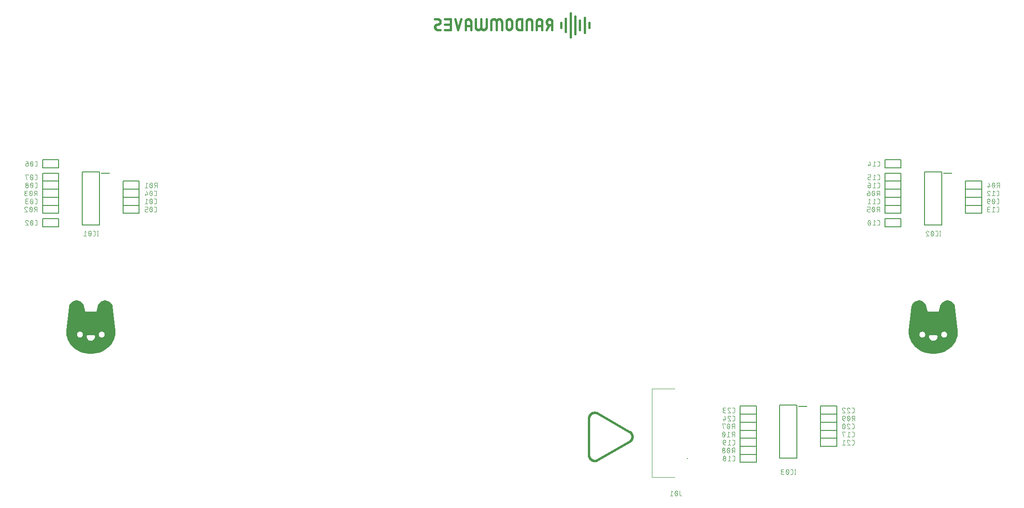
<source format=gbr>
G04 EAGLE Gerber RS-274X export*
G75*
%MOMM*%
%FSLAX34Y34*%
%LPD*%
%INSilkscreen Bottom*%
%IPPOS*%
%AMOC8*
5,1,8,0,0,1.08239X$1,22.5*%
G01*
%ADD10C,0.076200*%
%ADD11C,0.450000*%
%ADD12C,0.400000*%
%ADD13C,0.200000*%
%ADD14C,0.177800*%
%ADD15C,0.100000*%

G36*
X-782035Y-184957D02*
X-782035Y-184957D01*
X-782033Y-184959D01*
X-776149Y-184279D01*
X-776146Y-184276D01*
X-776144Y-184278D01*
X-771804Y-183321D01*
X-771802Y-183318D01*
X-771800Y-183319D01*
X-767563Y-181980D01*
X-767561Y-181977D01*
X-767559Y-181979D01*
X-763459Y-180259D01*
X-763457Y-180256D01*
X-763455Y-180257D01*
X-759529Y-178170D01*
X-759527Y-178167D01*
X-759525Y-178167D01*
X-755819Y-175716D01*
X-755817Y-175712D01*
X-755815Y-175713D01*
X-752370Y-172905D01*
X-752370Y-172901D01*
X-752367Y-172902D01*
X-749225Y-169756D01*
X-749224Y-169752D01*
X-749221Y-169752D01*
X-746424Y-166296D01*
X-746424Y-166292D01*
X-746421Y-166292D01*
X-744019Y-162554D01*
X-744020Y-162550D01*
X-744017Y-162549D01*
X-742056Y-158562D01*
X-742057Y-158558D01*
X-742054Y-158557D01*
X-740810Y-155166D01*
X-740811Y-155163D01*
X-740808Y-155162D01*
X-739896Y-151666D01*
X-739898Y-151663D01*
X-739896Y-151662D01*
X-739530Y-149635D01*
X-739531Y-149633D01*
X-739529Y-149632D01*
X-739267Y-147459D01*
X-739268Y-147457D01*
X-739267Y-147456D01*
X-739134Y-145272D01*
X-739135Y-145270D01*
X-739134Y-145269D01*
X-739132Y-143221D01*
X-739134Y-143219D01*
X-739132Y-143218D01*
X-739257Y-141174D01*
X-739258Y-141173D01*
X-739258Y-141172D01*
X-739279Y-140964D01*
X-739300Y-140756D01*
X-739300Y-140755D01*
X-741740Y-119304D01*
X-744179Y-97854D01*
X-744181Y-97852D01*
X-744179Y-97850D01*
X-744629Y-95387D01*
X-744634Y-95383D01*
X-744631Y-95379D01*
X-745508Y-93033D01*
X-745513Y-93030D01*
X-745511Y-93026D01*
X-746787Y-90871D01*
X-746793Y-90869D01*
X-746792Y-90864D01*
X-748427Y-88968D01*
X-748434Y-88966D01*
X-748433Y-88962D01*
X-750377Y-87383D01*
X-750383Y-87383D01*
X-750384Y-87378D01*
X-752575Y-86166D01*
X-752581Y-86167D01*
X-752583Y-86162D01*
X-754953Y-85355D01*
X-754959Y-85357D01*
X-754961Y-85353D01*
X-757437Y-84976D01*
X-757442Y-84979D01*
X-757445Y-84975D01*
X-759948Y-85040D01*
X-759953Y-85044D01*
X-759957Y-85040D01*
X-762410Y-85544D01*
X-762414Y-85549D01*
X-762418Y-85547D01*
X-764743Y-86475D01*
X-764747Y-86481D01*
X-764751Y-86479D01*
X-766877Y-87802D01*
X-766879Y-87808D01*
X-766884Y-87807D01*
X-768744Y-89483D01*
X-768745Y-89490D01*
X-768750Y-89490D01*
X-770285Y-91468D01*
X-770285Y-91474D01*
X-770290Y-91475D01*
X-771453Y-93692D01*
X-771452Y-93699D01*
X-771456Y-93700D01*
X-772211Y-96087D01*
X-772210Y-96090D01*
X-772212Y-96091D01*
X-772250Y-96256D01*
X-772290Y-96419D01*
X-773168Y-100100D01*
X-774046Y-103779D01*
X-774327Y-104534D01*
X-774781Y-105196D01*
X-775382Y-105728D01*
X-776095Y-106098D01*
X-776876Y-106283D01*
X-777683Y-106273D01*
X-782551Y-105835D01*
X-782554Y-105837D01*
X-782555Y-105835D01*
X-787445Y-105835D01*
X-787448Y-105837D01*
X-787449Y-105835D01*
X-792318Y-106273D01*
X-793125Y-106283D01*
X-793906Y-106097D01*
X-794619Y-105727D01*
X-795221Y-105196D01*
X-795676Y-104534D01*
X-795958Y-103778D01*
X-796833Y-100100D01*
X-797710Y-96419D01*
X-797711Y-96419D01*
X-797710Y-96419D01*
X-797750Y-96256D01*
X-797788Y-96091D01*
X-797790Y-96089D01*
X-797789Y-96087D01*
X-798544Y-93700D01*
X-798549Y-93697D01*
X-798547Y-93692D01*
X-799711Y-91476D01*
X-799717Y-91473D01*
X-799716Y-91468D01*
X-801251Y-89491D01*
X-801257Y-89489D01*
X-801257Y-89485D01*
X-803117Y-87808D01*
X-803123Y-87808D01*
X-803124Y-87803D01*
X-805249Y-86481D01*
X-805256Y-86481D01*
X-805257Y-86477D01*
X-807583Y-85549D01*
X-807589Y-85551D01*
X-807591Y-85546D01*
X-810043Y-85043D01*
X-810049Y-85045D01*
X-810052Y-85042D01*
X-812555Y-84977D01*
X-812560Y-84981D01*
X-812563Y-84978D01*
X-815038Y-85355D01*
X-815043Y-85360D01*
X-815047Y-85357D01*
X-817417Y-86164D01*
X-817420Y-86170D01*
X-817425Y-86168D01*
X-819615Y-87380D01*
X-819618Y-87386D01*
X-819623Y-87384D01*
X-821566Y-88963D01*
X-821568Y-88969D01*
X-821572Y-88969D01*
X-823207Y-90865D01*
X-823208Y-90872D01*
X-823212Y-90872D01*
X-824488Y-93026D01*
X-824488Y-93031D01*
X-824490Y-93033D01*
X-824492Y-93034D01*
X-825368Y-95379D01*
X-825367Y-95385D01*
X-825371Y-95388D01*
X-825821Y-97850D01*
X-825820Y-97853D01*
X-825821Y-97854D01*
X-828261Y-119304D01*
X-830700Y-140755D01*
X-830723Y-140963D01*
X-830723Y-140964D01*
X-830743Y-141172D01*
X-830742Y-141173D01*
X-830743Y-141174D01*
X-830868Y-143220D01*
X-830867Y-143222D01*
X-830868Y-143223D01*
X-830866Y-145273D01*
X-830865Y-145274D01*
X-830866Y-145276D01*
X-830733Y-147460D01*
X-830732Y-147462D01*
X-830733Y-147463D01*
X-830302Y-150651D01*
X-830301Y-150652D01*
X-830302Y-150654D01*
X-830105Y-151663D01*
X-830103Y-151665D01*
X-830104Y-151666D01*
X-829190Y-155167D01*
X-829187Y-155170D01*
X-829188Y-155172D01*
X-827939Y-158568D01*
X-827935Y-158570D01*
X-827937Y-158573D01*
X-825978Y-162559D01*
X-825974Y-162561D01*
X-825975Y-162564D01*
X-823573Y-166301D01*
X-823569Y-166303D01*
X-823570Y-166306D01*
X-820773Y-169761D01*
X-820769Y-169762D01*
X-820769Y-169764D01*
X-817626Y-172909D01*
X-817622Y-172909D01*
X-817623Y-172912D01*
X-814179Y-175718D01*
X-814176Y-175718D01*
X-814175Y-175721D01*
X-810470Y-178171D01*
X-810466Y-178170D01*
X-810466Y-178173D01*
X-806541Y-180259D01*
X-806537Y-180258D01*
X-806537Y-180261D01*
X-802438Y-181979D01*
X-802434Y-181978D01*
X-802433Y-181980D01*
X-798198Y-183319D01*
X-798195Y-183318D01*
X-798194Y-183320D01*
X-793856Y-184278D01*
X-793853Y-184276D01*
X-793851Y-184278D01*
X-787967Y-184959D01*
X-787964Y-184957D01*
X-787962Y-184959D01*
X-782038Y-184959D01*
X-782035Y-184957D01*
G37*
G36*
X787962Y-184959D02*
X787962Y-184959D01*
X787965Y-184957D01*
X787967Y-184959D01*
X793851Y-184278D01*
X793854Y-184276D01*
X793856Y-184278D01*
X798194Y-183320D01*
X798196Y-183318D01*
X798198Y-183319D01*
X802433Y-181980D01*
X802435Y-181977D01*
X802438Y-181979D01*
X806537Y-180261D01*
X806538Y-180258D01*
X806541Y-180259D01*
X810466Y-178173D01*
X810467Y-178170D01*
X810470Y-178171D01*
X814175Y-175721D01*
X814177Y-175718D01*
X814179Y-175718D01*
X817623Y-172912D01*
X817623Y-172908D01*
X817626Y-172909D01*
X820769Y-169764D01*
X820770Y-169761D01*
X820773Y-169761D01*
X823570Y-166306D01*
X823570Y-166301D01*
X823573Y-166301D01*
X825975Y-162564D01*
X825974Y-162560D01*
X825978Y-162559D01*
X827937Y-158573D01*
X827936Y-158569D01*
X827939Y-158568D01*
X829188Y-155172D01*
X829187Y-155168D01*
X829190Y-155167D01*
X830104Y-151666D01*
X830104Y-151664D01*
X830105Y-151663D01*
X830302Y-150654D01*
X830301Y-150652D01*
X830302Y-150651D01*
X830733Y-147463D01*
X830732Y-147461D01*
X830733Y-147460D01*
X830866Y-145276D01*
X830865Y-145274D01*
X830866Y-145273D01*
X830868Y-143223D01*
X830867Y-143221D01*
X830868Y-143220D01*
X830743Y-141174D01*
X830742Y-141173D01*
X830743Y-141172D01*
X830723Y-140964D01*
X830723Y-140963D01*
X830700Y-140755D01*
X828261Y-119304D01*
X825821Y-97854D01*
X825819Y-97852D01*
X825821Y-97850D01*
X825371Y-95388D01*
X825366Y-95383D01*
X825368Y-95379D01*
X824492Y-93034D01*
X824486Y-93031D01*
X824488Y-93026D01*
X823212Y-90872D01*
X823206Y-90870D01*
X823207Y-90865D01*
X821572Y-88969D01*
X821566Y-88968D01*
X821566Y-88963D01*
X819623Y-87384D01*
X819616Y-87384D01*
X819615Y-87380D01*
X817425Y-86168D01*
X817418Y-86169D01*
X817417Y-86164D01*
X815047Y-85357D01*
X815041Y-85359D01*
X815038Y-85355D01*
X812563Y-84978D01*
X812558Y-84981D01*
X812555Y-84977D01*
X810052Y-85042D01*
X810047Y-85046D01*
X810043Y-85043D01*
X807591Y-85546D01*
X807587Y-85551D01*
X807583Y-85549D01*
X805257Y-86477D01*
X805254Y-86482D01*
X805249Y-86481D01*
X803124Y-87803D01*
X803121Y-87809D01*
X803117Y-87808D01*
X801257Y-89485D01*
X801256Y-89491D01*
X801251Y-89491D01*
X799716Y-91468D01*
X799715Y-91475D01*
X799711Y-91476D01*
X798547Y-93692D01*
X798548Y-93699D01*
X798544Y-93700D01*
X797789Y-96087D01*
X797790Y-96090D01*
X797788Y-96091D01*
X797750Y-96256D01*
X797710Y-96419D01*
X797711Y-96419D01*
X797710Y-96419D01*
X796833Y-100100D01*
X795958Y-103778D01*
X795676Y-104534D01*
X795221Y-105196D01*
X794619Y-105727D01*
X793906Y-106097D01*
X793125Y-106283D01*
X792318Y-106273D01*
X787449Y-105835D01*
X787446Y-105837D01*
X787445Y-105835D01*
X782555Y-105835D01*
X782553Y-105837D01*
X782551Y-105835D01*
X777683Y-106273D01*
X776876Y-106283D01*
X776095Y-106098D01*
X775382Y-105728D01*
X774781Y-105196D01*
X774327Y-104534D01*
X774046Y-103779D01*
X773168Y-100100D01*
X772290Y-96419D01*
X772250Y-96256D01*
X772212Y-96091D01*
X772210Y-96089D01*
X772211Y-96087D01*
X771456Y-93700D01*
X771451Y-93696D01*
X771453Y-93692D01*
X770290Y-91475D01*
X770284Y-91472D01*
X770285Y-91468D01*
X768750Y-89490D01*
X768743Y-89488D01*
X768744Y-89483D01*
X766884Y-87807D01*
X766877Y-87806D01*
X766877Y-87802D01*
X764751Y-86479D01*
X764745Y-86479D01*
X764743Y-86475D01*
X762418Y-85547D01*
X762412Y-85549D01*
X762410Y-85544D01*
X759957Y-85040D01*
X759951Y-85043D01*
X759948Y-85040D01*
X757445Y-84975D01*
X757440Y-84979D01*
X757437Y-84976D01*
X754961Y-85353D01*
X754957Y-85358D01*
X754953Y-85355D01*
X752583Y-86162D01*
X752579Y-86168D01*
X752575Y-86166D01*
X750384Y-87378D01*
X750381Y-87384D01*
X750377Y-87383D01*
X748433Y-88962D01*
X748432Y-88968D01*
X748427Y-88968D01*
X746792Y-90864D01*
X746792Y-90871D01*
X746787Y-90871D01*
X745511Y-93026D01*
X745512Y-93031D01*
X745509Y-93033D01*
X745508Y-93033D01*
X744631Y-95379D01*
X744633Y-95385D01*
X744629Y-95387D01*
X744179Y-97850D01*
X744181Y-97853D01*
X744179Y-97854D01*
X741740Y-119304D01*
X739300Y-140755D01*
X739300Y-140756D01*
X739279Y-140964D01*
X739258Y-141172D01*
X739258Y-141173D01*
X739257Y-141174D01*
X739132Y-143218D01*
X739134Y-143220D01*
X739132Y-143221D01*
X739134Y-145269D01*
X739135Y-145271D01*
X739134Y-145272D01*
X739267Y-147456D01*
X739268Y-147458D01*
X739267Y-147459D01*
X739529Y-149632D01*
X739531Y-149633D01*
X739530Y-149635D01*
X739896Y-151662D01*
X739898Y-151664D01*
X739896Y-151666D01*
X740808Y-155162D01*
X740811Y-155164D01*
X740810Y-155166D01*
X742054Y-158557D01*
X742058Y-158560D01*
X742056Y-158562D01*
X744017Y-162549D01*
X744020Y-162551D01*
X744019Y-162554D01*
X746421Y-166292D01*
X746425Y-166293D01*
X746424Y-166296D01*
X749221Y-169752D01*
X749225Y-169753D01*
X749225Y-169756D01*
X752367Y-172902D01*
X752371Y-172902D01*
X752370Y-172905D01*
X755815Y-175713D01*
X755818Y-175713D01*
X755819Y-175716D01*
X759525Y-178167D01*
X759528Y-178167D01*
X759529Y-178170D01*
X763455Y-180257D01*
X763458Y-180257D01*
X763459Y-180259D01*
X767559Y-181979D01*
X767562Y-181978D01*
X767563Y-181980D01*
X771800Y-183319D01*
X771803Y-183318D01*
X771804Y-183321D01*
X776144Y-184278D01*
X776147Y-184276D01*
X776149Y-184279D01*
X782033Y-184959D01*
X782036Y-184957D01*
X782038Y-184959D01*
X787962Y-184959D01*
G37*
%LPC*%
G36*
X784196Y-160133D02*
X784196Y-160133D01*
X782620Y-159806D01*
X781144Y-159167D01*
X779828Y-158241D01*
X778728Y-157067D01*
X777889Y-155695D01*
X777345Y-154180D01*
X777121Y-152587D01*
X777147Y-152122D01*
X777262Y-151671D01*
X777532Y-151135D01*
X777924Y-150681D01*
X778414Y-150335D01*
X778974Y-150119D01*
X779572Y-150045D01*
X790428Y-150045D01*
X791026Y-150120D01*
X791586Y-150336D01*
X792076Y-150681D01*
X792468Y-151135D01*
X792738Y-151671D01*
X792852Y-152122D01*
X792879Y-152587D01*
X792655Y-154180D01*
X792112Y-155695D01*
X791272Y-157067D01*
X790172Y-158241D01*
X788856Y-159167D01*
X787380Y-159806D01*
X785805Y-160133D01*
X784196Y-160133D01*
G37*
%LPD*%
%LPC*%
G36*
X-785805Y-160133D02*
X-785805Y-160133D01*
X-787380Y-159806D01*
X-788856Y-159167D01*
X-790172Y-158241D01*
X-791272Y-157067D01*
X-792112Y-155695D01*
X-792655Y-154180D01*
X-792879Y-152587D01*
X-792852Y-152122D01*
X-792738Y-151671D01*
X-792468Y-151135D01*
X-792076Y-150681D01*
X-791586Y-150336D01*
X-791026Y-150120D01*
X-790428Y-150045D01*
X-779572Y-150045D01*
X-778974Y-150119D01*
X-778414Y-150335D01*
X-777924Y-150681D01*
X-777532Y-151135D01*
X-777262Y-151671D01*
X-777147Y-152122D01*
X-777121Y-152587D01*
X-777345Y-154180D01*
X-777889Y-155695D01*
X-778728Y-157067D01*
X-779828Y-158241D01*
X-781144Y-159167D01*
X-782620Y-159806D01*
X-784196Y-160133D01*
X-785805Y-160133D01*
G37*
%LPD*%
%LPC*%
G36*
X764115Y-154099D02*
X764115Y-154099D01*
X762936Y-153832D01*
X761845Y-153313D01*
X760896Y-152565D01*
X760135Y-151627D01*
X759615Y-150586D01*
X759328Y-149458D01*
X759287Y-148295D01*
X759495Y-147150D01*
X759940Y-146075D01*
X760604Y-145119D01*
X761457Y-144326D01*
X762458Y-143733D01*
X763562Y-143365D01*
X764719Y-143241D01*
X765876Y-143365D01*
X766980Y-143733D01*
X767981Y-144326D01*
X768834Y-145119D01*
X769498Y-146075D01*
X769944Y-147150D01*
X770151Y-148295D01*
X770110Y-149458D01*
X769823Y-150586D01*
X769303Y-151627D01*
X768542Y-152565D01*
X767593Y-153313D01*
X766502Y-153832D01*
X765323Y-154099D01*
X764115Y-154099D01*
G37*
%LPD*%
%LPC*%
G36*
X-765323Y-154099D02*
X-765323Y-154099D01*
X-766502Y-153832D01*
X-767593Y-153313D01*
X-768542Y-152565D01*
X-769303Y-151627D01*
X-769823Y-150586D01*
X-770110Y-149458D01*
X-770151Y-148295D01*
X-769944Y-147150D01*
X-769498Y-146075D01*
X-768834Y-145119D01*
X-767981Y-144326D01*
X-766980Y-143733D01*
X-765876Y-143365D01*
X-764719Y-143241D01*
X-763562Y-143365D01*
X-762458Y-143733D01*
X-761457Y-144326D01*
X-760604Y-145119D01*
X-759940Y-146075D01*
X-759495Y-147150D01*
X-759287Y-148295D01*
X-759328Y-149458D01*
X-759615Y-150586D01*
X-760135Y-151627D01*
X-760896Y-152565D01*
X-761845Y-153313D01*
X-762936Y-153832D01*
X-764115Y-154099D01*
X-765323Y-154099D01*
G37*
%LPD*%
%LPC*%
G36*
X-805886Y-154102D02*
X-805886Y-154102D01*
X-807065Y-153835D01*
X-808156Y-153315D01*
X-809105Y-152566D01*
X-809865Y-151627D01*
X-810385Y-150586D01*
X-810672Y-149458D01*
X-810713Y-148295D01*
X-810506Y-147150D01*
X-810060Y-146075D01*
X-809396Y-145120D01*
X-808544Y-144327D01*
X-807543Y-143733D01*
X-806439Y-143366D01*
X-805282Y-143242D01*
X-804125Y-143366D01*
X-803021Y-143733D01*
X-802020Y-144327D01*
X-801168Y-145120D01*
X-800504Y-146075D01*
X-800058Y-147150D01*
X-799851Y-148295D01*
X-799892Y-149458D01*
X-800179Y-150586D01*
X-800699Y-151627D01*
X-801459Y-152566D01*
X-802408Y-153315D01*
X-803499Y-153835D01*
X-804678Y-154102D01*
X-805886Y-154102D01*
G37*
%LPD*%
%LPC*%
G36*
X804678Y-154102D02*
X804678Y-154102D01*
X803499Y-153835D01*
X802408Y-153315D01*
X801459Y-152566D01*
X800699Y-151627D01*
X800179Y-150586D01*
X799892Y-149458D01*
X799851Y-148295D01*
X800058Y-147150D01*
X800504Y-146075D01*
X801168Y-145120D01*
X802020Y-144327D01*
X803021Y-143733D01*
X804125Y-143366D01*
X805282Y-143242D01*
X806439Y-143366D01*
X807543Y-143733D01*
X808544Y-144327D01*
X809396Y-145120D01*
X810060Y-146075D01*
X810506Y-147150D01*
X810713Y-148295D01*
X810672Y-149458D01*
X810385Y-150586D01*
X809865Y-151627D01*
X809105Y-152566D01*
X808156Y-153315D01*
X807065Y-153835D01*
X805886Y-154102D01*
X804678Y-154102D01*
G37*
%LPD*%
D10*
X-661543Y125381D02*
X-661543Y134619D01*
X-664110Y134619D01*
X-664209Y134617D01*
X-664309Y134611D01*
X-664408Y134602D01*
X-664506Y134588D01*
X-664604Y134571D01*
X-664702Y134550D01*
X-664798Y134525D01*
X-664893Y134496D01*
X-664988Y134464D01*
X-665080Y134428D01*
X-665172Y134389D01*
X-665262Y134346D01*
X-665350Y134300D01*
X-665436Y134250D01*
X-665520Y134197D01*
X-665602Y134141D01*
X-665682Y134081D01*
X-665759Y134019D01*
X-665834Y133953D01*
X-665907Y133885D01*
X-665976Y133814D01*
X-666043Y133740D01*
X-666107Y133664D01*
X-666168Y133585D01*
X-666226Y133504D01*
X-666281Y133421D01*
X-666332Y133336D01*
X-666380Y133249D01*
X-666425Y133160D01*
X-666466Y133069D01*
X-666504Y132977D01*
X-666538Y132884D01*
X-666568Y132789D01*
X-666595Y132693D01*
X-666618Y132596D01*
X-666637Y132499D01*
X-666652Y132400D01*
X-666664Y132301D01*
X-666672Y132202D01*
X-666676Y132103D01*
X-666676Y132003D01*
X-666672Y131904D01*
X-666664Y131805D01*
X-666652Y131706D01*
X-666637Y131607D01*
X-666618Y131510D01*
X-666595Y131413D01*
X-666568Y131317D01*
X-666538Y131222D01*
X-666504Y131129D01*
X-666466Y131037D01*
X-666425Y130946D01*
X-666380Y130857D01*
X-666332Y130770D01*
X-666281Y130685D01*
X-666226Y130602D01*
X-666168Y130521D01*
X-666107Y130442D01*
X-666043Y130366D01*
X-665976Y130292D01*
X-665907Y130221D01*
X-665834Y130153D01*
X-665759Y130087D01*
X-665682Y130025D01*
X-665602Y129965D01*
X-665520Y129909D01*
X-665436Y129856D01*
X-665350Y129806D01*
X-665262Y129760D01*
X-665172Y129717D01*
X-665080Y129678D01*
X-664988Y129642D01*
X-664893Y129610D01*
X-664798Y129581D01*
X-664702Y129556D01*
X-664604Y129535D01*
X-664506Y129518D01*
X-664408Y129504D01*
X-664309Y129495D01*
X-664209Y129489D01*
X-664110Y129487D01*
X-661543Y129487D01*
X-664623Y129487D02*
X-666676Y125381D01*
X-670487Y130000D02*
X-670489Y130182D01*
X-670496Y130363D01*
X-670507Y130545D01*
X-670522Y130726D01*
X-670541Y130907D01*
X-670565Y131087D01*
X-670593Y131266D01*
X-670625Y131445D01*
X-670662Y131623D01*
X-670703Y131800D01*
X-670748Y131976D01*
X-670797Y132151D01*
X-670851Y132325D01*
X-670908Y132497D01*
X-670970Y132668D01*
X-671036Y132838D01*
X-671105Y133006D01*
X-671179Y133172D01*
X-671257Y133336D01*
X-671286Y133415D01*
X-671318Y133492D01*
X-671354Y133569D01*
X-671393Y133643D01*
X-671436Y133716D01*
X-671482Y133786D01*
X-671530Y133855D01*
X-671582Y133921D01*
X-671637Y133985D01*
X-671694Y134047D01*
X-671754Y134105D01*
X-671817Y134162D01*
X-671882Y134215D01*
X-671949Y134265D01*
X-672019Y134313D01*
X-672090Y134357D01*
X-672164Y134398D01*
X-672239Y134436D01*
X-672316Y134470D01*
X-672394Y134501D01*
X-672473Y134528D01*
X-672554Y134552D01*
X-672636Y134573D01*
X-672718Y134589D01*
X-672801Y134602D01*
X-672885Y134612D01*
X-672969Y134617D01*
X-673053Y134619D01*
X-673137Y134617D01*
X-673221Y134612D01*
X-673305Y134602D01*
X-673388Y134589D01*
X-673470Y134573D01*
X-673552Y134552D01*
X-673633Y134528D01*
X-673712Y134501D01*
X-673790Y134470D01*
X-673867Y134436D01*
X-673942Y134398D01*
X-674016Y134357D01*
X-674087Y134313D01*
X-674157Y134265D01*
X-674224Y134215D01*
X-674289Y134162D01*
X-674352Y134105D01*
X-674412Y134046D01*
X-674469Y133985D01*
X-674524Y133921D01*
X-674576Y133855D01*
X-674624Y133786D01*
X-674670Y133716D01*
X-674713Y133643D01*
X-674752Y133568D01*
X-674788Y133492D01*
X-674820Y133415D01*
X-674849Y133336D01*
X-674927Y133172D01*
X-675001Y133006D01*
X-675070Y132838D01*
X-675136Y132668D01*
X-675198Y132497D01*
X-675255Y132325D01*
X-675309Y132151D01*
X-675358Y131976D01*
X-675403Y131800D01*
X-675444Y131623D01*
X-675481Y131445D01*
X-675513Y131266D01*
X-675541Y131087D01*
X-675565Y130907D01*
X-675584Y130726D01*
X-675599Y130545D01*
X-675610Y130363D01*
X-675617Y130182D01*
X-675619Y130000D01*
X-670487Y130000D02*
X-670489Y129818D01*
X-670496Y129637D01*
X-670507Y129455D01*
X-670522Y129274D01*
X-670541Y129093D01*
X-670565Y128913D01*
X-670593Y128734D01*
X-670625Y128555D01*
X-670662Y128377D01*
X-670703Y128200D01*
X-670748Y128024D01*
X-670797Y127849D01*
X-670851Y127675D01*
X-670908Y127503D01*
X-670970Y127332D01*
X-671036Y127162D01*
X-671105Y126995D01*
X-671179Y126828D01*
X-671257Y126664D01*
X-671286Y126585D01*
X-671318Y126508D01*
X-671354Y126431D01*
X-671393Y126357D01*
X-671436Y126284D01*
X-671482Y126214D01*
X-671530Y126145D01*
X-671582Y126079D01*
X-671637Y126015D01*
X-671694Y125953D01*
X-671754Y125895D01*
X-671817Y125838D01*
X-671882Y125785D01*
X-671949Y125735D01*
X-672019Y125687D01*
X-672090Y125643D01*
X-672164Y125602D01*
X-672239Y125564D01*
X-672316Y125530D01*
X-672394Y125499D01*
X-672473Y125472D01*
X-672554Y125448D01*
X-672636Y125427D01*
X-672718Y125411D01*
X-672801Y125398D01*
X-672885Y125388D01*
X-672969Y125383D01*
X-673053Y125381D01*
X-674849Y126664D02*
X-674927Y126828D01*
X-675001Y126994D01*
X-675070Y127162D01*
X-675136Y127332D01*
X-675198Y127503D01*
X-675255Y127675D01*
X-675309Y127849D01*
X-675358Y128024D01*
X-675403Y128200D01*
X-675444Y128377D01*
X-675481Y128555D01*
X-675513Y128734D01*
X-675541Y128913D01*
X-675565Y129093D01*
X-675584Y129274D01*
X-675599Y129455D01*
X-675610Y129637D01*
X-675617Y129818D01*
X-675619Y130000D01*
X-674849Y126664D02*
X-674820Y126585D01*
X-674788Y126508D01*
X-674752Y126431D01*
X-674713Y126357D01*
X-674670Y126284D01*
X-674624Y126214D01*
X-674576Y126145D01*
X-674524Y126079D01*
X-674469Y126015D01*
X-674412Y125953D01*
X-674352Y125895D01*
X-674289Y125838D01*
X-674224Y125785D01*
X-674157Y125735D01*
X-674087Y125687D01*
X-674016Y125643D01*
X-673942Y125602D01*
X-673867Y125564D01*
X-673790Y125530D01*
X-673712Y125499D01*
X-673633Y125472D01*
X-673552Y125448D01*
X-673470Y125427D01*
X-673388Y125411D01*
X-673305Y125398D01*
X-673221Y125388D01*
X-673137Y125383D01*
X-673053Y125381D01*
X-671000Y127434D02*
X-675106Y132566D01*
X-679487Y132566D02*
X-682053Y134619D01*
X-682053Y125381D01*
X-679487Y125381D02*
X-684619Y125381D01*
X-667067Y110381D02*
X-665014Y110381D01*
X-664924Y110383D01*
X-664835Y110389D01*
X-664746Y110399D01*
X-664658Y110412D01*
X-664570Y110430D01*
X-664483Y110451D01*
X-664397Y110476D01*
X-664312Y110505D01*
X-664228Y110537D01*
X-664146Y110573D01*
X-664066Y110613D01*
X-663988Y110656D01*
X-663911Y110703D01*
X-663836Y110752D01*
X-663764Y110805D01*
X-663694Y110861D01*
X-663627Y110920D01*
X-663562Y110982D01*
X-663500Y111047D01*
X-663441Y111114D01*
X-663385Y111184D01*
X-663332Y111256D01*
X-663283Y111331D01*
X-663236Y111408D01*
X-663193Y111486D01*
X-663153Y111566D01*
X-663117Y111648D01*
X-663085Y111732D01*
X-663056Y111817D01*
X-663031Y111903D01*
X-663010Y111990D01*
X-662992Y112078D01*
X-662979Y112166D01*
X-662969Y112255D01*
X-662963Y112344D01*
X-662961Y112434D01*
X-662961Y117566D01*
X-662963Y117656D01*
X-662969Y117745D01*
X-662979Y117834D01*
X-662992Y117922D01*
X-663010Y118010D01*
X-663031Y118097D01*
X-663056Y118183D01*
X-663085Y118268D01*
X-663117Y118352D01*
X-663153Y118434D01*
X-663193Y118514D01*
X-663236Y118592D01*
X-663283Y118669D01*
X-663332Y118744D01*
X-663385Y118816D01*
X-663441Y118886D01*
X-663500Y118953D01*
X-663562Y119018D01*
X-663627Y119080D01*
X-663694Y119139D01*
X-663764Y119195D01*
X-663836Y119248D01*
X-663911Y119297D01*
X-663987Y119344D01*
X-664066Y119387D01*
X-664146Y119427D01*
X-664228Y119463D01*
X-664312Y119495D01*
X-664397Y119524D01*
X-664483Y119549D01*
X-664570Y119570D01*
X-664657Y119588D01*
X-664746Y119601D01*
X-664835Y119611D01*
X-664924Y119617D01*
X-665014Y119619D01*
X-667067Y119619D01*
X-671257Y118336D02*
X-671179Y118172D01*
X-671105Y118006D01*
X-671036Y117838D01*
X-670970Y117668D01*
X-670908Y117497D01*
X-670851Y117325D01*
X-670797Y117151D01*
X-670748Y116976D01*
X-670703Y116800D01*
X-670662Y116623D01*
X-670625Y116445D01*
X-670593Y116266D01*
X-670565Y116087D01*
X-670541Y115907D01*
X-670522Y115726D01*
X-670507Y115545D01*
X-670496Y115363D01*
X-670489Y115182D01*
X-670487Y115000D01*
X-671257Y118336D02*
X-671286Y118415D01*
X-671318Y118492D01*
X-671354Y118569D01*
X-671393Y118643D01*
X-671436Y118716D01*
X-671482Y118786D01*
X-671530Y118855D01*
X-671582Y118921D01*
X-671637Y118985D01*
X-671694Y119047D01*
X-671754Y119105D01*
X-671817Y119162D01*
X-671882Y119215D01*
X-671949Y119265D01*
X-672019Y119313D01*
X-672090Y119357D01*
X-672164Y119398D01*
X-672239Y119436D01*
X-672316Y119470D01*
X-672394Y119501D01*
X-672473Y119528D01*
X-672554Y119552D01*
X-672636Y119573D01*
X-672718Y119589D01*
X-672801Y119602D01*
X-672885Y119612D01*
X-672969Y119617D01*
X-673053Y119619D01*
X-673137Y119617D01*
X-673221Y119612D01*
X-673305Y119602D01*
X-673388Y119589D01*
X-673470Y119573D01*
X-673552Y119552D01*
X-673633Y119528D01*
X-673712Y119501D01*
X-673790Y119470D01*
X-673867Y119436D01*
X-673942Y119398D01*
X-674016Y119357D01*
X-674087Y119313D01*
X-674157Y119265D01*
X-674224Y119215D01*
X-674289Y119162D01*
X-674352Y119105D01*
X-674412Y119046D01*
X-674469Y118985D01*
X-674524Y118921D01*
X-674576Y118855D01*
X-674624Y118786D01*
X-674670Y118716D01*
X-674713Y118643D01*
X-674752Y118568D01*
X-674788Y118492D01*
X-674820Y118415D01*
X-674849Y118336D01*
X-674927Y118172D01*
X-675001Y118006D01*
X-675070Y117838D01*
X-675136Y117668D01*
X-675198Y117497D01*
X-675255Y117325D01*
X-675309Y117151D01*
X-675358Y116976D01*
X-675403Y116800D01*
X-675444Y116623D01*
X-675481Y116445D01*
X-675513Y116266D01*
X-675541Y116087D01*
X-675565Y115907D01*
X-675584Y115726D01*
X-675599Y115545D01*
X-675610Y115363D01*
X-675617Y115182D01*
X-675619Y115000D01*
X-670487Y115000D02*
X-670489Y114818D01*
X-670496Y114637D01*
X-670507Y114455D01*
X-670522Y114274D01*
X-670541Y114093D01*
X-670565Y113913D01*
X-670593Y113734D01*
X-670625Y113555D01*
X-670662Y113377D01*
X-670703Y113200D01*
X-670748Y113024D01*
X-670797Y112849D01*
X-670851Y112675D01*
X-670908Y112503D01*
X-670970Y112332D01*
X-671036Y112162D01*
X-671105Y111995D01*
X-671179Y111828D01*
X-671257Y111664D01*
X-671286Y111585D01*
X-671318Y111508D01*
X-671354Y111431D01*
X-671393Y111357D01*
X-671436Y111284D01*
X-671482Y111214D01*
X-671530Y111145D01*
X-671582Y111079D01*
X-671637Y111015D01*
X-671694Y110953D01*
X-671754Y110895D01*
X-671817Y110838D01*
X-671882Y110785D01*
X-671949Y110735D01*
X-672019Y110687D01*
X-672090Y110643D01*
X-672164Y110602D01*
X-672239Y110564D01*
X-672316Y110530D01*
X-672394Y110499D01*
X-672473Y110472D01*
X-672554Y110448D01*
X-672636Y110427D01*
X-672718Y110411D01*
X-672801Y110398D01*
X-672885Y110388D01*
X-672969Y110383D01*
X-673053Y110381D01*
X-674849Y111664D02*
X-674927Y111828D01*
X-675001Y111994D01*
X-675070Y112162D01*
X-675136Y112332D01*
X-675198Y112503D01*
X-675255Y112675D01*
X-675309Y112849D01*
X-675358Y113024D01*
X-675403Y113200D01*
X-675444Y113377D01*
X-675481Y113555D01*
X-675513Y113734D01*
X-675541Y113913D01*
X-675565Y114093D01*
X-675584Y114274D01*
X-675599Y114455D01*
X-675610Y114637D01*
X-675617Y114818D01*
X-675619Y115000D01*
X-674849Y111664D02*
X-674820Y111585D01*
X-674788Y111508D01*
X-674752Y111431D01*
X-674713Y111357D01*
X-674670Y111284D01*
X-674624Y111214D01*
X-674576Y111145D01*
X-674524Y111079D01*
X-674469Y111015D01*
X-674412Y110953D01*
X-674352Y110895D01*
X-674289Y110838D01*
X-674224Y110785D01*
X-674157Y110735D01*
X-674087Y110687D01*
X-674016Y110643D01*
X-673942Y110602D01*
X-673867Y110564D01*
X-673790Y110530D01*
X-673712Y110499D01*
X-673633Y110472D01*
X-673552Y110448D01*
X-673470Y110427D01*
X-673388Y110411D01*
X-673305Y110398D01*
X-673221Y110388D01*
X-673137Y110383D01*
X-673053Y110381D01*
X-671000Y112434D02*
X-675106Y117566D01*
X-679487Y112434D02*
X-681540Y119619D01*
X-679487Y112434D02*
X-684619Y112434D01*
X-683079Y114487D02*
X-683079Y110381D01*
X-667067Y95381D02*
X-665014Y95381D01*
X-664924Y95383D01*
X-664835Y95389D01*
X-664746Y95399D01*
X-664658Y95412D01*
X-664570Y95430D01*
X-664483Y95451D01*
X-664397Y95476D01*
X-664312Y95505D01*
X-664228Y95537D01*
X-664146Y95573D01*
X-664066Y95613D01*
X-663988Y95656D01*
X-663911Y95703D01*
X-663836Y95752D01*
X-663764Y95805D01*
X-663694Y95861D01*
X-663627Y95920D01*
X-663562Y95982D01*
X-663500Y96047D01*
X-663441Y96114D01*
X-663385Y96184D01*
X-663332Y96256D01*
X-663283Y96331D01*
X-663236Y96408D01*
X-663193Y96486D01*
X-663153Y96566D01*
X-663117Y96648D01*
X-663085Y96732D01*
X-663056Y96817D01*
X-663031Y96903D01*
X-663010Y96990D01*
X-662992Y97078D01*
X-662979Y97166D01*
X-662969Y97255D01*
X-662963Y97344D01*
X-662961Y97434D01*
X-662961Y102566D01*
X-662963Y102656D01*
X-662969Y102745D01*
X-662979Y102834D01*
X-662992Y102922D01*
X-663010Y103010D01*
X-663031Y103097D01*
X-663056Y103183D01*
X-663085Y103268D01*
X-663117Y103352D01*
X-663153Y103434D01*
X-663193Y103514D01*
X-663236Y103592D01*
X-663283Y103669D01*
X-663332Y103744D01*
X-663385Y103816D01*
X-663441Y103886D01*
X-663500Y103953D01*
X-663562Y104018D01*
X-663627Y104080D01*
X-663694Y104139D01*
X-663764Y104195D01*
X-663836Y104248D01*
X-663911Y104297D01*
X-663987Y104344D01*
X-664066Y104387D01*
X-664146Y104427D01*
X-664228Y104463D01*
X-664312Y104495D01*
X-664397Y104524D01*
X-664483Y104549D01*
X-664570Y104570D01*
X-664657Y104588D01*
X-664746Y104601D01*
X-664835Y104611D01*
X-664924Y104617D01*
X-665014Y104619D01*
X-667067Y104619D01*
X-671257Y103336D02*
X-671179Y103172D01*
X-671105Y103006D01*
X-671036Y102838D01*
X-670970Y102668D01*
X-670908Y102497D01*
X-670851Y102325D01*
X-670797Y102151D01*
X-670748Y101976D01*
X-670703Y101800D01*
X-670662Y101623D01*
X-670625Y101445D01*
X-670593Y101266D01*
X-670565Y101087D01*
X-670541Y100907D01*
X-670522Y100726D01*
X-670507Y100545D01*
X-670496Y100363D01*
X-670489Y100182D01*
X-670487Y100000D01*
X-671257Y103336D02*
X-671286Y103415D01*
X-671318Y103492D01*
X-671354Y103569D01*
X-671393Y103643D01*
X-671436Y103716D01*
X-671482Y103786D01*
X-671530Y103855D01*
X-671582Y103921D01*
X-671637Y103985D01*
X-671694Y104047D01*
X-671754Y104105D01*
X-671817Y104162D01*
X-671882Y104215D01*
X-671949Y104265D01*
X-672019Y104313D01*
X-672090Y104357D01*
X-672164Y104398D01*
X-672239Y104436D01*
X-672316Y104470D01*
X-672394Y104501D01*
X-672473Y104528D01*
X-672554Y104552D01*
X-672636Y104573D01*
X-672718Y104589D01*
X-672801Y104602D01*
X-672885Y104612D01*
X-672969Y104617D01*
X-673053Y104619D01*
X-673137Y104617D01*
X-673221Y104612D01*
X-673305Y104602D01*
X-673388Y104589D01*
X-673470Y104573D01*
X-673552Y104552D01*
X-673633Y104528D01*
X-673712Y104501D01*
X-673790Y104470D01*
X-673867Y104436D01*
X-673942Y104398D01*
X-674016Y104357D01*
X-674087Y104313D01*
X-674157Y104265D01*
X-674224Y104215D01*
X-674289Y104162D01*
X-674352Y104105D01*
X-674412Y104046D01*
X-674469Y103985D01*
X-674524Y103921D01*
X-674576Y103855D01*
X-674624Y103786D01*
X-674670Y103716D01*
X-674713Y103643D01*
X-674752Y103568D01*
X-674788Y103492D01*
X-674820Y103415D01*
X-674849Y103336D01*
X-674927Y103172D01*
X-675001Y103006D01*
X-675070Y102838D01*
X-675136Y102668D01*
X-675198Y102497D01*
X-675255Y102325D01*
X-675309Y102151D01*
X-675358Y101976D01*
X-675403Y101800D01*
X-675444Y101623D01*
X-675481Y101445D01*
X-675513Y101266D01*
X-675541Y101087D01*
X-675565Y100907D01*
X-675584Y100726D01*
X-675599Y100545D01*
X-675610Y100363D01*
X-675617Y100182D01*
X-675619Y100000D01*
X-670487Y100000D02*
X-670489Y99818D01*
X-670496Y99637D01*
X-670507Y99455D01*
X-670522Y99274D01*
X-670541Y99093D01*
X-670565Y98913D01*
X-670593Y98734D01*
X-670625Y98555D01*
X-670662Y98377D01*
X-670703Y98200D01*
X-670748Y98024D01*
X-670797Y97849D01*
X-670851Y97675D01*
X-670908Y97503D01*
X-670970Y97332D01*
X-671036Y97162D01*
X-671105Y96995D01*
X-671179Y96828D01*
X-671257Y96664D01*
X-671286Y96585D01*
X-671318Y96508D01*
X-671354Y96431D01*
X-671393Y96357D01*
X-671436Y96284D01*
X-671482Y96214D01*
X-671530Y96145D01*
X-671582Y96079D01*
X-671637Y96015D01*
X-671694Y95953D01*
X-671754Y95895D01*
X-671817Y95838D01*
X-671882Y95785D01*
X-671949Y95735D01*
X-672019Y95687D01*
X-672090Y95643D01*
X-672164Y95602D01*
X-672239Y95564D01*
X-672316Y95530D01*
X-672394Y95499D01*
X-672473Y95472D01*
X-672554Y95448D01*
X-672636Y95427D01*
X-672718Y95411D01*
X-672801Y95398D01*
X-672885Y95388D01*
X-672969Y95383D01*
X-673053Y95381D01*
X-674849Y96664D02*
X-674927Y96828D01*
X-675001Y96994D01*
X-675070Y97162D01*
X-675136Y97332D01*
X-675198Y97503D01*
X-675255Y97675D01*
X-675309Y97849D01*
X-675358Y98024D01*
X-675403Y98200D01*
X-675444Y98377D01*
X-675481Y98555D01*
X-675513Y98734D01*
X-675541Y98913D01*
X-675565Y99093D01*
X-675584Y99274D01*
X-675599Y99455D01*
X-675610Y99637D01*
X-675617Y99818D01*
X-675619Y100000D01*
X-674849Y96664D02*
X-674820Y96585D01*
X-674788Y96508D01*
X-674752Y96431D01*
X-674713Y96357D01*
X-674670Y96284D01*
X-674624Y96214D01*
X-674576Y96145D01*
X-674524Y96079D01*
X-674469Y96015D01*
X-674412Y95953D01*
X-674352Y95895D01*
X-674289Y95838D01*
X-674224Y95785D01*
X-674157Y95735D01*
X-674087Y95687D01*
X-674016Y95643D01*
X-673942Y95602D01*
X-673867Y95564D01*
X-673790Y95530D01*
X-673712Y95499D01*
X-673633Y95472D01*
X-673552Y95448D01*
X-673470Y95427D01*
X-673388Y95411D01*
X-673305Y95398D01*
X-673221Y95388D01*
X-673137Y95383D01*
X-673053Y95381D01*
X-671000Y97434D02*
X-675106Y102566D01*
X-679487Y102566D02*
X-682053Y104619D01*
X-682053Y95381D01*
X-679487Y95381D02*
X-684619Y95381D01*
X-667067Y80381D02*
X-665014Y80381D01*
X-664924Y80383D01*
X-664835Y80389D01*
X-664746Y80399D01*
X-664658Y80412D01*
X-664570Y80430D01*
X-664483Y80451D01*
X-664397Y80476D01*
X-664312Y80505D01*
X-664228Y80537D01*
X-664146Y80573D01*
X-664066Y80613D01*
X-663988Y80656D01*
X-663911Y80703D01*
X-663836Y80752D01*
X-663764Y80805D01*
X-663694Y80861D01*
X-663627Y80920D01*
X-663562Y80982D01*
X-663500Y81047D01*
X-663441Y81114D01*
X-663385Y81184D01*
X-663332Y81256D01*
X-663283Y81331D01*
X-663236Y81408D01*
X-663193Y81486D01*
X-663153Y81566D01*
X-663117Y81648D01*
X-663085Y81732D01*
X-663056Y81817D01*
X-663031Y81903D01*
X-663010Y81990D01*
X-662992Y82078D01*
X-662979Y82166D01*
X-662969Y82255D01*
X-662963Y82344D01*
X-662961Y82434D01*
X-662961Y87566D01*
X-662963Y87656D01*
X-662969Y87745D01*
X-662979Y87834D01*
X-662992Y87922D01*
X-663010Y88010D01*
X-663031Y88097D01*
X-663056Y88183D01*
X-663085Y88268D01*
X-663117Y88352D01*
X-663153Y88434D01*
X-663193Y88514D01*
X-663236Y88592D01*
X-663283Y88669D01*
X-663332Y88744D01*
X-663385Y88816D01*
X-663441Y88886D01*
X-663500Y88953D01*
X-663562Y89018D01*
X-663627Y89080D01*
X-663694Y89139D01*
X-663764Y89195D01*
X-663836Y89248D01*
X-663911Y89297D01*
X-663987Y89344D01*
X-664066Y89387D01*
X-664146Y89427D01*
X-664228Y89463D01*
X-664312Y89495D01*
X-664397Y89524D01*
X-664483Y89549D01*
X-664570Y89570D01*
X-664657Y89588D01*
X-664746Y89601D01*
X-664835Y89611D01*
X-664924Y89617D01*
X-665014Y89619D01*
X-667067Y89619D01*
X-671257Y88336D02*
X-671179Y88172D01*
X-671105Y88006D01*
X-671036Y87838D01*
X-670970Y87668D01*
X-670908Y87497D01*
X-670851Y87325D01*
X-670797Y87151D01*
X-670748Y86976D01*
X-670703Y86800D01*
X-670662Y86623D01*
X-670625Y86445D01*
X-670593Y86266D01*
X-670565Y86087D01*
X-670541Y85907D01*
X-670522Y85726D01*
X-670507Y85545D01*
X-670496Y85363D01*
X-670489Y85182D01*
X-670487Y85000D01*
X-671257Y88336D02*
X-671286Y88415D01*
X-671318Y88492D01*
X-671354Y88569D01*
X-671393Y88643D01*
X-671436Y88716D01*
X-671482Y88786D01*
X-671530Y88855D01*
X-671582Y88921D01*
X-671637Y88985D01*
X-671694Y89047D01*
X-671754Y89105D01*
X-671817Y89162D01*
X-671882Y89215D01*
X-671949Y89265D01*
X-672019Y89313D01*
X-672090Y89357D01*
X-672164Y89398D01*
X-672239Y89436D01*
X-672316Y89470D01*
X-672394Y89501D01*
X-672473Y89528D01*
X-672554Y89552D01*
X-672636Y89573D01*
X-672718Y89589D01*
X-672801Y89602D01*
X-672885Y89612D01*
X-672969Y89617D01*
X-673053Y89619D01*
X-673137Y89617D01*
X-673221Y89612D01*
X-673305Y89602D01*
X-673388Y89589D01*
X-673470Y89573D01*
X-673552Y89552D01*
X-673633Y89528D01*
X-673712Y89501D01*
X-673790Y89470D01*
X-673867Y89436D01*
X-673942Y89398D01*
X-674016Y89357D01*
X-674087Y89313D01*
X-674157Y89265D01*
X-674224Y89215D01*
X-674289Y89162D01*
X-674352Y89105D01*
X-674412Y89046D01*
X-674469Y88985D01*
X-674524Y88921D01*
X-674576Y88855D01*
X-674624Y88786D01*
X-674670Y88716D01*
X-674713Y88643D01*
X-674752Y88568D01*
X-674788Y88492D01*
X-674820Y88415D01*
X-674849Y88336D01*
X-674927Y88172D01*
X-675001Y88006D01*
X-675070Y87838D01*
X-675136Y87668D01*
X-675198Y87497D01*
X-675255Y87325D01*
X-675309Y87151D01*
X-675358Y86976D01*
X-675403Y86800D01*
X-675444Y86623D01*
X-675481Y86445D01*
X-675513Y86266D01*
X-675541Y86087D01*
X-675565Y85907D01*
X-675584Y85726D01*
X-675599Y85545D01*
X-675610Y85363D01*
X-675617Y85182D01*
X-675619Y85000D01*
X-670487Y85000D02*
X-670489Y84818D01*
X-670496Y84637D01*
X-670507Y84455D01*
X-670522Y84274D01*
X-670541Y84093D01*
X-670565Y83913D01*
X-670593Y83734D01*
X-670625Y83555D01*
X-670662Y83377D01*
X-670703Y83200D01*
X-670748Y83024D01*
X-670797Y82849D01*
X-670851Y82675D01*
X-670908Y82503D01*
X-670970Y82332D01*
X-671036Y82162D01*
X-671105Y81995D01*
X-671179Y81828D01*
X-671257Y81664D01*
X-671286Y81585D01*
X-671318Y81508D01*
X-671354Y81431D01*
X-671393Y81357D01*
X-671436Y81284D01*
X-671482Y81214D01*
X-671530Y81145D01*
X-671582Y81079D01*
X-671637Y81015D01*
X-671694Y80953D01*
X-671754Y80895D01*
X-671817Y80838D01*
X-671882Y80785D01*
X-671949Y80735D01*
X-672019Y80687D01*
X-672090Y80643D01*
X-672164Y80602D01*
X-672239Y80564D01*
X-672316Y80530D01*
X-672394Y80499D01*
X-672473Y80472D01*
X-672554Y80448D01*
X-672636Y80427D01*
X-672718Y80411D01*
X-672801Y80398D01*
X-672885Y80388D01*
X-672969Y80383D01*
X-673053Y80381D01*
X-674849Y81664D02*
X-674927Y81828D01*
X-675001Y81994D01*
X-675070Y82162D01*
X-675136Y82332D01*
X-675198Y82503D01*
X-675255Y82675D01*
X-675309Y82849D01*
X-675358Y83024D01*
X-675403Y83200D01*
X-675444Y83377D01*
X-675481Y83555D01*
X-675513Y83734D01*
X-675541Y83913D01*
X-675565Y84093D01*
X-675584Y84274D01*
X-675599Y84455D01*
X-675610Y84637D01*
X-675617Y84818D01*
X-675619Y85000D01*
X-674849Y81664D02*
X-674820Y81585D01*
X-674788Y81508D01*
X-674752Y81431D01*
X-674713Y81357D01*
X-674670Y81284D01*
X-674624Y81214D01*
X-674576Y81145D01*
X-674524Y81079D01*
X-674469Y81015D01*
X-674412Y80953D01*
X-674352Y80895D01*
X-674289Y80838D01*
X-674224Y80785D01*
X-674157Y80735D01*
X-674087Y80687D01*
X-674016Y80643D01*
X-673942Y80602D01*
X-673867Y80564D01*
X-673790Y80530D01*
X-673712Y80499D01*
X-673633Y80472D01*
X-673552Y80448D01*
X-673470Y80427D01*
X-673388Y80411D01*
X-673305Y80398D01*
X-673221Y80388D01*
X-673137Y80383D01*
X-673053Y80381D01*
X-671000Y82434D02*
X-675106Y87566D01*
X-679487Y80381D02*
X-682566Y80381D01*
X-682656Y80383D01*
X-682745Y80389D01*
X-682834Y80399D01*
X-682922Y80412D01*
X-683010Y80430D01*
X-683097Y80451D01*
X-683183Y80476D01*
X-683268Y80505D01*
X-683352Y80537D01*
X-683434Y80573D01*
X-683514Y80613D01*
X-683592Y80656D01*
X-683669Y80703D01*
X-683744Y80752D01*
X-683816Y80805D01*
X-683886Y80861D01*
X-683953Y80920D01*
X-684018Y80982D01*
X-684080Y81047D01*
X-684139Y81114D01*
X-684195Y81184D01*
X-684248Y81256D01*
X-684297Y81331D01*
X-684344Y81407D01*
X-684387Y81486D01*
X-684427Y81566D01*
X-684463Y81648D01*
X-684495Y81732D01*
X-684524Y81817D01*
X-684549Y81903D01*
X-684570Y81990D01*
X-684588Y82077D01*
X-684601Y82166D01*
X-684611Y82255D01*
X-684617Y82344D01*
X-684619Y82434D01*
X-684619Y83460D01*
X-684617Y83550D01*
X-684611Y83639D01*
X-684601Y83728D01*
X-684588Y83816D01*
X-684570Y83904D01*
X-684549Y83991D01*
X-684524Y84077D01*
X-684495Y84162D01*
X-684463Y84246D01*
X-684427Y84328D01*
X-684387Y84408D01*
X-684344Y84487D01*
X-684297Y84563D01*
X-684248Y84638D01*
X-684195Y84710D01*
X-684139Y84780D01*
X-684080Y84847D01*
X-684018Y84912D01*
X-683953Y84974D01*
X-683886Y85033D01*
X-683816Y85089D01*
X-683744Y85142D01*
X-683669Y85191D01*
X-683593Y85238D01*
X-683514Y85281D01*
X-683434Y85321D01*
X-683352Y85357D01*
X-683268Y85389D01*
X-683183Y85418D01*
X-683097Y85443D01*
X-683010Y85464D01*
X-682922Y85482D01*
X-682834Y85495D01*
X-682745Y85505D01*
X-682656Y85511D01*
X-682566Y85513D01*
X-679487Y85513D01*
X-679487Y89619D01*
X-684619Y89619D01*
X-887434Y165381D02*
X-889487Y165381D01*
X-887434Y165381D02*
X-887344Y165383D01*
X-887255Y165389D01*
X-887166Y165399D01*
X-887078Y165412D01*
X-886990Y165430D01*
X-886903Y165451D01*
X-886817Y165476D01*
X-886732Y165505D01*
X-886648Y165537D01*
X-886566Y165573D01*
X-886486Y165613D01*
X-886408Y165656D01*
X-886331Y165703D01*
X-886256Y165752D01*
X-886184Y165805D01*
X-886114Y165861D01*
X-886047Y165920D01*
X-885982Y165982D01*
X-885920Y166047D01*
X-885861Y166114D01*
X-885805Y166184D01*
X-885752Y166256D01*
X-885703Y166331D01*
X-885656Y166408D01*
X-885613Y166486D01*
X-885573Y166566D01*
X-885537Y166648D01*
X-885505Y166732D01*
X-885476Y166817D01*
X-885451Y166903D01*
X-885430Y166990D01*
X-885412Y167078D01*
X-885399Y167166D01*
X-885389Y167255D01*
X-885383Y167344D01*
X-885381Y167434D01*
X-885381Y172566D01*
X-885383Y172656D01*
X-885389Y172745D01*
X-885399Y172834D01*
X-885412Y172922D01*
X-885430Y173010D01*
X-885451Y173097D01*
X-885476Y173183D01*
X-885505Y173268D01*
X-885537Y173352D01*
X-885573Y173434D01*
X-885613Y173514D01*
X-885656Y173592D01*
X-885703Y173669D01*
X-885752Y173744D01*
X-885805Y173816D01*
X-885861Y173886D01*
X-885920Y173953D01*
X-885982Y174018D01*
X-886047Y174080D01*
X-886114Y174139D01*
X-886184Y174195D01*
X-886256Y174248D01*
X-886331Y174297D01*
X-886407Y174344D01*
X-886486Y174387D01*
X-886566Y174427D01*
X-886648Y174463D01*
X-886732Y174495D01*
X-886817Y174524D01*
X-886903Y174549D01*
X-886990Y174570D01*
X-887077Y174588D01*
X-887166Y174601D01*
X-887255Y174611D01*
X-887344Y174617D01*
X-887434Y174619D01*
X-889487Y174619D01*
X-893676Y173336D02*
X-893598Y173172D01*
X-893524Y173006D01*
X-893455Y172838D01*
X-893389Y172668D01*
X-893327Y172497D01*
X-893270Y172325D01*
X-893216Y172151D01*
X-893167Y171976D01*
X-893122Y171800D01*
X-893081Y171623D01*
X-893044Y171445D01*
X-893012Y171266D01*
X-892984Y171087D01*
X-892960Y170907D01*
X-892941Y170726D01*
X-892926Y170545D01*
X-892915Y170363D01*
X-892908Y170182D01*
X-892906Y170000D01*
X-893677Y173336D02*
X-893706Y173415D01*
X-893738Y173492D01*
X-893774Y173569D01*
X-893813Y173643D01*
X-893856Y173716D01*
X-893902Y173786D01*
X-893950Y173855D01*
X-894002Y173921D01*
X-894057Y173985D01*
X-894114Y174047D01*
X-894174Y174105D01*
X-894237Y174162D01*
X-894302Y174215D01*
X-894369Y174265D01*
X-894439Y174313D01*
X-894510Y174357D01*
X-894584Y174398D01*
X-894659Y174436D01*
X-894736Y174470D01*
X-894814Y174501D01*
X-894893Y174528D01*
X-894974Y174552D01*
X-895056Y174573D01*
X-895138Y174589D01*
X-895221Y174602D01*
X-895305Y174612D01*
X-895389Y174617D01*
X-895473Y174619D01*
X-895557Y174617D01*
X-895641Y174612D01*
X-895725Y174602D01*
X-895808Y174589D01*
X-895890Y174573D01*
X-895972Y174552D01*
X-896053Y174528D01*
X-896132Y174501D01*
X-896210Y174470D01*
X-896287Y174436D01*
X-896362Y174398D01*
X-896436Y174357D01*
X-896507Y174313D01*
X-896577Y174265D01*
X-896644Y174215D01*
X-896709Y174162D01*
X-896772Y174105D01*
X-896832Y174046D01*
X-896889Y173985D01*
X-896944Y173921D01*
X-896996Y173855D01*
X-897044Y173786D01*
X-897090Y173716D01*
X-897133Y173643D01*
X-897172Y173568D01*
X-897208Y173492D01*
X-897240Y173415D01*
X-897269Y173336D01*
X-897347Y173172D01*
X-897421Y173006D01*
X-897490Y172838D01*
X-897556Y172668D01*
X-897618Y172497D01*
X-897675Y172325D01*
X-897729Y172151D01*
X-897778Y171976D01*
X-897823Y171800D01*
X-897864Y171623D01*
X-897901Y171445D01*
X-897933Y171266D01*
X-897961Y171087D01*
X-897985Y170907D01*
X-898004Y170726D01*
X-898019Y170545D01*
X-898030Y170363D01*
X-898037Y170182D01*
X-898039Y170000D01*
X-892907Y170000D02*
X-892909Y169818D01*
X-892916Y169637D01*
X-892927Y169455D01*
X-892942Y169274D01*
X-892961Y169093D01*
X-892985Y168913D01*
X-893013Y168734D01*
X-893045Y168555D01*
X-893082Y168377D01*
X-893123Y168200D01*
X-893168Y168024D01*
X-893217Y167849D01*
X-893271Y167675D01*
X-893328Y167503D01*
X-893390Y167332D01*
X-893456Y167162D01*
X-893525Y166995D01*
X-893599Y166828D01*
X-893677Y166664D01*
X-893706Y166585D01*
X-893738Y166508D01*
X-893774Y166431D01*
X-893813Y166357D01*
X-893856Y166284D01*
X-893902Y166214D01*
X-893950Y166145D01*
X-894002Y166079D01*
X-894057Y166015D01*
X-894114Y165953D01*
X-894174Y165895D01*
X-894237Y165838D01*
X-894302Y165785D01*
X-894369Y165735D01*
X-894439Y165687D01*
X-894510Y165643D01*
X-894584Y165602D01*
X-894659Y165564D01*
X-894736Y165530D01*
X-894814Y165499D01*
X-894893Y165472D01*
X-894974Y165448D01*
X-895056Y165427D01*
X-895138Y165411D01*
X-895221Y165398D01*
X-895305Y165388D01*
X-895389Y165383D01*
X-895473Y165381D01*
X-897269Y166664D02*
X-897347Y166828D01*
X-897421Y166994D01*
X-897490Y167162D01*
X-897556Y167332D01*
X-897618Y167503D01*
X-897675Y167675D01*
X-897729Y167849D01*
X-897778Y168024D01*
X-897823Y168200D01*
X-897864Y168377D01*
X-897901Y168555D01*
X-897933Y168734D01*
X-897961Y168913D01*
X-897985Y169093D01*
X-898004Y169274D01*
X-898019Y169455D01*
X-898030Y169637D01*
X-898037Y169818D01*
X-898039Y170000D01*
X-897269Y166664D02*
X-897240Y166585D01*
X-897208Y166508D01*
X-897172Y166431D01*
X-897133Y166357D01*
X-897090Y166284D01*
X-897044Y166214D01*
X-896996Y166145D01*
X-896944Y166079D01*
X-896889Y166015D01*
X-896832Y165953D01*
X-896772Y165895D01*
X-896709Y165838D01*
X-896644Y165785D01*
X-896577Y165735D01*
X-896507Y165687D01*
X-896436Y165643D01*
X-896362Y165602D01*
X-896287Y165564D01*
X-896210Y165530D01*
X-896132Y165499D01*
X-896053Y165472D01*
X-895972Y165448D01*
X-895890Y165427D01*
X-895808Y165411D01*
X-895725Y165398D01*
X-895641Y165388D01*
X-895557Y165383D01*
X-895473Y165381D01*
X-893420Y167434D02*
X-897525Y172566D01*
X-901906Y170513D02*
X-904986Y170513D01*
X-905076Y170511D01*
X-905165Y170505D01*
X-905254Y170495D01*
X-905342Y170482D01*
X-905430Y170464D01*
X-905517Y170443D01*
X-905603Y170418D01*
X-905688Y170389D01*
X-905772Y170357D01*
X-905854Y170321D01*
X-905934Y170281D01*
X-906013Y170238D01*
X-906089Y170191D01*
X-906164Y170142D01*
X-906236Y170089D01*
X-906306Y170033D01*
X-906373Y169974D01*
X-906438Y169912D01*
X-906500Y169847D01*
X-906559Y169780D01*
X-906615Y169710D01*
X-906668Y169638D01*
X-906717Y169563D01*
X-906764Y169487D01*
X-906807Y169408D01*
X-906847Y169328D01*
X-906883Y169246D01*
X-906915Y169162D01*
X-906944Y169077D01*
X-906969Y168991D01*
X-906990Y168904D01*
X-907008Y168816D01*
X-907021Y168728D01*
X-907031Y168639D01*
X-907037Y168550D01*
X-907039Y168460D01*
X-907039Y167947D01*
X-907037Y167848D01*
X-907031Y167748D01*
X-907022Y167649D01*
X-907008Y167551D01*
X-906991Y167453D01*
X-906970Y167355D01*
X-906945Y167259D01*
X-906916Y167164D01*
X-906884Y167069D01*
X-906848Y166977D01*
X-906809Y166885D01*
X-906766Y166795D01*
X-906720Y166707D01*
X-906670Y166621D01*
X-906617Y166537D01*
X-906561Y166455D01*
X-906501Y166375D01*
X-906439Y166298D01*
X-906373Y166223D01*
X-906305Y166150D01*
X-906234Y166081D01*
X-906160Y166014D01*
X-906084Y165950D01*
X-906005Y165889D01*
X-905924Y165831D01*
X-905841Y165776D01*
X-905756Y165725D01*
X-905669Y165677D01*
X-905580Y165632D01*
X-905489Y165591D01*
X-905397Y165553D01*
X-905304Y165519D01*
X-905209Y165489D01*
X-905113Y165462D01*
X-905016Y165439D01*
X-904919Y165420D01*
X-904820Y165405D01*
X-904721Y165393D01*
X-904622Y165385D01*
X-904523Y165381D01*
X-904423Y165381D01*
X-904324Y165385D01*
X-904225Y165393D01*
X-904126Y165405D01*
X-904027Y165420D01*
X-903930Y165439D01*
X-903833Y165462D01*
X-903737Y165489D01*
X-903642Y165519D01*
X-903549Y165553D01*
X-903457Y165591D01*
X-903366Y165632D01*
X-903277Y165677D01*
X-903190Y165725D01*
X-903105Y165776D01*
X-903022Y165831D01*
X-902941Y165889D01*
X-902862Y165950D01*
X-902786Y166014D01*
X-902712Y166081D01*
X-902641Y166150D01*
X-902573Y166223D01*
X-902507Y166298D01*
X-902445Y166375D01*
X-902385Y166455D01*
X-902329Y166537D01*
X-902276Y166621D01*
X-902226Y166707D01*
X-902180Y166795D01*
X-902137Y166885D01*
X-902098Y166977D01*
X-902062Y167069D01*
X-902030Y167164D01*
X-902001Y167259D01*
X-901976Y167355D01*
X-901955Y167453D01*
X-901938Y167551D01*
X-901924Y167649D01*
X-901915Y167748D01*
X-901909Y167848D01*
X-901907Y167947D01*
X-901906Y167947D02*
X-901906Y170513D01*
X-901908Y170639D01*
X-901914Y170766D01*
X-901924Y170892D01*
X-901937Y171018D01*
X-901955Y171143D01*
X-901976Y171267D01*
X-902001Y171391D01*
X-902030Y171515D01*
X-902063Y171637D01*
X-902099Y171758D01*
X-902139Y171878D01*
X-902183Y171996D01*
X-902231Y172113D01*
X-902282Y172229D01*
X-902336Y172343D01*
X-902395Y172456D01*
X-902456Y172566D01*
X-902521Y172675D01*
X-902589Y172781D01*
X-902661Y172885D01*
X-902735Y172987D01*
X-902813Y173087D01*
X-902894Y173184D01*
X-902978Y173279D01*
X-903064Y173371D01*
X-903154Y173461D01*
X-903246Y173547D01*
X-903341Y173631D01*
X-903438Y173712D01*
X-903538Y173790D01*
X-903640Y173864D01*
X-903744Y173936D01*
X-903850Y174004D01*
X-903959Y174069D01*
X-904069Y174130D01*
X-904182Y174189D01*
X-904296Y174243D01*
X-904412Y174294D01*
X-904529Y174342D01*
X-904647Y174386D01*
X-904767Y174426D01*
X-904888Y174462D01*
X-905010Y174495D01*
X-905134Y174524D01*
X-905257Y174549D01*
X-905382Y174570D01*
X-905507Y174588D01*
X-905633Y174601D01*
X-905759Y174611D01*
X-905886Y174617D01*
X-906012Y174619D01*
X-889487Y140381D02*
X-887434Y140381D01*
X-887344Y140383D01*
X-887255Y140389D01*
X-887166Y140399D01*
X-887078Y140412D01*
X-886990Y140430D01*
X-886903Y140451D01*
X-886817Y140476D01*
X-886732Y140505D01*
X-886648Y140537D01*
X-886566Y140573D01*
X-886486Y140613D01*
X-886408Y140656D01*
X-886331Y140703D01*
X-886256Y140752D01*
X-886184Y140805D01*
X-886114Y140861D01*
X-886047Y140920D01*
X-885982Y140982D01*
X-885920Y141047D01*
X-885861Y141114D01*
X-885805Y141184D01*
X-885752Y141256D01*
X-885703Y141331D01*
X-885656Y141408D01*
X-885613Y141486D01*
X-885573Y141566D01*
X-885537Y141648D01*
X-885505Y141732D01*
X-885476Y141817D01*
X-885451Y141903D01*
X-885430Y141990D01*
X-885412Y142078D01*
X-885399Y142166D01*
X-885389Y142255D01*
X-885383Y142344D01*
X-885381Y142434D01*
X-885381Y147566D01*
X-885383Y147656D01*
X-885389Y147745D01*
X-885399Y147834D01*
X-885412Y147922D01*
X-885430Y148010D01*
X-885451Y148097D01*
X-885476Y148183D01*
X-885505Y148268D01*
X-885537Y148352D01*
X-885573Y148434D01*
X-885613Y148514D01*
X-885656Y148592D01*
X-885703Y148669D01*
X-885752Y148744D01*
X-885805Y148816D01*
X-885861Y148886D01*
X-885920Y148953D01*
X-885982Y149018D01*
X-886047Y149080D01*
X-886114Y149139D01*
X-886184Y149195D01*
X-886256Y149248D01*
X-886331Y149297D01*
X-886407Y149344D01*
X-886486Y149387D01*
X-886566Y149427D01*
X-886648Y149463D01*
X-886732Y149495D01*
X-886817Y149524D01*
X-886903Y149549D01*
X-886990Y149570D01*
X-887077Y149588D01*
X-887166Y149601D01*
X-887255Y149611D01*
X-887344Y149617D01*
X-887434Y149619D01*
X-889487Y149619D01*
X-893676Y148336D02*
X-893598Y148172D01*
X-893524Y148006D01*
X-893455Y147838D01*
X-893389Y147668D01*
X-893327Y147497D01*
X-893270Y147325D01*
X-893216Y147151D01*
X-893167Y146976D01*
X-893122Y146800D01*
X-893081Y146623D01*
X-893044Y146445D01*
X-893012Y146266D01*
X-892984Y146087D01*
X-892960Y145907D01*
X-892941Y145726D01*
X-892926Y145545D01*
X-892915Y145363D01*
X-892908Y145182D01*
X-892906Y145000D01*
X-893677Y148336D02*
X-893706Y148415D01*
X-893738Y148492D01*
X-893774Y148569D01*
X-893813Y148643D01*
X-893856Y148716D01*
X-893902Y148786D01*
X-893950Y148855D01*
X-894002Y148921D01*
X-894057Y148985D01*
X-894114Y149047D01*
X-894174Y149105D01*
X-894237Y149162D01*
X-894302Y149215D01*
X-894369Y149265D01*
X-894439Y149313D01*
X-894510Y149357D01*
X-894584Y149398D01*
X-894659Y149436D01*
X-894736Y149470D01*
X-894814Y149501D01*
X-894893Y149528D01*
X-894974Y149552D01*
X-895056Y149573D01*
X-895138Y149589D01*
X-895221Y149602D01*
X-895305Y149612D01*
X-895389Y149617D01*
X-895473Y149619D01*
X-895557Y149617D01*
X-895641Y149612D01*
X-895725Y149602D01*
X-895808Y149589D01*
X-895890Y149573D01*
X-895972Y149552D01*
X-896053Y149528D01*
X-896132Y149501D01*
X-896210Y149470D01*
X-896287Y149436D01*
X-896362Y149398D01*
X-896436Y149357D01*
X-896507Y149313D01*
X-896577Y149265D01*
X-896644Y149215D01*
X-896709Y149162D01*
X-896772Y149105D01*
X-896832Y149046D01*
X-896889Y148985D01*
X-896944Y148921D01*
X-896996Y148855D01*
X-897044Y148786D01*
X-897090Y148716D01*
X-897133Y148643D01*
X-897172Y148568D01*
X-897208Y148492D01*
X-897240Y148415D01*
X-897269Y148336D01*
X-897347Y148172D01*
X-897421Y148006D01*
X-897490Y147838D01*
X-897556Y147668D01*
X-897618Y147497D01*
X-897675Y147325D01*
X-897729Y147151D01*
X-897778Y146976D01*
X-897823Y146800D01*
X-897864Y146623D01*
X-897901Y146445D01*
X-897933Y146266D01*
X-897961Y146087D01*
X-897985Y145907D01*
X-898004Y145726D01*
X-898019Y145545D01*
X-898030Y145363D01*
X-898037Y145182D01*
X-898039Y145000D01*
X-892907Y145000D02*
X-892909Y144818D01*
X-892916Y144637D01*
X-892927Y144455D01*
X-892942Y144274D01*
X-892961Y144093D01*
X-892985Y143913D01*
X-893013Y143734D01*
X-893045Y143555D01*
X-893082Y143377D01*
X-893123Y143200D01*
X-893168Y143024D01*
X-893217Y142849D01*
X-893271Y142675D01*
X-893328Y142503D01*
X-893390Y142332D01*
X-893456Y142162D01*
X-893525Y141995D01*
X-893599Y141828D01*
X-893677Y141664D01*
X-893706Y141585D01*
X-893738Y141508D01*
X-893774Y141431D01*
X-893813Y141357D01*
X-893856Y141284D01*
X-893902Y141214D01*
X-893950Y141145D01*
X-894002Y141079D01*
X-894057Y141015D01*
X-894114Y140953D01*
X-894174Y140895D01*
X-894237Y140838D01*
X-894302Y140785D01*
X-894369Y140735D01*
X-894439Y140687D01*
X-894510Y140643D01*
X-894584Y140602D01*
X-894659Y140564D01*
X-894736Y140530D01*
X-894814Y140499D01*
X-894893Y140472D01*
X-894974Y140448D01*
X-895056Y140427D01*
X-895138Y140411D01*
X-895221Y140398D01*
X-895305Y140388D01*
X-895389Y140383D01*
X-895473Y140381D01*
X-897269Y141664D02*
X-897347Y141828D01*
X-897421Y141994D01*
X-897490Y142162D01*
X-897556Y142332D01*
X-897618Y142503D01*
X-897675Y142675D01*
X-897729Y142849D01*
X-897778Y143024D01*
X-897823Y143200D01*
X-897864Y143377D01*
X-897901Y143555D01*
X-897933Y143734D01*
X-897961Y143913D01*
X-897985Y144093D01*
X-898004Y144274D01*
X-898019Y144455D01*
X-898030Y144637D01*
X-898037Y144818D01*
X-898039Y145000D01*
X-897269Y141664D02*
X-897240Y141585D01*
X-897208Y141508D01*
X-897172Y141431D01*
X-897133Y141357D01*
X-897090Y141284D01*
X-897044Y141214D01*
X-896996Y141145D01*
X-896944Y141079D01*
X-896889Y141015D01*
X-896832Y140953D01*
X-896772Y140895D01*
X-896709Y140838D01*
X-896644Y140785D01*
X-896577Y140735D01*
X-896507Y140687D01*
X-896436Y140643D01*
X-896362Y140602D01*
X-896287Y140564D01*
X-896210Y140530D01*
X-896132Y140499D01*
X-896053Y140472D01*
X-895972Y140448D01*
X-895890Y140427D01*
X-895808Y140411D01*
X-895725Y140398D01*
X-895641Y140388D01*
X-895557Y140383D01*
X-895473Y140381D01*
X-893420Y142434D02*
X-897525Y147566D01*
X-901906Y148593D02*
X-901906Y149619D01*
X-907039Y149619D01*
X-904473Y140381D01*
X-889487Y125381D02*
X-887434Y125381D01*
X-887344Y125383D01*
X-887255Y125389D01*
X-887166Y125399D01*
X-887078Y125412D01*
X-886990Y125430D01*
X-886903Y125451D01*
X-886817Y125476D01*
X-886732Y125505D01*
X-886648Y125537D01*
X-886566Y125573D01*
X-886486Y125613D01*
X-886408Y125656D01*
X-886331Y125703D01*
X-886256Y125752D01*
X-886184Y125805D01*
X-886114Y125861D01*
X-886047Y125920D01*
X-885982Y125982D01*
X-885920Y126047D01*
X-885861Y126114D01*
X-885805Y126184D01*
X-885752Y126256D01*
X-885703Y126331D01*
X-885656Y126408D01*
X-885613Y126486D01*
X-885573Y126566D01*
X-885537Y126648D01*
X-885505Y126732D01*
X-885476Y126817D01*
X-885451Y126903D01*
X-885430Y126990D01*
X-885412Y127078D01*
X-885399Y127166D01*
X-885389Y127255D01*
X-885383Y127344D01*
X-885381Y127434D01*
X-885381Y132566D01*
X-885383Y132656D01*
X-885389Y132745D01*
X-885399Y132834D01*
X-885412Y132922D01*
X-885430Y133010D01*
X-885451Y133097D01*
X-885476Y133183D01*
X-885505Y133268D01*
X-885537Y133352D01*
X-885573Y133434D01*
X-885613Y133514D01*
X-885656Y133592D01*
X-885703Y133669D01*
X-885752Y133744D01*
X-885805Y133816D01*
X-885861Y133886D01*
X-885920Y133953D01*
X-885982Y134018D01*
X-886047Y134080D01*
X-886114Y134139D01*
X-886184Y134195D01*
X-886256Y134248D01*
X-886331Y134297D01*
X-886407Y134344D01*
X-886486Y134387D01*
X-886566Y134427D01*
X-886648Y134463D01*
X-886732Y134495D01*
X-886817Y134524D01*
X-886903Y134549D01*
X-886990Y134570D01*
X-887077Y134588D01*
X-887166Y134601D01*
X-887255Y134611D01*
X-887344Y134617D01*
X-887434Y134619D01*
X-889487Y134619D01*
X-893676Y133336D02*
X-893598Y133172D01*
X-893524Y133006D01*
X-893455Y132838D01*
X-893389Y132668D01*
X-893327Y132497D01*
X-893270Y132325D01*
X-893216Y132151D01*
X-893167Y131976D01*
X-893122Y131800D01*
X-893081Y131623D01*
X-893044Y131445D01*
X-893012Y131266D01*
X-892984Y131087D01*
X-892960Y130907D01*
X-892941Y130726D01*
X-892926Y130545D01*
X-892915Y130363D01*
X-892908Y130182D01*
X-892906Y130000D01*
X-893677Y133336D02*
X-893706Y133415D01*
X-893738Y133492D01*
X-893774Y133569D01*
X-893813Y133643D01*
X-893856Y133716D01*
X-893902Y133786D01*
X-893950Y133855D01*
X-894002Y133921D01*
X-894057Y133985D01*
X-894114Y134047D01*
X-894174Y134105D01*
X-894237Y134162D01*
X-894302Y134215D01*
X-894369Y134265D01*
X-894439Y134313D01*
X-894510Y134357D01*
X-894584Y134398D01*
X-894659Y134436D01*
X-894736Y134470D01*
X-894814Y134501D01*
X-894893Y134528D01*
X-894974Y134552D01*
X-895056Y134573D01*
X-895138Y134589D01*
X-895221Y134602D01*
X-895305Y134612D01*
X-895389Y134617D01*
X-895473Y134619D01*
X-895557Y134617D01*
X-895641Y134612D01*
X-895725Y134602D01*
X-895808Y134589D01*
X-895890Y134573D01*
X-895972Y134552D01*
X-896053Y134528D01*
X-896132Y134501D01*
X-896210Y134470D01*
X-896287Y134436D01*
X-896362Y134398D01*
X-896436Y134357D01*
X-896507Y134313D01*
X-896577Y134265D01*
X-896644Y134215D01*
X-896709Y134162D01*
X-896772Y134105D01*
X-896832Y134046D01*
X-896889Y133985D01*
X-896944Y133921D01*
X-896996Y133855D01*
X-897044Y133786D01*
X-897090Y133716D01*
X-897133Y133643D01*
X-897172Y133568D01*
X-897208Y133492D01*
X-897240Y133415D01*
X-897269Y133336D01*
X-897347Y133172D01*
X-897421Y133006D01*
X-897490Y132838D01*
X-897556Y132668D01*
X-897618Y132497D01*
X-897675Y132325D01*
X-897729Y132151D01*
X-897778Y131976D01*
X-897823Y131800D01*
X-897864Y131623D01*
X-897901Y131445D01*
X-897933Y131266D01*
X-897961Y131087D01*
X-897985Y130907D01*
X-898004Y130726D01*
X-898019Y130545D01*
X-898030Y130363D01*
X-898037Y130182D01*
X-898039Y130000D01*
X-892907Y130000D02*
X-892909Y129818D01*
X-892916Y129637D01*
X-892927Y129455D01*
X-892942Y129274D01*
X-892961Y129093D01*
X-892985Y128913D01*
X-893013Y128734D01*
X-893045Y128555D01*
X-893082Y128377D01*
X-893123Y128200D01*
X-893168Y128024D01*
X-893217Y127849D01*
X-893271Y127675D01*
X-893328Y127503D01*
X-893390Y127332D01*
X-893456Y127162D01*
X-893525Y126995D01*
X-893599Y126828D01*
X-893677Y126664D01*
X-893706Y126585D01*
X-893738Y126508D01*
X-893774Y126431D01*
X-893813Y126357D01*
X-893856Y126284D01*
X-893902Y126214D01*
X-893950Y126145D01*
X-894002Y126079D01*
X-894057Y126015D01*
X-894114Y125953D01*
X-894174Y125895D01*
X-894237Y125838D01*
X-894302Y125785D01*
X-894369Y125735D01*
X-894439Y125687D01*
X-894510Y125643D01*
X-894584Y125602D01*
X-894659Y125564D01*
X-894736Y125530D01*
X-894814Y125499D01*
X-894893Y125472D01*
X-894974Y125448D01*
X-895056Y125427D01*
X-895138Y125411D01*
X-895221Y125398D01*
X-895305Y125388D01*
X-895389Y125383D01*
X-895473Y125381D01*
X-897269Y126664D02*
X-897347Y126828D01*
X-897421Y126994D01*
X-897490Y127162D01*
X-897556Y127332D01*
X-897618Y127503D01*
X-897675Y127675D01*
X-897729Y127849D01*
X-897778Y128024D01*
X-897823Y128200D01*
X-897864Y128377D01*
X-897901Y128555D01*
X-897933Y128734D01*
X-897961Y128913D01*
X-897985Y129093D01*
X-898004Y129274D01*
X-898019Y129455D01*
X-898030Y129637D01*
X-898037Y129818D01*
X-898039Y130000D01*
X-897269Y126664D02*
X-897240Y126585D01*
X-897208Y126508D01*
X-897172Y126431D01*
X-897133Y126357D01*
X-897090Y126284D01*
X-897044Y126214D01*
X-896996Y126145D01*
X-896944Y126079D01*
X-896889Y126015D01*
X-896832Y125953D01*
X-896772Y125895D01*
X-896709Y125838D01*
X-896644Y125785D01*
X-896577Y125735D01*
X-896507Y125687D01*
X-896436Y125643D01*
X-896362Y125602D01*
X-896287Y125564D01*
X-896210Y125530D01*
X-896132Y125499D01*
X-896053Y125472D01*
X-895972Y125448D01*
X-895890Y125427D01*
X-895808Y125411D01*
X-895725Y125398D01*
X-895641Y125388D01*
X-895557Y125383D01*
X-895473Y125381D01*
X-893420Y127434D02*
X-897525Y132566D01*
X-901907Y127947D02*
X-901909Y128046D01*
X-901915Y128146D01*
X-901924Y128245D01*
X-901938Y128343D01*
X-901955Y128441D01*
X-901976Y128539D01*
X-902001Y128635D01*
X-902030Y128730D01*
X-902062Y128825D01*
X-902098Y128917D01*
X-902137Y129009D01*
X-902180Y129099D01*
X-902226Y129187D01*
X-902276Y129273D01*
X-902329Y129357D01*
X-902385Y129439D01*
X-902445Y129519D01*
X-902507Y129596D01*
X-902573Y129671D01*
X-902641Y129744D01*
X-902712Y129813D01*
X-902786Y129880D01*
X-902862Y129944D01*
X-902941Y130005D01*
X-903022Y130063D01*
X-903105Y130118D01*
X-903190Y130169D01*
X-903277Y130217D01*
X-903366Y130262D01*
X-903457Y130303D01*
X-903549Y130341D01*
X-903642Y130375D01*
X-903737Y130405D01*
X-903833Y130432D01*
X-903930Y130455D01*
X-904027Y130474D01*
X-904126Y130489D01*
X-904225Y130501D01*
X-904324Y130509D01*
X-904423Y130513D01*
X-904523Y130513D01*
X-904622Y130509D01*
X-904721Y130501D01*
X-904820Y130489D01*
X-904919Y130474D01*
X-905016Y130455D01*
X-905113Y130432D01*
X-905209Y130405D01*
X-905304Y130375D01*
X-905397Y130341D01*
X-905489Y130303D01*
X-905580Y130262D01*
X-905669Y130217D01*
X-905756Y130169D01*
X-905841Y130118D01*
X-905924Y130063D01*
X-906005Y130005D01*
X-906084Y129944D01*
X-906160Y129880D01*
X-906234Y129813D01*
X-906305Y129744D01*
X-906373Y129671D01*
X-906439Y129596D01*
X-906501Y129519D01*
X-906561Y129439D01*
X-906617Y129357D01*
X-906670Y129273D01*
X-906720Y129187D01*
X-906766Y129099D01*
X-906809Y129009D01*
X-906848Y128917D01*
X-906884Y128825D01*
X-906916Y128730D01*
X-906945Y128635D01*
X-906970Y128539D01*
X-906991Y128441D01*
X-907008Y128343D01*
X-907022Y128245D01*
X-907031Y128146D01*
X-907037Y128046D01*
X-907039Y127947D01*
X-907037Y127848D01*
X-907031Y127748D01*
X-907022Y127649D01*
X-907008Y127551D01*
X-906991Y127453D01*
X-906970Y127355D01*
X-906945Y127259D01*
X-906916Y127164D01*
X-906884Y127069D01*
X-906848Y126977D01*
X-906809Y126885D01*
X-906766Y126795D01*
X-906720Y126707D01*
X-906670Y126621D01*
X-906617Y126537D01*
X-906561Y126455D01*
X-906501Y126375D01*
X-906439Y126298D01*
X-906373Y126223D01*
X-906305Y126150D01*
X-906234Y126081D01*
X-906160Y126014D01*
X-906084Y125950D01*
X-906005Y125889D01*
X-905924Y125831D01*
X-905841Y125776D01*
X-905756Y125725D01*
X-905669Y125677D01*
X-905580Y125632D01*
X-905489Y125591D01*
X-905397Y125553D01*
X-905304Y125519D01*
X-905209Y125489D01*
X-905113Y125462D01*
X-905016Y125439D01*
X-904919Y125420D01*
X-904820Y125405D01*
X-904721Y125393D01*
X-904622Y125385D01*
X-904523Y125381D01*
X-904423Y125381D01*
X-904324Y125385D01*
X-904225Y125393D01*
X-904126Y125405D01*
X-904027Y125420D01*
X-903930Y125439D01*
X-903833Y125462D01*
X-903737Y125489D01*
X-903642Y125519D01*
X-903549Y125553D01*
X-903457Y125591D01*
X-903366Y125632D01*
X-903277Y125677D01*
X-903190Y125725D01*
X-903105Y125776D01*
X-903022Y125831D01*
X-902941Y125889D01*
X-902862Y125950D01*
X-902786Y126014D01*
X-902712Y126081D01*
X-902641Y126150D01*
X-902573Y126223D01*
X-902507Y126298D01*
X-902445Y126375D01*
X-902385Y126455D01*
X-902329Y126537D01*
X-902276Y126621D01*
X-902226Y126707D01*
X-902180Y126795D01*
X-902137Y126885D01*
X-902098Y126977D01*
X-902062Y127069D01*
X-902030Y127164D01*
X-902001Y127259D01*
X-901976Y127355D01*
X-901955Y127453D01*
X-901938Y127551D01*
X-901924Y127649D01*
X-901915Y127748D01*
X-901909Y127848D01*
X-901907Y127947D01*
X-902420Y132566D02*
X-902422Y132656D01*
X-902428Y132745D01*
X-902438Y132834D01*
X-902451Y132922D01*
X-902469Y133010D01*
X-902490Y133097D01*
X-902515Y133183D01*
X-902544Y133268D01*
X-902576Y133352D01*
X-902612Y133434D01*
X-902652Y133514D01*
X-902695Y133593D01*
X-902742Y133669D01*
X-902791Y133744D01*
X-902844Y133816D01*
X-902900Y133886D01*
X-902959Y133953D01*
X-903021Y134018D01*
X-903086Y134080D01*
X-903153Y134139D01*
X-903223Y134195D01*
X-903295Y134248D01*
X-903370Y134297D01*
X-903447Y134344D01*
X-903525Y134387D01*
X-903605Y134427D01*
X-903687Y134463D01*
X-903771Y134495D01*
X-903856Y134524D01*
X-903942Y134549D01*
X-904029Y134570D01*
X-904117Y134588D01*
X-904205Y134601D01*
X-904294Y134611D01*
X-904383Y134617D01*
X-904473Y134619D01*
X-904563Y134617D01*
X-904652Y134611D01*
X-904741Y134601D01*
X-904829Y134588D01*
X-904917Y134570D01*
X-905004Y134549D01*
X-905090Y134524D01*
X-905175Y134495D01*
X-905259Y134463D01*
X-905341Y134427D01*
X-905421Y134387D01*
X-905500Y134344D01*
X-905576Y134297D01*
X-905651Y134248D01*
X-905723Y134195D01*
X-905793Y134139D01*
X-905860Y134080D01*
X-905925Y134018D01*
X-905987Y133953D01*
X-906046Y133886D01*
X-906102Y133816D01*
X-906155Y133744D01*
X-906204Y133669D01*
X-906251Y133593D01*
X-906294Y133514D01*
X-906334Y133434D01*
X-906370Y133352D01*
X-906402Y133268D01*
X-906431Y133183D01*
X-906456Y133097D01*
X-906477Y133010D01*
X-906495Y132922D01*
X-906508Y132834D01*
X-906518Y132745D01*
X-906524Y132656D01*
X-906526Y132566D01*
X-906524Y132476D01*
X-906518Y132387D01*
X-906508Y132298D01*
X-906495Y132210D01*
X-906477Y132122D01*
X-906456Y132035D01*
X-906431Y131949D01*
X-906402Y131864D01*
X-906370Y131780D01*
X-906334Y131698D01*
X-906294Y131618D01*
X-906251Y131540D01*
X-906204Y131463D01*
X-906155Y131388D01*
X-906102Y131316D01*
X-906046Y131246D01*
X-905987Y131179D01*
X-905925Y131114D01*
X-905860Y131052D01*
X-905793Y130993D01*
X-905723Y130937D01*
X-905651Y130884D01*
X-905576Y130835D01*
X-905500Y130788D01*
X-905421Y130745D01*
X-905341Y130705D01*
X-905259Y130669D01*
X-905175Y130637D01*
X-905090Y130608D01*
X-905004Y130583D01*
X-904917Y130562D01*
X-904829Y130544D01*
X-904741Y130531D01*
X-904652Y130521D01*
X-904563Y130515D01*
X-904473Y130513D01*
X-904383Y130515D01*
X-904294Y130521D01*
X-904205Y130531D01*
X-904117Y130544D01*
X-904029Y130562D01*
X-903942Y130583D01*
X-903856Y130608D01*
X-903771Y130637D01*
X-903687Y130669D01*
X-903605Y130705D01*
X-903525Y130745D01*
X-903447Y130788D01*
X-903370Y130835D01*
X-903295Y130884D01*
X-903223Y130937D01*
X-903153Y130993D01*
X-903086Y131052D01*
X-903021Y131114D01*
X-902959Y131179D01*
X-902900Y131246D01*
X-902844Y131316D01*
X-902791Y131388D01*
X-902742Y131463D01*
X-902695Y131540D01*
X-902652Y131618D01*
X-902612Y131698D01*
X-902576Y131780D01*
X-902544Y131864D01*
X-902515Y131949D01*
X-902490Y132035D01*
X-902469Y132122D01*
X-902451Y132210D01*
X-902438Y132298D01*
X-902428Y132387D01*
X-902422Y132476D01*
X-902420Y132566D01*
X-885381Y119619D02*
X-885381Y110381D01*
X-885381Y119619D02*
X-887947Y119619D01*
X-888046Y119617D01*
X-888146Y119611D01*
X-888245Y119602D01*
X-888343Y119588D01*
X-888441Y119571D01*
X-888539Y119550D01*
X-888635Y119525D01*
X-888730Y119496D01*
X-888825Y119464D01*
X-888917Y119428D01*
X-889009Y119389D01*
X-889099Y119346D01*
X-889187Y119300D01*
X-889273Y119250D01*
X-889357Y119197D01*
X-889439Y119141D01*
X-889519Y119081D01*
X-889596Y119019D01*
X-889671Y118953D01*
X-889744Y118885D01*
X-889813Y118814D01*
X-889880Y118740D01*
X-889944Y118664D01*
X-890005Y118585D01*
X-890063Y118504D01*
X-890118Y118421D01*
X-890169Y118336D01*
X-890217Y118249D01*
X-890262Y118160D01*
X-890303Y118069D01*
X-890341Y117977D01*
X-890375Y117884D01*
X-890405Y117789D01*
X-890432Y117693D01*
X-890455Y117596D01*
X-890474Y117499D01*
X-890489Y117400D01*
X-890501Y117301D01*
X-890509Y117202D01*
X-890513Y117103D01*
X-890513Y117003D01*
X-890509Y116904D01*
X-890501Y116805D01*
X-890489Y116706D01*
X-890474Y116607D01*
X-890455Y116510D01*
X-890432Y116413D01*
X-890405Y116317D01*
X-890375Y116222D01*
X-890341Y116129D01*
X-890303Y116037D01*
X-890262Y115946D01*
X-890217Y115857D01*
X-890169Y115770D01*
X-890118Y115685D01*
X-890063Y115602D01*
X-890005Y115521D01*
X-889944Y115442D01*
X-889880Y115366D01*
X-889813Y115292D01*
X-889744Y115221D01*
X-889671Y115153D01*
X-889596Y115087D01*
X-889519Y115025D01*
X-889439Y114965D01*
X-889357Y114909D01*
X-889273Y114856D01*
X-889187Y114806D01*
X-889099Y114760D01*
X-889009Y114717D01*
X-888917Y114678D01*
X-888825Y114642D01*
X-888730Y114610D01*
X-888635Y114581D01*
X-888539Y114556D01*
X-888441Y114535D01*
X-888343Y114518D01*
X-888245Y114504D01*
X-888146Y114495D01*
X-888046Y114489D01*
X-887947Y114487D01*
X-885381Y114487D01*
X-888460Y114487D02*
X-890513Y110381D01*
X-894324Y115000D02*
X-894326Y115182D01*
X-894333Y115363D01*
X-894344Y115545D01*
X-894359Y115726D01*
X-894378Y115907D01*
X-894402Y116087D01*
X-894430Y116266D01*
X-894462Y116445D01*
X-894499Y116623D01*
X-894540Y116800D01*
X-894585Y116976D01*
X-894634Y117151D01*
X-894688Y117325D01*
X-894745Y117497D01*
X-894807Y117668D01*
X-894873Y117838D01*
X-894942Y118006D01*
X-895016Y118172D01*
X-895094Y118336D01*
X-895123Y118415D01*
X-895155Y118492D01*
X-895191Y118569D01*
X-895230Y118643D01*
X-895273Y118716D01*
X-895319Y118786D01*
X-895367Y118855D01*
X-895419Y118921D01*
X-895474Y118985D01*
X-895531Y119047D01*
X-895591Y119105D01*
X-895654Y119162D01*
X-895719Y119215D01*
X-895786Y119265D01*
X-895856Y119313D01*
X-895927Y119357D01*
X-896001Y119398D01*
X-896076Y119436D01*
X-896153Y119470D01*
X-896231Y119501D01*
X-896310Y119528D01*
X-896391Y119552D01*
X-896473Y119573D01*
X-896555Y119589D01*
X-896638Y119602D01*
X-896722Y119612D01*
X-896806Y119617D01*
X-896890Y119619D01*
X-896974Y119617D01*
X-897058Y119612D01*
X-897142Y119602D01*
X-897225Y119589D01*
X-897307Y119573D01*
X-897389Y119552D01*
X-897470Y119528D01*
X-897549Y119501D01*
X-897627Y119470D01*
X-897704Y119436D01*
X-897779Y119398D01*
X-897853Y119357D01*
X-897924Y119313D01*
X-897994Y119265D01*
X-898061Y119215D01*
X-898126Y119162D01*
X-898189Y119105D01*
X-898249Y119046D01*
X-898306Y118985D01*
X-898361Y118921D01*
X-898413Y118855D01*
X-898461Y118786D01*
X-898507Y118716D01*
X-898550Y118643D01*
X-898589Y118568D01*
X-898625Y118492D01*
X-898657Y118415D01*
X-898686Y118336D01*
X-898687Y118336D02*
X-898765Y118172D01*
X-898839Y118006D01*
X-898908Y117838D01*
X-898974Y117668D01*
X-899036Y117497D01*
X-899093Y117325D01*
X-899147Y117151D01*
X-899196Y116976D01*
X-899241Y116800D01*
X-899282Y116623D01*
X-899319Y116445D01*
X-899351Y116266D01*
X-899379Y116087D01*
X-899403Y115907D01*
X-899422Y115726D01*
X-899437Y115545D01*
X-899448Y115363D01*
X-899455Y115182D01*
X-899457Y115000D01*
X-894325Y115000D02*
X-894327Y114818D01*
X-894334Y114637D01*
X-894345Y114455D01*
X-894360Y114274D01*
X-894379Y114093D01*
X-894403Y113913D01*
X-894431Y113734D01*
X-894463Y113555D01*
X-894500Y113377D01*
X-894541Y113200D01*
X-894586Y113024D01*
X-894635Y112849D01*
X-894689Y112675D01*
X-894746Y112503D01*
X-894808Y112332D01*
X-894874Y112162D01*
X-894943Y111995D01*
X-895017Y111828D01*
X-895095Y111664D01*
X-895094Y111664D02*
X-895123Y111585D01*
X-895155Y111508D01*
X-895191Y111431D01*
X-895230Y111357D01*
X-895273Y111284D01*
X-895319Y111214D01*
X-895367Y111145D01*
X-895419Y111079D01*
X-895474Y111015D01*
X-895531Y110953D01*
X-895591Y110895D01*
X-895654Y110838D01*
X-895719Y110785D01*
X-895786Y110735D01*
X-895856Y110687D01*
X-895927Y110643D01*
X-896001Y110602D01*
X-896076Y110564D01*
X-896153Y110530D01*
X-896231Y110499D01*
X-896310Y110472D01*
X-896391Y110448D01*
X-896473Y110427D01*
X-896555Y110411D01*
X-896638Y110398D01*
X-896722Y110388D01*
X-896806Y110383D01*
X-896890Y110381D01*
X-898687Y111664D02*
X-898765Y111828D01*
X-898839Y111994D01*
X-898908Y112162D01*
X-898974Y112332D01*
X-899036Y112503D01*
X-899093Y112675D01*
X-899147Y112849D01*
X-899196Y113024D01*
X-899241Y113200D01*
X-899282Y113377D01*
X-899319Y113555D01*
X-899351Y113734D01*
X-899379Y113913D01*
X-899403Y114093D01*
X-899422Y114274D01*
X-899437Y114455D01*
X-899448Y114637D01*
X-899455Y114818D01*
X-899457Y115000D01*
X-898686Y111664D02*
X-898657Y111585D01*
X-898625Y111508D01*
X-898589Y111431D01*
X-898550Y111357D01*
X-898507Y111284D01*
X-898461Y111214D01*
X-898413Y111145D01*
X-898361Y111079D01*
X-898306Y111015D01*
X-898249Y110953D01*
X-898189Y110895D01*
X-898126Y110838D01*
X-898061Y110785D01*
X-897994Y110735D01*
X-897924Y110687D01*
X-897853Y110643D01*
X-897779Y110602D01*
X-897704Y110564D01*
X-897627Y110530D01*
X-897549Y110499D01*
X-897470Y110472D01*
X-897389Y110448D01*
X-897307Y110427D01*
X-897225Y110411D01*
X-897142Y110398D01*
X-897058Y110388D01*
X-896974Y110383D01*
X-896890Y110381D01*
X-894838Y112434D02*
X-898943Y117566D01*
X-903324Y110381D02*
X-905890Y110381D01*
X-905989Y110383D01*
X-906089Y110389D01*
X-906188Y110398D01*
X-906286Y110412D01*
X-906384Y110429D01*
X-906482Y110450D01*
X-906578Y110475D01*
X-906673Y110504D01*
X-906768Y110536D01*
X-906860Y110572D01*
X-906952Y110611D01*
X-907042Y110654D01*
X-907130Y110700D01*
X-907216Y110750D01*
X-907300Y110803D01*
X-907382Y110859D01*
X-907462Y110919D01*
X-907539Y110981D01*
X-907614Y111047D01*
X-907687Y111115D01*
X-907756Y111186D01*
X-907823Y111260D01*
X-907887Y111336D01*
X-907948Y111415D01*
X-908006Y111496D01*
X-908061Y111579D01*
X-908112Y111664D01*
X-908160Y111751D01*
X-908205Y111840D01*
X-908246Y111931D01*
X-908284Y112023D01*
X-908318Y112116D01*
X-908348Y112211D01*
X-908375Y112307D01*
X-908398Y112404D01*
X-908417Y112501D01*
X-908432Y112600D01*
X-908444Y112699D01*
X-908452Y112798D01*
X-908456Y112897D01*
X-908456Y112997D01*
X-908452Y113096D01*
X-908444Y113195D01*
X-908432Y113294D01*
X-908417Y113393D01*
X-908398Y113490D01*
X-908375Y113587D01*
X-908348Y113683D01*
X-908318Y113778D01*
X-908284Y113871D01*
X-908246Y113963D01*
X-908205Y114054D01*
X-908160Y114143D01*
X-908112Y114230D01*
X-908061Y114315D01*
X-908006Y114398D01*
X-907948Y114479D01*
X-907887Y114558D01*
X-907823Y114634D01*
X-907756Y114708D01*
X-907687Y114779D01*
X-907614Y114847D01*
X-907539Y114913D01*
X-907462Y114975D01*
X-907382Y115035D01*
X-907300Y115091D01*
X-907216Y115144D01*
X-907130Y115194D01*
X-907042Y115240D01*
X-906952Y115283D01*
X-906860Y115322D01*
X-906768Y115358D01*
X-906673Y115390D01*
X-906578Y115419D01*
X-906482Y115444D01*
X-906384Y115465D01*
X-906286Y115482D01*
X-906188Y115496D01*
X-906089Y115505D01*
X-905989Y115511D01*
X-905890Y115513D01*
X-906404Y119619D02*
X-903324Y119619D01*
X-906404Y119619D02*
X-906494Y119617D01*
X-906583Y119611D01*
X-906672Y119601D01*
X-906760Y119588D01*
X-906848Y119570D01*
X-906935Y119549D01*
X-907021Y119524D01*
X-907106Y119495D01*
X-907190Y119463D01*
X-907272Y119427D01*
X-907352Y119387D01*
X-907431Y119344D01*
X-907507Y119297D01*
X-907582Y119248D01*
X-907654Y119195D01*
X-907724Y119139D01*
X-907791Y119080D01*
X-907856Y119018D01*
X-907918Y118953D01*
X-907977Y118886D01*
X-908033Y118816D01*
X-908086Y118744D01*
X-908135Y118669D01*
X-908182Y118593D01*
X-908225Y118514D01*
X-908265Y118434D01*
X-908301Y118352D01*
X-908333Y118268D01*
X-908362Y118183D01*
X-908387Y118097D01*
X-908408Y118010D01*
X-908426Y117922D01*
X-908439Y117834D01*
X-908449Y117745D01*
X-908455Y117656D01*
X-908457Y117566D01*
X-908455Y117476D01*
X-908449Y117387D01*
X-908439Y117298D01*
X-908426Y117210D01*
X-908408Y117122D01*
X-908387Y117035D01*
X-908362Y116949D01*
X-908333Y116864D01*
X-908301Y116780D01*
X-908265Y116698D01*
X-908225Y116618D01*
X-908182Y116540D01*
X-908135Y116463D01*
X-908086Y116388D01*
X-908033Y116316D01*
X-907977Y116246D01*
X-907918Y116179D01*
X-907856Y116114D01*
X-907791Y116052D01*
X-907724Y115993D01*
X-907654Y115937D01*
X-907582Y115884D01*
X-907507Y115835D01*
X-907431Y115788D01*
X-907352Y115745D01*
X-907272Y115705D01*
X-907190Y115669D01*
X-907106Y115637D01*
X-907021Y115608D01*
X-906935Y115583D01*
X-906848Y115562D01*
X-906760Y115544D01*
X-906672Y115531D01*
X-906583Y115521D01*
X-906494Y115515D01*
X-906404Y115513D01*
X-904351Y115513D01*
X-889487Y95381D02*
X-887434Y95381D01*
X-887344Y95383D01*
X-887255Y95389D01*
X-887166Y95399D01*
X-887078Y95412D01*
X-886990Y95430D01*
X-886903Y95451D01*
X-886817Y95476D01*
X-886732Y95505D01*
X-886648Y95537D01*
X-886566Y95573D01*
X-886486Y95613D01*
X-886408Y95656D01*
X-886331Y95703D01*
X-886256Y95752D01*
X-886184Y95805D01*
X-886114Y95861D01*
X-886047Y95920D01*
X-885982Y95982D01*
X-885920Y96047D01*
X-885861Y96114D01*
X-885805Y96184D01*
X-885752Y96256D01*
X-885703Y96331D01*
X-885656Y96408D01*
X-885613Y96486D01*
X-885573Y96566D01*
X-885537Y96648D01*
X-885505Y96732D01*
X-885476Y96817D01*
X-885451Y96903D01*
X-885430Y96990D01*
X-885412Y97078D01*
X-885399Y97166D01*
X-885389Y97255D01*
X-885383Y97344D01*
X-885381Y97434D01*
X-885381Y102566D01*
X-885383Y102656D01*
X-885389Y102745D01*
X-885399Y102834D01*
X-885412Y102922D01*
X-885430Y103010D01*
X-885451Y103097D01*
X-885476Y103183D01*
X-885505Y103268D01*
X-885537Y103352D01*
X-885573Y103434D01*
X-885613Y103514D01*
X-885656Y103592D01*
X-885703Y103669D01*
X-885752Y103744D01*
X-885805Y103816D01*
X-885861Y103886D01*
X-885920Y103953D01*
X-885982Y104018D01*
X-886047Y104080D01*
X-886114Y104139D01*
X-886184Y104195D01*
X-886256Y104248D01*
X-886331Y104297D01*
X-886407Y104344D01*
X-886486Y104387D01*
X-886566Y104427D01*
X-886648Y104463D01*
X-886732Y104495D01*
X-886817Y104524D01*
X-886903Y104549D01*
X-886990Y104570D01*
X-887077Y104588D01*
X-887166Y104601D01*
X-887255Y104611D01*
X-887344Y104617D01*
X-887434Y104619D01*
X-889487Y104619D01*
X-893676Y103336D02*
X-893598Y103172D01*
X-893524Y103006D01*
X-893455Y102838D01*
X-893389Y102668D01*
X-893327Y102497D01*
X-893270Y102325D01*
X-893216Y102151D01*
X-893167Y101976D01*
X-893122Y101800D01*
X-893081Y101623D01*
X-893044Y101445D01*
X-893012Y101266D01*
X-892984Y101087D01*
X-892960Y100907D01*
X-892941Y100726D01*
X-892926Y100545D01*
X-892915Y100363D01*
X-892908Y100182D01*
X-892906Y100000D01*
X-893677Y103336D02*
X-893706Y103415D01*
X-893738Y103492D01*
X-893774Y103569D01*
X-893813Y103643D01*
X-893856Y103716D01*
X-893902Y103786D01*
X-893950Y103855D01*
X-894002Y103921D01*
X-894057Y103985D01*
X-894114Y104047D01*
X-894174Y104105D01*
X-894237Y104162D01*
X-894302Y104215D01*
X-894369Y104265D01*
X-894439Y104313D01*
X-894510Y104357D01*
X-894584Y104398D01*
X-894659Y104436D01*
X-894736Y104470D01*
X-894814Y104501D01*
X-894893Y104528D01*
X-894974Y104552D01*
X-895056Y104573D01*
X-895138Y104589D01*
X-895221Y104602D01*
X-895305Y104612D01*
X-895389Y104617D01*
X-895473Y104619D01*
X-895557Y104617D01*
X-895641Y104612D01*
X-895725Y104602D01*
X-895808Y104589D01*
X-895890Y104573D01*
X-895972Y104552D01*
X-896053Y104528D01*
X-896132Y104501D01*
X-896210Y104470D01*
X-896287Y104436D01*
X-896362Y104398D01*
X-896436Y104357D01*
X-896507Y104313D01*
X-896577Y104265D01*
X-896644Y104215D01*
X-896709Y104162D01*
X-896772Y104105D01*
X-896832Y104046D01*
X-896889Y103985D01*
X-896944Y103921D01*
X-896996Y103855D01*
X-897044Y103786D01*
X-897090Y103716D01*
X-897133Y103643D01*
X-897172Y103568D01*
X-897208Y103492D01*
X-897240Y103415D01*
X-897269Y103336D01*
X-897347Y103172D01*
X-897421Y103006D01*
X-897490Y102838D01*
X-897556Y102668D01*
X-897618Y102497D01*
X-897675Y102325D01*
X-897729Y102151D01*
X-897778Y101976D01*
X-897823Y101800D01*
X-897864Y101623D01*
X-897901Y101445D01*
X-897933Y101266D01*
X-897961Y101087D01*
X-897985Y100907D01*
X-898004Y100726D01*
X-898019Y100545D01*
X-898030Y100363D01*
X-898037Y100182D01*
X-898039Y100000D01*
X-892907Y100000D02*
X-892909Y99818D01*
X-892916Y99637D01*
X-892927Y99455D01*
X-892942Y99274D01*
X-892961Y99093D01*
X-892985Y98913D01*
X-893013Y98734D01*
X-893045Y98555D01*
X-893082Y98377D01*
X-893123Y98200D01*
X-893168Y98024D01*
X-893217Y97849D01*
X-893271Y97675D01*
X-893328Y97503D01*
X-893390Y97332D01*
X-893456Y97162D01*
X-893525Y96995D01*
X-893599Y96828D01*
X-893677Y96664D01*
X-893706Y96585D01*
X-893738Y96508D01*
X-893774Y96431D01*
X-893813Y96357D01*
X-893856Y96284D01*
X-893902Y96214D01*
X-893950Y96145D01*
X-894002Y96079D01*
X-894057Y96015D01*
X-894114Y95953D01*
X-894174Y95895D01*
X-894237Y95838D01*
X-894302Y95785D01*
X-894369Y95735D01*
X-894439Y95687D01*
X-894510Y95643D01*
X-894584Y95602D01*
X-894659Y95564D01*
X-894736Y95530D01*
X-894814Y95499D01*
X-894893Y95472D01*
X-894974Y95448D01*
X-895056Y95427D01*
X-895138Y95411D01*
X-895221Y95398D01*
X-895305Y95388D01*
X-895389Y95383D01*
X-895473Y95381D01*
X-897269Y96664D02*
X-897347Y96828D01*
X-897421Y96994D01*
X-897490Y97162D01*
X-897556Y97332D01*
X-897618Y97503D01*
X-897675Y97675D01*
X-897729Y97849D01*
X-897778Y98024D01*
X-897823Y98200D01*
X-897864Y98377D01*
X-897901Y98555D01*
X-897933Y98734D01*
X-897961Y98913D01*
X-897985Y99093D01*
X-898004Y99274D01*
X-898019Y99455D01*
X-898030Y99637D01*
X-898037Y99818D01*
X-898039Y100000D01*
X-897269Y96664D02*
X-897240Y96585D01*
X-897208Y96508D01*
X-897172Y96431D01*
X-897133Y96357D01*
X-897090Y96284D01*
X-897044Y96214D01*
X-896996Y96145D01*
X-896944Y96079D01*
X-896889Y96015D01*
X-896832Y95953D01*
X-896772Y95895D01*
X-896709Y95838D01*
X-896644Y95785D01*
X-896577Y95735D01*
X-896507Y95687D01*
X-896436Y95643D01*
X-896362Y95602D01*
X-896287Y95564D01*
X-896210Y95530D01*
X-896132Y95499D01*
X-896053Y95472D01*
X-895972Y95448D01*
X-895890Y95427D01*
X-895808Y95411D01*
X-895725Y95398D01*
X-895641Y95388D01*
X-895557Y95383D01*
X-895473Y95381D01*
X-893420Y97434D02*
X-897525Y102566D01*
X-901906Y95381D02*
X-904473Y95381D01*
X-904572Y95383D01*
X-904672Y95389D01*
X-904771Y95398D01*
X-904869Y95412D01*
X-904967Y95429D01*
X-905065Y95450D01*
X-905161Y95475D01*
X-905256Y95504D01*
X-905351Y95536D01*
X-905443Y95572D01*
X-905535Y95611D01*
X-905625Y95654D01*
X-905713Y95700D01*
X-905799Y95750D01*
X-905883Y95803D01*
X-905965Y95859D01*
X-906045Y95919D01*
X-906122Y95981D01*
X-906197Y96047D01*
X-906270Y96115D01*
X-906339Y96186D01*
X-906406Y96260D01*
X-906470Y96336D01*
X-906531Y96415D01*
X-906589Y96496D01*
X-906644Y96579D01*
X-906695Y96664D01*
X-906743Y96751D01*
X-906788Y96840D01*
X-906829Y96931D01*
X-906867Y97023D01*
X-906901Y97116D01*
X-906931Y97211D01*
X-906958Y97307D01*
X-906981Y97404D01*
X-907000Y97501D01*
X-907015Y97600D01*
X-907027Y97699D01*
X-907035Y97798D01*
X-907039Y97897D01*
X-907039Y97997D01*
X-907035Y98096D01*
X-907027Y98195D01*
X-907015Y98294D01*
X-907000Y98393D01*
X-906981Y98490D01*
X-906958Y98587D01*
X-906931Y98683D01*
X-906901Y98778D01*
X-906867Y98871D01*
X-906829Y98963D01*
X-906788Y99054D01*
X-906743Y99143D01*
X-906695Y99230D01*
X-906644Y99315D01*
X-906589Y99398D01*
X-906531Y99479D01*
X-906470Y99558D01*
X-906406Y99634D01*
X-906339Y99708D01*
X-906270Y99779D01*
X-906197Y99847D01*
X-906122Y99913D01*
X-906045Y99975D01*
X-905965Y100035D01*
X-905883Y100091D01*
X-905799Y100144D01*
X-905713Y100194D01*
X-905625Y100240D01*
X-905535Y100283D01*
X-905443Y100322D01*
X-905351Y100358D01*
X-905256Y100390D01*
X-905161Y100419D01*
X-905065Y100444D01*
X-904967Y100465D01*
X-904869Y100482D01*
X-904771Y100496D01*
X-904672Y100505D01*
X-904572Y100511D01*
X-904473Y100513D01*
X-904986Y104619D02*
X-901906Y104619D01*
X-904986Y104619D02*
X-905076Y104617D01*
X-905165Y104611D01*
X-905254Y104601D01*
X-905342Y104588D01*
X-905430Y104570D01*
X-905517Y104549D01*
X-905603Y104524D01*
X-905688Y104495D01*
X-905772Y104463D01*
X-905854Y104427D01*
X-905934Y104387D01*
X-906013Y104344D01*
X-906089Y104297D01*
X-906164Y104248D01*
X-906236Y104195D01*
X-906306Y104139D01*
X-906373Y104080D01*
X-906438Y104018D01*
X-906500Y103953D01*
X-906559Y103886D01*
X-906615Y103816D01*
X-906668Y103744D01*
X-906717Y103669D01*
X-906764Y103593D01*
X-906807Y103514D01*
X-906847Y103434D01*
X-906883Y103352D01*
X-906915Y103268D01*
X-906944Y103183D01*
X-906969Y103097D01*
X-906990Y103010D01*
X-907008Y102922D01*
X-907021Y102834D01*
X-907031Y102745D01*
X-907037Y102656D01*
X-907039Y102566D01*
X-907037Y102476D01*
X-907031Y102387D01*
X-907021Y102298D01*
X-907008Y102210D01*
X-906990Y102122D01*
X-906969Y102035D01*
X-906944Y101949D01*
X-906915Y101864D01*
X-906883Y101780D01*
X-906847Y101698D01*
X-906807Y101618D01*
X-906764Y101540D01*
X-906717Y101463D01*
X-906668Y101388D01*
X-906615Y101316D01*
X-906559Y101246D01*
X-906500Y101179D01*
X-906438Y101114D01*
X-906373Y101052D01*
X-906306Y100993D01*
X-906236Y100937D01*
X-906164Y100884D01*
X-906089Y100835D01*
X-906013Y100788D01*
X-905934Y100745D01*
X-905854Y100705D01*
X-905772Y100669D01*
X-905688Y100637D01*
X-905603Y100608D01*
X-905517Y100583D01*
X-905430Y100562D01*
X-905342Y100544D01*
X-905254Y100531D01*
X-905165Y100521D01*
X-905076Y100515D01*
X-904986Y100513D01*
X-902933Y100513D01*
X-885381Y89619D02*
X-885381Y80381D01*
X-885381Y89619D02*
X-887947Y89619D01*
X-888046Y89617D01*
X-888146Y89611D01*
X-888245Y89602D01*
X-888343Y89588D01*
X-888441Y89571D01*
X-888539Y89550D01*
X-888635Y89525D01*
X-888730Y89496D01*
X-888825Y89464D01*
X-888917Y89428D01*
X-889009Y89389D01*
X-889099Y89346D01*
X-889187Y89300D01*
X-889273Y89250D01*
X-889357Y89197D01*
X-889439Y89141D01*
X-889519Y89081D01*
X-889596Y89019D01*
X-889671Y88953D01*
X-889744Y88885D01*
X-889813Y88814D01*
X-889880Y88740D01*
X-889944Y88664D01*
X-890005Y88585D01*
X-890063Y88504D01*
X-890118Y88421D01*
X-890169Y88336D01*
X-890217Y88249D01*
X-890262Y88160D01*
X-890303Y88069D01*
X-890341Y87977D01*
X-890375Y87884D01*
X-890405Y87789D01*
X-890432Y87693D01*
X-890455Y87596D01*
X-890474Y87499D01*
X-890489Y87400D01*
X-890501Y87301D01*
X-890509Y87202D01*
X-890513Y87103D01*
X-890513Y87003D01*
X-890509Y86904D01*
X-890501Y86805D01*
X-890489Y86706D01*
X-890474Y86607D01*
X-890455Y86510D01*
X-890432Y86413D01*
X-890405Y86317D01*
X-890375Y86222D01*
X-890341Y86129D01*
X-890303Y86037D01*
X-890262Y85946D01*
X-890217Y85857D01*
X-890169Y85770D01*
X-890118Y85685D01*
X-890063Y85602D01*
X-890005Y85521D01*
X-889944Y85442D01*
X-889880Y85366D01*
X-889813Y85292D01*
X-889744Y85221D01*
X-889671Y85153D01*
X-889596Y85087D01*
X-889519Y85025D01*
X-889439Y84965D01*
X-889357Y84909D01*
X-889273Y84856D01*
X-889187Y84806D01*
X-889099Y84760D01*
X-889009Y84717D01*
X-888917Y84678D01*
X-888825Y84642D01*
X-888730Y84610D01*
X-888635Y84581D01*
X-888539Y84556D01*
X-888441Y84535D01*
X-888343Y84518D01*
X-888245Y84504D01*
X-888146Y84495D01*
X-888046Y84489D01*
X-887947Y84487D01*
X-885381Y84487D01*
X-888460Y84487D02*
X-890513Y80381D01*
X-894324Y85000D02*
X-894326Y85182D01*
X-894333Y85363D01*
X-894344Y85545D01*
X-894359Y85726D01*
X-894378Y85907D01*
X-894402Y86087D01*
X-894430Y86266D01*
X-894462Y86445D01*
X-894499Y86623D01*
X-894540Y86800D01*
X-894585Y86976D01*
X-894634Y87151D01*
X-894688Y87325D01*
X-894745Y87497D01*
X-894807Y87668D01*
X-894873Y87838D01*
X-894942Y88006D01*
X-895016Y88172D01*
X-895094Y88336D01*
X-895123Y88415D01*
X-895155Y88492D01*
X-895191Y88569D01*
X-895230Y88643D01*
X-895273Y88716D01*
X-895319Y88786D01*
X-895367Y88855D01*
X-895419Y88921D01*
X-895474Y88985D01*
X-895531Y89047D01*
X-895591Y89105D01*
X-895654Y89162D01*
X-895719Y89215D01*
X-895786Y89265D01*
X-895856Y89313D01*
X-895927Y89357D01*
X-896001Y89398D01*
X-896076Y89436D01*
X-896153Y89470D01*
X-896231Y89501D01*
X-896310Y89528D01*
X-896391Y89552D01*
X-896473Y89573D01*
X-896555Y89589D01*
X-896638Y89602D01*
X-896722Y89612D01*
X-896806Y89617D01*
X-896890Y89619D01*
X-896974Y89617D01*
X-897058Y89612D01*
X-897142Y89602D01*
X-897225Y89589D01*
X-897307Y89573D01*
X-897389Y89552D01*
X-897470Y89528D01*
X-897549Y89501D01*
X-897627Y89470D01*
X-897704Y89436D01*
X-897779Y89398D01*
X-897853Y89357D01*
X-897924Y89313D01*
X-897994Y89265D01*
X-898061Y89215D01*
X-898126Y89162D01*
X-898189Y89105D01*
X-898249Y89046D01*
X-898306Y88985D01*
X-898361Y88921D01*
X-898413Y88855D01*
X-898461Y88786D01*
X-898507Y88716D01*
X-898550Y88643D01*
X-898589Y88568D01*
X-898625Y88492D01*
X-898657Y88415D01*
X-898686Y88336D01*
X-898687Y88336D02*
X-898765Y88172D01*
X-898839Y88006D01*
X-898908Y87838D01*
X-898974Y87668D01*
X-899036Y87497D01*
X-899093Y87325D01*
X-899147Y87151D01*
X-899196Y86976D01*
X-899241Y86800D01*
X-899282Y86623D01*
X-899319Y86445D01*
X-899351Y86266D01*
X-899379Y86087D01*
X-899403Y85907D01*
X-899422Y85726D01*
X-899437Y85545D01*
X-899448Y85363D01*
X-899455Y85182D01*
X-899457Y85000D01*
X-894325Y85000D02*
X-894327Y84818D01*
X-894334Y84637D01*
X-894345Y84455D01*
X-894360Y84274D01*
X-894379Y84093D01*
X-894403Y83913D01*
X-894431Y83734D01*
X-894463Y83555D01*
X-894500Y83377D01*
X-894541Y83200D01*
X-894586Y83024D01*
X-894635Y82849D01*
X-894689Y82675D01*
X-894746Y82503D01*
X-894808Y82332D01*
X-894874Y82162D01*
X-894943Y81995D01*
X-895017Y81828D01*
X-895095Y81664D01*
X-895094Y81664D02*
X-895123Y81585D01*
X-895155Y81508D01*
X-895191Y81431D01*
X-895230Y81357D01*
X-895273Y81284D01*
X-895319Y81214D01*
X-895367Y81145D01*
X-895419Y81079D01*
X-895474Y81015D01*
X-895531Y80953D01*
X-895591Y80895D01*
X-895654Y80838D01*
X-895719Y80785D01*
X-895786Y80735D01*
X-895856Y80687D01*
X-895927Y80643D01*
X-896001Y80602D01*
X-896076Y80564D01*
X-896153Y80530D01*
X-896231Y80499D01*
X-896310Y80472D01*
X-896391Y80448D01*
X-896473Y80427D01*
X-896555Y80411D01*
X-896638Y80398D01*
X-896722Y80388D01*
X-896806Y80383D01*
X-896890Y80381D01*
X-898687Y81664D02*
X-898765Y81828D01*
X-898839Y81994D01*
X-898908Y82162D01*
X-898974Y82332D01*
X-899036Y82503D01*
X-899093Y82675D01*
X-899147Y82849D01*
X-899196Y83024D01*
X-899241Y83200D01*
X-899282Y83377D01*
X-899319Y83555D01*
X-899351Y83734D01*
X-899379Y83913D01*
X-899403Y84093D01*
X-899422Y84274D01*
X-899437Y84455D01*
X-899448Y84637D01*
X-899455Y84818D01*
X-899457Y85000D01*
X-898686Y81664D02*
X-898657Y81585D01*
X-898625Y81508D01*
X-898589Y81431D01*
X-898550Y81357D01*
X-898507Y81284D01*
X-898461Y81214D01*
X-898413Y81145D01*
X-898361Y81079D01*
X-898306Y81015D01*
X-898249Y80953D01*
X-898189Y80895D01*
X-898126Y80838D01*
X-898061Y80785D01*
X-897994Y80735D01*
X-897924Y80687D01*
X-897853Y80643D01*
X-897779Y80602D01*
X-897704Y80564D01*
X-897627Y80530D01*
X-897549Y80499D01*
X-897470Y80472D01*
X-897389Y80448D01*
X-897307Y80427D01*
X-897225Y80411D01*
X-897142Y80398D01*
X-897058Y80388D01*
X-896974Y80383D01*
X-896890Y80381D01*
X-894838Y82434D02*
X-898943Y87566D01*
X-906147Y89619D02*
X-906240Y89617D01*
X-906333Y89612D01*
X-906425Y89602D01*
X-906518Y89589D01*
X-906609Y89572D01*
X-906700Y89552D01*
X-906790Y89528D01*
X-906879Y89500D01*
X-906966Y89469D01*
X-907052Y89434D01*
X-907137Y89396D01*
X-907221Y89354D01*
X-907302Y89310D01*
X-907382Y89261D01*
X-907459Y89210D01*
X-907535Y89156D01*
X-907608Y89098D01*
X-907679Y89038D01*
X-907747Y88975D01*
X-907813Y88909D01*
X-907876Y88841D01*
X-907936Y88770D01*
X-907994Y88697D01*
X-908048Y88621D01*
X-908099Y88544D01*
X-908148Y88464D01*
X-908192Y88383D01*
X-908234Y88299D01*
X-908272Y88214D01*
X-908307Y88128D01*
X-908338Y88041D01*
X-908366Y87952D01*
X-908390Y87862D01*
X-908410Y87771D01*
X-908427Y87680D01*
X-908440Y87587D01*
X-908450Y87495D01*
X-908455Y87402D01*
X-908457Y87309D01*
X-906147Y89619D02*
X-906040Y89617D01*
X-905934Y89611D01*
X-905828Y89602D01*
X-905722Y89588D01*
X-905617Y89571D01*
X-905512Y89550D01*
X-905409Y89526D01*
X-905306Y89497D01*
X-905204Y89465D01*
X-905104Y89430D01*
X-905005Y89390D01*
X-904907Y89347D01*
X-904811Y89301D01*
X-904717Y89251D01*
X-904624Y89198D01*
X-904534Y89142D01*
X-904445Y89082D01*
X-904359Y89020D01*
X-904275Y88954D01*
X-904194Y88885D01*
X-904115Y88814D01*
X-904038Y88739D01*
X-903965Y88662D01*
X-903894Y88583D01*
X-903826Y88500D01*
X-903761Y88416D01*
X-903699Y88329D01*
X-903641Y88240D01*
X-903585Y88149D01*
X-903533Y88056D01*
X-903484Y87961D01*
X-903439Y87865D01*
X-903397Y87766D01*
X-903359Y87667D01*
X-903324Y87566D01*
X-907687Y85512D02*
X-907755Y85580D01*
X-907820Y85650D01*
X-907883Y85722D01*
X-907943Y85797D01*
X-908000Y85874D01*
X-908053Y85953D01*
X-908104Y86034D01*
X-908152Y86117D01*
X-908196Y86201D01*
X-908237Y86288D01*
X-908275Y86376D01*
X-908309Y86465D01*
X-908340Y86556D01*
X-908367Y86647D01*
X-908391Y86740D01*
X-908411Y86834D01*
X-908428Y86928D01*
X-908440Y87023D01*
X-908450Y87118D01*
X-908455Y87213D01*
X-908457Y87309D01*
X-907687Y85513D02*
X-903324Y80381D01*
X-908457Y80381D01*
X-889487Y55381D02*
X-887434Y55381D01*
X-887344Y55383D01*
X-887255Y55389D01*
X-887166Y55399D01*
X-887078Y55412D01*
X-886990Y55430D01*
X-886903Y55451D01*
X-886817Y55476D01*
X-886732Y55505D01*
X-886648Y55537D01*
X-886566Y55573D01*
X-886486Y55613D01*
X-886408Y55656D01*
X-886331Y55703D01*
X-886256Y55752D01*
X-886184Y55805D01*
X-886114Y55861D01*
X-886047Y55920D01*
X-885982Y55982D01*
X-885920Y56047D01*
X-885861Y56114D01*
X-885805Y56184D01*
X-885752Y56256D01*
X-885703Y56331D01*
X-885656Y56408D01*
X-885613Y56486D01*
X-885573Y56566D01*
X-885537Y56648D01*
X-885505Y56732D01*
X-885476Y56817D01*
X-885451Y56903D01*
X-885430Y56990D01*
X-885412Y57078D01*
X-885399Y57166D01*
X-885389Y57255D01*
X-885383Y57344D01*
X-885381Y57434D01*
X-885381Y62566D01*
X-885383Y62656D01*
X-885389Y62745D01*
X-885399Y62834D01*
X-885412Y62922D01*
X-885430Y63010D01*
X-885451Y63097D01*
X-885476Y63183D01*
X-885505Y63268D01*
X-885537Y63352D01*
X-885573Y63434D01*
X-885613Y63514D01*
X-885656Y63592D01*
X-885703Y63669D01*
X-885752Y63744D01*
X-885805Y63816D01*
X-885861Y63886D01*
X-885920Y63953D01*
X-885982Y64018D01*
X-886047Y64080D01*
X-886114Y64139D01*
X-886184Y64195D01*
X-886256Y64248D01*
X-886331Y64297D01*
X-886407Y64344D01*
X-886486Y64387D01*
X-886566Y64427D01*
X-886648Y64463D01*
X-886732Y64495D01*
X-886817Y64524D01*
X-886903Y64549D01*
X-886990Y64570D01*
X-887077Y64588D01*
X-887166Y64601D01*
X-887255Y64611D01*
X-887344Y64617D01*
X-887434Y64619D01*
X-889487Y64619D01*
X-893676Y63336D02*
X-893598Y63172D01*
X-893524Y63006D01*
X-893455Y62838D01*
X-893389Y62668D01*
X-893327Y62497D01*
X-893270Y62325D01*
X-893216Y62151D01*
X-893167Y61976D01*
X-893122Y61800D01*
X-893081Y61623D01*
X-893044Y61445D01*
X-893012Y61266D01*
X-892984Y61087D01*
X-892960Y60907D01*
X-892941Y60726D01*
X-892926Y60545D01*
X-892915Y60363D01*
X-892908Y60182D01*
X-892906Y60000D01*
X-893677Y63336D02*
X-893706Y63415D01*
X-893738Y63492D01*
X-893774Y63569D01*
X-893813Y63643D01*
X-893856Y63716D01*
X-893902Y63786D01*
X-893950Y63855D01*
X-894002Y63921D01*
X-894057Y63985D01*
X-894114Y64047D01*
X-894174Y64105D01*
X-894237Y64162D01*
X-894302Y64215D01*
X-894369Y64265D01*
X-894439Y64313D01*
X-894510Y64357D01*
X-894584Y64398D01*
X-894659Y64436D01*
X-894736Y64470D01*
X-894814Y64501D01*
X-894893Y64528D01*
X-894974Y64552D01*
X-895056Y64573D01*
X-895138Y64589D01*
X-895221Y64602D01*
X-895305Y64612D01*
X-895389Y64617D01*
X-895473Y64619D01*
X-895557Y64617D01*
X-895641Y64612D01*
X-895725Y64602D01*
X-895808Y64589D01*
X-895890Y64573D01*
X-895972Y64552D01*
X-896053Y64528D01*
X-896132Y64501D01*
X-896210Y64470D01*
X-896287Y64436D01*
X-896362Y64398D01*
X-896436Y64357D01*
X-896507Y64313D01*
X-896577Y64265D01*
X-896644Y64215D01*
X-896709Y64162D01*
X-896772Y64105D01*
X-896832Y64046D01*
X-896889Y63985D01*
X-896944Y63921D01*
X-896996Y63855D01*
X-897044Y63786D01*
X-897090Y63716D01*
X-897133Y63643D01*
X-897172Y63568D01*
X-897208Y63492D01*
X-897240Y63415D01*
X-897269Y63336D01*
X-897347Y63172D01*
X-897421Y63006D01*
X-897490Y62838D01*
X-897556Y62668D01*
X-897618Y62497D01*
X-897675Y62325D01*
X-897729Y62151D01*
X-897778Y61976D01*
X-897823Y61800D01*
X-897864Y61623D01*
X-897901Y61445D01*
X-897933Y61266D01*
X-897961Y61087D01*
X-897985Y60907D01*
X-898004Y60726D01*
X-898019Y60545D01*
X-898030Y60363D01*
X-898037Y60182D01*
X-898039Y60000D01*
X-892907Y60000D02*
X-892909Y59818D01*
X-892916Y59637D01*
X-892927Y59455D01*
X-892942Y59274D01*
X-892961Y59093D01*
X-892985Y58913D01*
X-893013Y58734D01*
X-893045Y58555D01*
X-893082Y58377D01*
X-893123Y58200D01*
X-893168Y58024D01*
X-893217Y57849D01*
X-893271Y57675D01*
X-893328Y57503D01*
X-893390Y57332D01*
X-893456Y57162D01*
X-893525Y56995D01*
X-893599Y56828D01*
X-893677Y56664D01*
X-893706Y56585D01*
X-893738Y56508D01*
X-893774Y56431D01*
X-893813Y56357D01*
X-893856Y56284D01*
X-893902Y56214D01*
X-893950Y56145D01*
X-894002Y56079D01*
X-894057Y56015D01*
X-894114Y55953D01*
X-894174Y55895D01*
X-894237Y55838D01*
X-894302Y55785D01*
X-894369Y55735D01*
X-894439Y55687D01*
X-894510Y55643D01*
X-894584Y55602D01*
X-894659Y55564D01*
X-894736Y55530D01*
X-894814Y55499D01*
X-894893Y55472D01*
X-894974Y55448D01*
X-895056Y55427D01*
X-895138Y55411D01*
X-895221Y55398D01*
X-895305Y55388D01*
X-895389Y55383D01*
X-895473Y55381D01*
X-897269Y56664D02*
X-897347Y56828D01*
X-897421Y56994D01*
X-897490Y57162D01*
X-897556Y57332D01*
X-897618Y57503D01*
X-897675Y57675D01*
X-897729Y57849D01*
X-897778Y58024D01*
X-897823Y58200D01*
X-897864Y58377D01*
X-897901Y58555D01*
X-897933Y58734D01*
X-897961Y58913D01*
X-897985Y59093D01*
X-898004Y59274D01*
X-898019Y59455D01*
X-898030Y59637D01*
X-898037Y59818D01*
X-898039Y60000D01*
X-897269Y56664D02*
X-897240Y56585D01*
X-897208Y56508D01*
X-897172Y56431D01*
X-897133Y56357D01*
X-897090Y56284D01*
X-897044Y56214D01*
X-896996Y56145D01*
X-896944Y56079D01*
X-896889Y56015D01*
X-896832Y55953D01*
X-896772Y55895D01*
X-896709Y55838D01*
X-896644Y55785D01*
X-896577Y55735D01*
X-896507Y55687D01*
X-896436Y55643D01*
X-896362Y55602D01*
X-896287Y55564D01*
X-896210Y55530D01*
X-896132Y55499D01*
X-896053Y55472D01*
X-895972Y55448D01*
X-895890Y55427D01*
X-895808Y55411D01*
X-895725Y55398D01*
X-895641Y55388D01*
X-895557Y55383D01*
X-895473Y55381D01*
X-893420Y57434D02*
X-897525Y62566D01*
X-904729Y64619D02*
X-904822Y64617D01*
X-904915Y64612D01*
X-905007Y64602D01*
X-905100Y64589D01*
X-905191Y64572D01*
X-905282Y64552D01*
X-905372Y64528D01*
X-905461Y64500D01*
X-905548Y64469D01*
X-905634Y64434D01*
X-905719Y64396D01*
X-905803Y64354D01*
X-905884Y64310D01*
X-905964Y64261D01*
X-906041Y64210D01*
X-906117Y64156D01*
X-906190Y64098D01*
X-906261Y64038D01*
X-906329Y63975D01*
X-906395Y63909D01*
X-906458Y63841D01*
X-906518Y63770D01*
X-906576Y63697D01*
X-906630Y63621D01*
X-906681Y63544D01*
X-906730Y63464D01*
X-906774Y63383D01*
X-906816Y63299D01*
X-906854Y63214D01*
X-906889Y63128D01*
X-906920Y63041D01*
X-906948Y62952D01*
X-906972Y62862D01*
X-906992Y62771D01*
X-907009Y62680D01*
X-907022Y62587D01*
X-907032Y62495D01*
X-907037Y62402D01*
X-907039Y62309D01*
X-904729Y64619D02*
X-904622Y64617D01*
X-904516Y64611D01*
X-904410Y64602D01*
X-904304Y64588D01*
X-904199Y64571D01*
X-904094Y64550D01*
X-903991Y64526D01*
X-903888Y64497D01*
X-903786Y64465D01*
X-903686Y64430D01*
X-903587Y64390D01*
X-903489Y64347D01*
X-903393Y64301D01*
X-903299Y64251D01*
X-903206Y64198D01*
X-903116Y64142D01*
X-903027Y64082D01*
X-902941Y64020D01*
X-902857Y63954D01*
X-902776Y63885D01*
X-902697Y63814D01*
X-902620Y63739D01*
X-902547Y63662D01*
X-902476Y63583D01*
X-902408Y63500D01*
X-902343Y63416D01*
X-902281Y63329D01*
X-902223Y63240D01*
X-902167Y63149D01*
X-902115Y63056D01*
X-902066Y62961D01*
X-902021Y62865D01*
X-901979Y62766D01*
X-901941Y62667D01*
X-901906Y62566D01*
X-906269Y60512D02*
X-906337Y60580D01*
X-906402Y60650D01*
X-906465Y60722D01*
X-906525Y60797D01*
X-906582Y60874D01*
X-906635Y60953D01*
X-906686Y61034D01*
X-906734Y61117D01*
X-906778Y61201D01*
X-906819Y61288D01*
X-906857Y61376D01*
X-906891Y61465D01*
X-906922Y61556D01*
X-906949Y61647D01*
X-906973Y61740D01*
X-906993Y61834D01*
X-907010Y61928D01*
X-907022Y62023D01*
X-907032Y62118D01*
X-907037Y62213D01*
X-907039Y62309D01*
X-906269Y60513D02*
X-901906Y55381D01*
X-907039Y55381D01*
X-772380Y44619D02*
X-772380Y35381D01*
X-771354Y35381D02*
X-773407Y35381D01*
X-773407Y44619D02*
X-771354Y44619D01*
X-779041Y35381D02*
X-781094Y35381D01*
X-779041Y35381D02*
X-778951Y35383D01*
X-778862Y35389D01*
X-778773Y35399D01*
X-778685Y35412D01*
X-778597Y35430D01*
X-778510Y35451D01*
X-778424Y35476D01*
X-778339Y35505D01*
X-778255Y35537D01*
X-778173Y35573D01*
X-778093Y35613D01*
X-778015Y35656D01*
X-777938Y35703D01*
X-777863Y35752D01*
X-777791Y35805D01*
X-777721Y35861D01*
X-777654Y35920D01*
X-777589Y35982D01*
X-777527Y36047D01*
X-777468Y36114D01*
X-777412Y36184D01*
X-777359Y36256D01*
X-777310Y36331D01*
X-777263Y36408D01*
X-777220Y36486D01*
X-777180Y36566D01*
X-777144Y36648D01*
X-777112Y36732D01*
X-777083Y36817D01*
X-777058Y36903D01*
X-777037Y36990D01*
X-777019Y37078D01*
X-777006Y37166D01*
X-776996Y37255D01*
X-776990Y37344D01*
X-776988Y37434D01*
X-776989Y37434D02*
X-776989Y42566D01*
X-776991Y42656D01*
X-776997Y42745D01*
X-777007Y42834D01*
X-777020Y42922D01*
X-777038Y43010D01*
X-777059Y43097D01*
X-777084Y43183D01*
X-777113Y43268D01*
X-777145Y43352D01*
X-777181Y43434D01*
X-777221Y43514D01*
X-777264Y43592D01*
X-777311Y43669D01*
X-777360Y43744D01*
X-777413Y43816D01*
X-777469Y43886D01*
X-777528Y43953D01*
X-777590Y44018D01*
X-777655Y44080D01*
X-777722Y44139D01*
X-777792Y44195D01*
X-777864Y44248D01*
X-777939Y44297D01*
X-778015Y44344D01*
X-778094Y44387D01*
X-778174Y44427D01*
X-778256Y44463D01*
X-778340Y44495D01*
X-778425Y44524D01*
X-778511Y44549D01*
X-778598Y44570D01*
X-778685Y44588D01*
X-778774Y44601D01*
X-778863Y44611D01*
X-778952Y44617D01*
X-779042Y44619D01*
X-779041Y44619D02*
X-781094Y44619D01*
X-785284Y43336D02*
X-785206Y43172D01*
X-785132Y43006D01*
X-785063Y42838D01*
X-784997Y42668D01*
X-784935Y42497D01*
X-784878Y42325D01*
X-784824Y42151D01*
X-784775Y41976D01*
X-784730Y41800D01*
X-784689Y41623D01*
X-784652Y41445D01*
X-784620Y41266D01*
X-784592Y41087D01*
X-784568Y40907D01*
X-784549Y40726D01*
X-784534Y40545D01*
X-784523Y40363D01*
X-784516Y40182D01*
X-784514Y40000D01*
X-785284Y43336D02*
X-785313Y43415D01*
X-785345Y43492D01*
X-785381Y43569D01*
X-785420Y43643D01*
X-785463Y43716D01*
X-785509Y43786D01*
X-785557Y43855D01*
X-785609Y43921D01*
X-785664Y43985D01*
X-785721Y44047D01*
X-785781Y44105D01*
X-785844Y44162D01*
X-785909Y44215D01*
X-785976Y44265D01*
X-786046Y44313D01*
X-786117Y44357D01*
X-786191Y44398D01*
X-786266Y44436D01*
X-786343Y44470D01*
X-786421Y44501D01*
X-786500Y44528D01*
X-786581Y44552D01*
X-786663Y44573D01*
X-786745Y44589D01*
X-786828Y44602D01*
X-786912Y44612D01*
X-786996Y44617D01*
X-787080Y44619D01*
X-787164Y44617D01*
X-787248Y44612D01*
X-787332Y44602D01*
X-787415Y44589D01*
X-787497Y44573D01*
X-787579Y44552D01*
X-787660Y44528D01*
X-787739Y44501D01*
X-787817Y44470D01*
X-787894Y44436D01*
X-787969Y44398D01*
X-788043Y44357D01*
X-788114Y44313D01*
X-788184Y44265D01*
X-788251Y44215D01*
X-788316Y44162D01*
X-788379Y44105D01*
X-788439Y44046D01*
X-788496Y43985D01*
X-788551Y43921D01*
X-788603Y43855D01*
X-788651Y43786D01*
X-788697Y43716D01*
X-788740Y43643D01*
X-788779Y43568D01*
X-788815Y43492D01*
X-788847Y43415D01*
X-788876Y43336D01*
X-788877Y43336D02*
X-788955Y43172D01*
X-789029Y43006D01*
X-789098Y42838D01*
X-789164Y42668D01*
X-789226Y42497D01*
X-789283Y42325D01*
X-789337Y42151D01*
X-789386Y41976D01*
X-789431Y41800D01*
X-789472Y41623D01*
X-789509Y41445D01*
X-789541Y41266D01*
X-789569Y41087D01*
X-789593Y40907D01*
X-789612Y40726D01*
X-789627Y40545D01*
X-789638Y40363D01*
X-789645Y40182D01*
X-789647Y40000D01*
X-784514Y40000D02*
X-784516Y39818D01*
X-784523Y39637D01*
X-784534Y39455D01*
X-784549Y39274D01*
X-784568Y39093D01*
X-784592Y38913D01*
X-784620Y38734D01*
X-784652Y38555D01*
X-784689Y38377D01*
X-784730Y38200D01*
X-784775Y38024D01*
X-784824Y37849D01*
X-784878Y37675D01*
X-784935Y37503D01*
X-784997Y37332D01*
X-785063Y37162D01*
X-785132Y36995D01*
X-785206Y36828D01*
X-785284Y36664D01*
X-785313Y36585D01*
X-785345Y36508D01*
X-785381Y36431D01*
X-785420Y36357D01*
X-785463Y36284D01*
X-785509Y36214D01*
X-785557Y36145D01*
X-785609Y36079D01*
X-785664Y36015D01*
X-785721Y35953D01*
X-785781Y35895D01*
X-785844Y35838D01*
X-785909Y35785D01*
X-785976Y35735D01*
X-786046Y35687D01*
X-786117Y35643D01*
X-786191Y35602D01*
X-786266Y35564D01*
X-786343Y35530D01*
X-786421Y35499D01*
X-786500Y35472D01*
X-786581Y35448D01*
X-786663Y35427D01*
X-786745Y35411D01*
X-786828Y35398D01*
X-786912Y35388D01*
X-786996Y35383D01*
X-787080Y35381D01*
X-788876Y36664D02*
X-788954Y36828D01*
X-789028Y36994D01*
X-789097Y37162D01*
X-789163Y37332D01*
X-789225Y37503D01*
X-789282Y37675D01*
X-789336Y37849D01*
X-789385Y38024D01*
X-789430Y38200D01*
X-789471Y38377D01*
X-789508Y38555D01*
X-789540Y38734D01*
X-789568Y38913D01*
X-789592Y39093D01*
X-789611Y39274D01*
X-789626Y39455D01*
X-789637Y39637D01*
X-789644Y39818D01*
X-789646Y40000D01*
X-788876Y36664D02*
X-788847Y36585D01*
X-788815Y36508D01*
X-788779Y36431D01*
X-788740Y36357D01*
X-788697Y36284D01*
X-788651Y36214D01*
X-788603Y36145D01*
X-788551Y36079D01*
X-788496Y36015D01*
X-788439Y35953D01*
X-788379Y35895D01*
X-788316Y35838D01*
X-788251Y35785D01*
X-788184Y35735D01*
X-788114Y35687D01*
X-788043Y35643D01*
X-787969Y35602D01*
X-787894Y35564D01*
X-787817Y35530D01*
X-787739Y35499D01*
X-787660Y35472D01*
X-787579Y35448D01*
X-787497Y35427D01*
X-787415Y35411D01*
X-787332Y35398D01*
X-787248Y35388D01*
X-787164Y35383D01*
X-787080Y35381D01*
X-785027Y37434D02*
X-789133Y42566D01*
X-793514Y42566D02*
X-796080Y44619D01*
X-796080Y35381D01*
X-793514Y35381D02*
X-798646Y35381D01*
X908457Y125381D02*
X908457Y134619D01*
X905890Y134619D01*
X905791Y134617D01*
X905691Y134611D01*
X905592Y134602D01*
X905494Y134588D01*
X905396Y134571D01*
X905298Y134550D01*
X905202Y134525D01*
X905107Y134496D01*
X905012Y134464D01*
X904920Y134428D01*
X904828Y134389D01*
X904738Y134346D01*
X904650Y134300D01*
X904564Y134250D01*
X904480Y134197D01*
X904398Y134141D01*
X904318Y134081D01*
X904241Y134019D01*
X904166Y133953D01*
X904093Y133885D01*
X904024Y133814D01*
X903957Y133740D01*
X903893Y133664D01*
X903832Y133585D01*
X903774Y133504D01*
X903719Y133421D01*
X903668Y133336D01*
X903620Y133249D01*
X903575Y133160D01*
X903534Y133069D01*
X903496Y132977D01*
X903462Y132884D01*
X903432Y132789D01*
X903405Y132693D01*
X903382Y132596D01*
X903363Y132499D01*
X903348Y132400D01*
X903336Y132301D01*
X903328Y132202D01*
X903324Y132103D01*
X903324Y132003D01*
X903328Y131904D01*
X903336Y131805D01*
X903348Y131706D01*
X903363Y131607D01*
X903382Y131510D01*
X903405Y131413D01*
X903432Y131317D01*
X903462Y131222D01*
X903496Y131129D01*
X903534Y131037D01*
X903575Y130946D01*
X903620Y130857D01*
X903668Y130770D01*
X903719Y130685D01*
X903774Y130602D01*
X903832Y130521D01*
X903893Y130442D01*
X903957Y130366D01*
X904024Y130292D01*
X904093Y130221D01*
X904166Y130153D01*
X904241Y130087D01*
X904318Y130025D01*
X904398Y129965D01*
X904480Y129909D01*
X904564Y129856D01*
X904650Y129806D01*
X904738Y129760D01*
X904828Y129717D01*
X904920Y129678D01*
X905012Y129642D01*
X905107Y129610D01*
X905202Y129581D01*
X905298Y129556D01*
X905396Y129535D01*
X905494Y129518D01*
X905592Y129504D01*
X905691Y129495D01*
X905791Y129489D01*
X905890Y129487D01*
X908457Y129487D01*
X905377Y129487D02*
X903324Y125381D01*
X899513Y130000D02*
X899511Y130182D01*
X899504Y130363D01*
X899493Y130545D01*
X899478Y130726D01*
X899459Y130907D01*
X899435Y131087D01*
X899407Y131266D01*
X899375Y131445D01*
X899338Y131623D01*
X899297Y131800D01*
X899252Y131976D01*
X899203Y132151D01*
X899149Y132325D01*
X899092Y132497D01*
X899030Y132668D01*
X898964Y132838D01*
X898895Y133006D01*
X898821Y133172D01*
X898743Y133336D01*
X898714Y133415D01*
X898682Y133492D01*
X898646Y133568D01*
X898607Y133643D01*
X898564Y133716D01*
X898518Y133786D01*
X898470Y133855D01*
X898418Y133921D01*
X898363Y133985D01*
X898306Y134046D01*
X898246Y134105D01*
X898183Y134162D01*
X898118Y134215D01*
X898051Y134265D01*
X897981Y134313D01*
X897910Y134357D01*
X897836Y134398D01*
X897761Y134436D01*
X897684Y134470D01*
X897606Y134501D01*
X897527Y134528D01*
X897446Y134552D01*
X897364Y134573D01*
X897282Y134589D01*
X897199Y134602D01*
X897115Y134612D01*
X897031Y134617D01*
X896947Y134619D01*
X896863Y134617D01*
X896779Y134612D01*
X896695Y134602D01*
X896612Y134589D01*
X896530Y134573D01*
X896448Y134552D01*
X896367Y134528D01*
X896288Y134501D01*
X896210Y134470D01*
X896133Y134436D01*
X896058Y134398D01*
X895984Y134357D01*
X895913Y134313D01*
X895843Y134265D01*
X895776Y134215D01*
X895711Y134162D01*
X895648Y134105D01*
X895588Y134047D01*
X895531Y133985D01*
X895476Y133921D01*
X895424Y133855D01*
X895376Y133786D01*
X895330Y133716D01*
X895287Y133643D01*
X895248Y133569D01*
X895212Y133492D01*
X895180Y133415D01*
X895151Y133336D01*
X895073Y133172D01*
X894999Y133006D01*
X894930Y132838D01*
X894864Y132668D01*
X894802Y132497D01*
X894745Y132325D01*
X894691Y132151D01*
X894642Y131976D01*
X894597Y131800D01*
X894556Y131623D01*
X894519Y131445D01*
X894487Y131266D01*
X894459Y131087D01*
X894435Y130907D01*
X894416Y130726D01*
X894401Y130545D01*
X894390Y130363D01*
X894383Y130182D01*
X894381Y130000D01*
X899513Y130000D02*
X899511Y129818D01*
X899504Y129637D01*
X899493Y129455D01*
X899478Y129274D01*
X899459Y129093D01*
X899435Y128913D01*
X899407Y128734D01*
X899375Y128555D01*
X899338Y128377D01*
X899297Y128200D01*
X899252Y128024D01*
X899203Y127849D01*
X899149Y127675D01*
X899092Y127503D01*
X899030Y127332D01*
X898964Y127162D01*
X898895Y126995D01*
X898821Y126828D01*
X898743Y126664D01*
X898714Y126585D01*
X898682Y126508D01*
X898646Y126431D01*
X898607Y126357D01*
X898564Y126284D01*
X898518Y126214D01*
X898470Y126145D01*
X898418Y126079D01*
X898363Y126015D01*
X898306Y125953D01*
X898246Y125895D01*
X898183Y125838D01*
X898118Y125785D01*
X898051Y125735D01*
X897981Y125687D01*
X897910Y125643D01*
X897836Y125602D01*
X897761Y125564D01*
X897684Y125530D01*
X897606Y125499D01*
X897527Y125472D01*
X897446Y125448D01*
X897364Y125427D01*
X897282Y125411D01*
X897199Y125398D01*
X897115Y125388D01*
X897031Y125383D01*
X896947Y125381D01*
X895151Y126664D02*
X895073Y126828D01*
X894999Y126994D01*
X894930Y127162D01*
X894864Y127332D01*
X894802Y127503D01*
X894745Y127675D01*
X894691Y127849D01*
X894642Y128024D01*
X894597Y128200D01*
X894556Y128377D01*
X894519Y128555D01*
X894487Y128734D01*
X894459Y128913D01*
X894435Y129093D01*
X894416Y129274D01*
X894401Y129455D01*
X894390Y129637D01*
X894383Y129818D01*
X894381Y130000D01*
X895151Y126664D02*
X895180Y126585D01*
X895212Y126508D01*
X895248Y126431D01*
X895287Y126357D01*
X895330Y126284D01*
X895376Y126214D01*
X895424Y126145D01*
X895476Y126079D01*
X895531Y126015D01*
X895588Y125953D01*
X895648Y125895D01*
X895711Y125838D01*
X895776Y125785D01*
X895843Y125735D01*
X895913Y125687D01*
X895984Y125643D01*
X896058Y125602D01*
X896133Y125564D01*
X896210Y125530D01*
X896288Y125499D01*
X896367Y125472D01*
X896448Y125448D01*
X896530Y125427D01*
X896612Y125411D01*
X896695Y125398D01*
X896779Y125388D01*
X896863Y125383D01*
X896947Y125381D01*
X899000Y127434D02*
X894894Y132566D01*
X890513Y127434D02*
X888460Y134619D01*
X890513Y127434D02*
X885381Y127434D01*
X886921Y129487D02*
X886921Y125381D01*
X902933Y110381D02*
X904986Y110381D01*
X905076Y110383D01*
X905165Y110389D01*
X905254Y110399D01*
X905342Y110412D01*
X905430Y110430D01*
X905517Y110451D01*
X905603Y110476D01*
X905688Y110505D01*
X905772Y110537D01*
X905854Y110573D01*
X905934Y110613D01*
X906013Y110656D01*
X906089Y110703D01*
X906164Y110752D01*
X906236Y110805D01*
X906306Y110861D01*
X906373Y110920D01*
X906438Y110982D01*
X906500Y111047D01*
X906559Y111114D01*
X906615Y111184D01*
X906668Y111256D01*
X906717Y111331D01*
X906764Y111408D01*
X906807Y111486D01*
X906847Y111566D01*
X906883Y111648D01*
X906915Y111732D01*
X906944Y111817D01*
X906969Y111903D01*
X906990Y111990D01*
X907008Y112078D01*
X907021Y112166D01*
X907031Y112255D01*
X907037Y112344D01*
X907039Y112434D01*
X907039Y117566D01*
X907037Y117656D01*
X907031Y117745D01*
X907021Y117834D01*
X907008Y117922D01*
X906990Y118010D01*
X906969Y118097D01*
X906944Y118183D01*
X906915Y118268D01*
X906883Y118352D01*
X906847Y118434D01*
X906807Y118514D01*
X906764Y118593D01*
X906717Y118669D01*
X906668Y118744D01*
X906615Y118816D01*
X906559Y118886D01*
X906500Y118953D01*
X906438Y119018D01*
X906373Y119080D01*
X906306Y119139D01*
X906236Y119195D01*
X906164Y119248D01*
X906089Y119297D01*
X906013Y119344D01*
X905934Y119387D01*
X905854Y119427D01*
X905772Y119463D01*
X905688Y119495D01*
X905603Y119524D01*
X905517Y119549D01*
X905430Y119570D01*
X905342Y119588D01*
X905254Y119601D01*
X905165Y119611D01*
X905076Y119617D01*
X904986Y119619D01*
X902933Y119619D01*
X899513Y117566D02*
X896947Y119619D01*
X896947Y110381D01*
X899513Y110381D02*
X894381Y110381D01*
X885381Y117309D02*
X885383Y117404D01*
X885389Y117500D01*
X885399Y117595D01*
X885413Y117689D01*
X885430Y117783D01*
X885452Y117876D01*
X885477Y117968D01*
X885506Y118059D01*
X885539Y118149D01*
X885576Y118237D01*
X885616Y118324D01*
X885659Y118408D01*
X885707Y118491D01*
X885757Y118572D01*
X885811Y118651D01*
X885868Y118728D01*
X885928Y118802D01*
X885991Y118874D01*
X886058Y118942D01*
X886126Y119009D01*
X886198Y119072D01*
X886272Y119132D01*
X886349Y119189D01*
X886428Y119243D01*
X886509Y119293D01*
X886592Y119341D01*
X886676Y119384D01*
X886763Y119424D01*
X886851Y119461D01*
X886941Y119494D01*
X887032Y119523D01*
X887124Y119548D01*
X887217Y119570D01*
X887311Y119587D01*
X887405Y119601D01*
X887500Y119611D01*
X887596Y119617D01*
X887691Y119619D01*
X887798Y119617D01*
X887904Y119611D01*
X888010Y119602D01*
X888116Y119588D01*
X888221Y119571D01*
X888326Y119550D01*
X888429Y119526D01*
X888532Y119497D01*
X888634Y119465D01*
X888734Y119430D01*
X888833Y119390D01*
X888931Y119347D01*
X889027Y119301D01*
X889121Y119251D01*
X889214Y119198D01*
X889304Y119142D01*
X889393Y119082D01*
X889479Y119020D01*
X889563Y118954D01*
X889644Y118885D01*
X889723Y118814D01*
X889800Y118739D01*
X889873Y118662D01*
X889944Y118582D01*
X890012Y118500D01*
X890077Y118416D01*
X890139Y118329D01*
X890197Y118240D01*
X890253Y118149D01*
X890305Y118056D01*
X890354Y117961D01*
X890399Y117864D01*
X890441Y117766D01*
X890479Y117667D01*
X890514Y117566D01*
X886151Y115513D02*
X886083Y115580D01*
X886017Y115650D01*
X885955Y115723D01*
X885895Y115797D01*
X885838Y115874D01*
X885784Y115953D01*
X885734Y116034D01*
X885686Y116117D01*
X885642Y116202D01*
X885601Y116288D01*
X885563Y116376D01*
X885529Y116465D01*
X885498Y116556D01*
X885471Y116648D01*
X885447Y116740D01*
X885427Y116834D01*
X885410Y116928D01*
X885398Y117023D01*
X885388Y117118D01*
X885383Y117213D01*
X885381Y117309D01*
X886151Y115513D02*
X890513Y110381D01*
X885381Y110381D01*
X902933Y95381D02*
X904986Y95381D01*
X905076Y95383D01*
X905165Y95389D01*
X905254Y95399D01*
X905342Y95412D01*
X905430Y95430D01*
X905517Y95451D01*
X905603Y95476D01*
X905688Y95505D01*
X905772Y95537D01*
X905854Y95573D01*
X905934Y95613D01*
X906013Y95656D01*
X906089Y95703D01*
X906164Y95752D01*
X906236Y95805D01*
X906306Y95861D01*
X906373Y95920D01*
X906438Y95982D01*
X906500Y96047D01*
X906559Y96114D01*
X906615Y96184D01*
X906668Y96256D01*
X906717Y96331D01*
X906764Y96408D01*
X906807Y96486D01*
X906847Y96566D01*
X906883Y96648D01*
X906915Y96732D01*
X906944Y96817D01*
X906969Y96903D01*
X906990Y96990D01*
X907008Y97078D01*
X907021Y97166D01*
X907031Y97255D01*
X907037Y97344D01*
X907039Y97434D01*
X907039Y102566D01*
X907037Y102656D01*
X907031Y102745D01*
X907021Y102834D01*
X907008Y102922D01*
X906990Y103010D01*
X906969Y103097D01*
X906944Y103183D01*
X906915Y103268D01*
X906883Y103352D01*
X906847Y103434D01*
X906807Y103514D01*
X906764Y103593D01*
X906717Y103669D01*
X906668Y103744D01*
X906615Y103816D01*
X906559Y103886D01*
X906500Y103953D01*
X906438Y104018D01*
X906373Y104080D01*
X906306Y104139D01*
X906236Y104195D01*
X906164Y104248D01*
X906089Y104297D01*
X906013Y104344D01*
X905934Y104387D01*
X905854Y104427D01*
X905772Y104463D01*
X905688Y104495D01*
X905603Y104524D01*
X905517Y104549D01*
X905430Y104570D01*
X905342Y104588D01*
X905254Y104601D01*
X905165Y104611D01*
X905076Y104617D01*
X904986Y104619D01*
X902933Y104619D01*
X898743Y103336D02*
X898821Y103172D01*
X898895Y103006D01*
X898964Y102838D01*
X899030Y102668D01*
X899092Y102497D01*
X899149Y102325D01*
X899203Y102151D01*
X899252Y101976D01*
X899297Y101800D01*
X899338Y101623D01*
X899375Y101445D01*
X899407Y101266D01*
X899435Y101087D01*
X899459Y100907D01*
X899478Y100726D01*
X899493Y100545D01*
X899504Y100363D01*
X899511Y100182D01*
X899513Y100000D01*
X898743Y103336D02*
X898714Y103415D01*
X898682Y103492D01*
X898646Y103568D01*
X898607Y103643D01*
X898564Y103716D01*
X898518Y103786D01*
X898470Y103855D01*
X898418Y103921D01*
X898363Y103985D01*
X898306Y104046D01*
X898246Y104105D01*
X898183Y104162D01*
X898118Y104215D01*
X898051Y104265D01*
X897981Y104313D01*
X897910Y104357D01*
X897836Y104398D01*
X897761Y104436D01*
X897684Y104470D01*
X897606Y104501D01*
X897527Y104528D01*
X897446Y104552D01*
X897364Y104573D01*
X897282Y104589D01*
X897199Y104602D01*
X897115Y104612D01*
X897031Y104617D01*
X896947Y104619D01*
X896863Y104617D01*
X896779Y104612D01*
X896695Y104602D01*
X896612Y104589D01*
X896530Y104573D01*
X896448Y104552D01*
X896367Y104528D01*
X896288Y104501D01*
X896210Y104470D01*
X896133Y104436D01*
X896058Y104398D01*
X895984Y104357D01*
X895913Y104313D01*
X895843Y104265D01*
X895776Y104215D01*
X895711Y104162D01*
X895648Y104105D01*
X895588Y104047D01*
X895531Y103985D01*
X895476Y103921D01*
X895424Y103855D01*
X895376Y103786D01*
X895330Y103716D01*
X895287Y103643D01*
X895248Y103569D01*
X895212Y103492D01*
X895180Y103415D01*
X895151Y103336D01*
X895073Y103172D01*
X894999Y103006D01*
X894930Y102838D01*
X894864Y102668D01*
X894802Y102497D01*
X894745Y102325D01*
X894691Y102151D01*
X894642Y101976D01*
X894597Y101800D01*
X894556Y101623D01*
X894519Y101445D01*
X894487Y101266D01*
X894459Y101087D01*
X894435Y100907D01*
X894416Y100726D01*
X894401Y100545D01*
X894390Y100363D01*
X894383Y100182D01*
X894381Y100000D01*
X899513Y100000D02*
X899511Y99818D01*
X899504Y99637D01*
X899493Y99455D01*
X899478Y99274D01*
X899459Y99093D01*
X899435Y98913D01*
X899407Y98734D01*
X899375Y98555D01*
X899338Y98377D01*
X899297Y98200D01*
X899252Y98024D01*
X899203Y97849D01*
X899149Y97675D01*
X899092Y97503D01*
X899030Y97332D01*
X898964Y97162D01*
X898895Y96995D01*
X898821Y96828D01*
X898743Y96664D01*
X898714Y96585D01*
X898682Y96508D01*
X898646Y96431D01*
X898607Y96357D01*
X898564Y96284D01*
X898518Y96214D01*
X898470Y96145D01*
X898418Y96079D01*
X898363Y96015D01*
X898306Y95953D01*
X898246Y95895D01*
X898183Y95838D01*
X898118Y95785D01*
X898051Y95735D01*
X897981Y95687D01*
X897910Y95643D01*
X897836Y95602D01*
X897761Y95564D01*
X897684Y95530D01*
X897606Y95499D01*
X897527Y95472D01*
X897446Y95448D01*
X897364Y95427D01*
X897282Y95411D01*
X897199Y95398D01*
X897115Y95388D01*
X897031Y95383D01*
X896947Y95381D01*
X895151Y96664D02*
X895073Y96828D01*
X894999Y96994D01*
X894930Y97162D01*
X894864Y97332D01*
X894802Y97503D01*
X894745Y97675D01*
X894691Y97849D01*
X894642Y98024D01*
X894597Y98200D01*
X894556Y98377D01*
X894519Y98555D01*
X894487Y98734D01*
X894459Y98913D01*
X894435Y99093D01*
X894416Y99274D01*
X894401Y99455D01*
X894390Y99637D01*
X894383Y99818D01*
X894381Y100000D01*
X895151Y96664D02*
X895180Y96585D01*
X895212Y96508D01*
X895248Y96431D01*
X895287Y96357D01*
X895330Y96284D01*
X895376Y96214D01*
X895424Y96145D01*
X895476Y96079D01*
X895531Y96015D01*
X895588Y95953D01*
X895648Y95895D01*
X895711Y95838D01*
X895776Y95785D01*
X895843Y95735D01*
X895913Y95687D01*
X895984Y95643D01*
X896058Y95602D01*
X896133Y95564D01*
X896210Y95530D01*
X896288Y95499D01*
X896367Y95472D01*
X896448Y95448D01*
X896530Y95427D01*
X896612Y95411D01*
X896695Y95398D01*
X896779Y95388D01*
X896863Y95383D01*
X896947Y95381D01*
X899000Y97434D02*
X894894Y102566D01*
X888460Y99487D02*
X885381Y99487D01*
X888460Y99487D02*
X888550Y99489D01*
X888639Y99495D01*
X888728Y99505D01*
X888817Y99518D01*
X888904Y99536D01*
X888991Y99557D01*
X889077Y99582D01*
X889162Y99611D01*
X889246Y99643D01*
X889328Y99679D01*
X889408Y99719D01*
X889487Y99762D01*
X889563Y99809D01*
X889638Y99858D01*
X889710Y99911D01*
X889780Y99967D01*
X889847Y100026D01*
X889912Y100088D01*
X889974Y100153D01*
X890033Y100220D01*
X890089Y100290D01*
X890142Y100362D01*
X890191Y100437D01*
X890238Y100514D01*
X890281Y100592D01*
X890321Y100672D01*
X890357Y100754D01*
X890389Y100838D01*
X890418Y100923D01*
X890443Y101009D01*
X890464Y101096D01*
X890482Y101184D01*
X890495Y101272D01*
X890505Y101361D01*
X890511Y101450D01*
X890513Y101540D01*
X890513Y102053D01*
X890511Y102152D01*
X890505Y102252D01*
X890496Y102351D01*
X890482Y102449D01*
X890465Y102547D01*
X890444Y102645D01*
X890419Y102741D01*
X890390Y102836D01*
X890358Y102931D01*
X890322Y103023D01*
X890283Y103115D01*
X890240Y103205D01*
X890194Y103293D01*
X890144Y103379D01*
X890091Y103463D01*
X890035Y103545D01*
X889975Y103625D01*
X889913Y103702D01*
X889847Y103777D01*
X889779Y103850D01*
X889708Y103919D01*
X889634Y103986D01*
X889558Y104050D01*
X889479Y104111D01*
X889398Y104169D01*
X889315Y104224D01*
X889230Y104275D01*
X889143Y104323D01*
X889054Y104368D01*
X888963Y104409D01*
X888871Y104447D01*
X888778Y104481D01*
X888683Y104511D01*
X888587Y104538D01*
X888490Y104561D01*
X888393Y104580D01*
X888294Y104595D01*
X888195Y104607D01*
X888096Y104615D01*
X887997Y104619D01*
X887897Y104619D01*
X887798Y104615D01*
X887699Y104607D01*
X887600Y104595D01*
X887501Y104580D01*
X887404Y104561D01*
X887307Y104538D01*
X887211Y104511D01*
X887116Y104481D01*
X887023Y104447D01*
X886931Y104409D01*
X886840Y104368D01*
X886751Y104323D01*
X886664Y104275D01*
X886579Y104224D01*
X886496Y104169D01*
X886415Y104111D01*
X886336Y104050D01*
X886260Y103986D01*
X886186Y103919D01*
X886115Y103850D01*
X886047Y103777D01*
X885981Y103702D01*
X885919Y103625D01*
X885859Y103545D01*
X885803Y103463D01*
X885750Y103379D01*
X885700Y103293D01*
X885654Y103205D01*
X885611Y103115D01*
X885572Y103023D01*
X885536Y102931D01*
X885504Y102836D01*
X885475Y102741D01*
X885450Y102645D01*
X885429Y102547D01*
X885412Y102449D01*
X885398Y102351D01*
X885389Y102252D01*
X885383Y102152D01*
X885381Y102053D01*
X885381Y99487D01*
X885383Y99361D01*
X885389Y99234D01*
X885399Y99108D01*
X885412Y98982D01*
X885430Y98857D01*
X885451Y98733D01*
X885476Y98609D01*
X885505Y98485D01*
X885538Y98363D01*
X885574Y98242D01*
X885614Y98122D01*
X885658Y98004D01*
X885706Y97887D01*
X885757Y97771D01*
X885811Y97657D01*
X885870Y97544D01*
X885931Y97434D01*
X885996Y97325D01*
X886064Y97219D01*
X886136Y97115D01*
X886210Y97013D01*
X886288Y96913D01*
X886369Y96816D01*
X886453Y96721D01*
X886539Y96629D01*
X886629Y96539D01*
X886721Y96453D01*
X886816Y96369D01*
X886913Y96288D01*
X887013Y96210D01*
X887115Y96136D01*
X887219Y96064D01*
X887325Y95996D01*
X887434Y95931D01*
X887544Y95870D01*
X887657Y95811D01*
X887771Y95757D01*
X887887Y95706D01*
X888004Y95658D01*
X888122Y95614D01*
X888242Y95574D01*
X888363Y95538D01*
X888486Y95505D01*
X888609Y95476D01*
X888733Y95451D01*
X888857Y95430D01*
X888982Y95412D01*
X889108Y95399D01*
X889234Y95389D01*
X889361Y95383D01*
X889487Y95381D01*
X902933Y80381D02*
X904986Y80381D01*
X905076Y80383D01*
X905165Y80389D01*
X905254Y80399D01*
X905342Y80412D01*
X905430Y80430D01*
X905517Y80451D01*
X905603Y80476D01*
X905688Y80505D01*
X905772Y80537D01*
X905854Y80573D01*
X905934Y80613D01*
X906013Y80656D01*
X906089Y80703D01*
X906164Y80752D01*
X906236Y80805D01*
X906306Y80861D01*
X906373Y80920D01*
X906438Y80982D01*
X906500Y81047D01*
X906559Y81114D01*
X906615Y81184D01*
X906668Y81256D01*
X906717Y81331D01*
X906764Y81408D01*
X906807Y81486D01*
X906847Y81566D01*
X906883Y81648D01*
X906915Y81732D01*
X906944Y81817D01*
X906969Y81903D01*
X906990Y81990D01*
X907008Y82078D01*
X907021Y82166D01*
X907031Y82255D01*
X907037Y82344D01*
X907039Y82434D01*
X907039Y87566D01*
X907037Y87656D01*
X907031Y87745D01*
X907021Y87834D01*
X907008Y87922D01*
X906990Y88010D01*
X906969Y88097D01*
X906944Y88183D01*
X906915Y88268D01*
X906883Y88352D01*
X906847Y88434D01*
X906807Y88514D01*
X906764Y88593D01*
X906717Y88669D01*
X906668Y88744D01*
X906615Y88816D01*
X906559Y88886D01*
X906500Y88953D01*
X906438Y89018D01*
X906373Y89080D01*
X906306Y89139D01*
X906236Y89195D01*
X906164Y89248D01*
X906089Y89297D01*
X906013Y89344D01*
X905934Y89387D01*
X905854Y89427D01*
X905772Y89463D01*
X905688Y89495D01*
X905603Y89524D01*
X905517Y89549D01*
X905430Y89570D01*
X905342Y89588D01*
X905254Y89601D01*
X905165Y89611D01*
X905076Y89617D01*
X904986Y89619D01*
X902933Y89619D01*
X899513Y87566D02*
X896947Y89619D01*
X896947Y80381D01*
X899513Y80381D02*
X894381Y80381D01*
X890513Y80381D02*
X887947Y80381D01*
X887848Y80383D01*
X887748Y80389D01*
X887649Y80398D01*
X887551Y80412D01*
X887453Y80429D01*
X887355Y80450D01*
X887259Y80475D01*
X887164Y80504D01*
X887069Y80536D01*
X886977Y80572D01*
X886885Y80611D01*
X886795Y80654D01*
X886707Y80700D01*
X886621Y80750D01*
X886537Y80803D01*
X886455Y80859D01*
X886375Y80919D01*
X886298Y80981D01*
X886223Y81047D01*
X886150Y81115D01*
X886081Y81186D01*
X886014Y81260D01*
X885950Y81336D01*
X885889Y81415D01*
X885831Y81496D01*
X885776Y81579D01*
X885725Y81664D01*
X885677Y81751D01*
X885632Y81840D01*
X885591Y81931D01*
X885553Y82023D01*
X885519Y82116D01*
X885489Y82211D01*
X885462Y82307D01*
X885439Y82404D01*
X885420Y82501D01*
X885405Y82600D01*
X885393Y82699D01*
X885385Y82798D01*
X885381Y82897D01*
X885381Y82997D01*
X885385Y83096D01*
X885393Y83195D01*
X885405Y83294D01*
X885420Y83393D01*
X885439Y83490D01*
X885462Y83587D01*
X885489Y83683D01*
X885519Y83778D01*
X885553Y83871D01*
X885591Y83963D01*
X885632Y84054D01*
X885677Y84143D01*
X885725Y84230D01*
X885776Y84315D01*
X885831Y84398D01*
X885889Y84479D01*
X885950Y84558D01*
X886014Y84634D01*
X886081Y84708D01*
X886150Y84779D01*
X886223Y84847D01*
X886298Y84913D01*
X886375Y84975D01*
X886455Y85035D01*
X886537Y85091D01*
X886621Y85144D01*
X886707Y85194D01*
X886795Y85240D01*
X886885Y85283D01*
X886977Y85322D01*
X887069Y85358D01*
X887164Y85390D01*
X887259Y85419D01*
X887355Y85444D01*
X887453Y85465D01*
X887551Y85482D01*
X887649Y85496D01*
X887748Y85505D01*
X887848Y85511D01*
X887947Y85513D01*
X887434Y89619D02*
X890513Y89619D01*
X887434Y89619D02*
X887344Y89617D01*
X887255Y89611D01*
X887166Y89601D01*
X887078Y89588D01*
X886990Y89570D01*
X886903Y89549D01*
X886817Y89524D01*
X886732Y89495D01*
X886648Y89463D01*
X886566Y89427D01*
X886486Y89387D01*
X886408Y89344D01*
X886331Y89297D01*
X886256Y89248D01*
X886184Y89195D01*
X886114Y89139D01*
X886047Y89080D01*
X885982Y89018D01*
X885920Y88953D01*
X885861Y88886D01*
X885805Y88816D01*
X885752Y88744D01*
X885703Y88669D01*
X885656Y88593D01*
X885613Y88514D01*
X885573Y88434D01*
X885537Y88352D01*
X885505Y88268D01*
X885476Y88183D01*
X885451Y88097D01*
X885430Y88010D01*
X885412Y87922D01*
X885399Y87834D01*
X885389Y87745D01*
X885383Y87656D01*
X885381Y87566D01*
X885383Y87476D01*
X885389Y87387D01*
X885399Y87298D01*
X885412Y87210D01*
X885430Y87122D01*
X885451Y87035D01*
X885476Y86949D01*
X885505Y86864D01*
X885537Y86780D01*
X885573Y86698D01*
X885613Y86618D01*
X885656Y86540D01*
X885703Y86463D01*
X885752Y86388D01*
X885805Y86316D01*
X885861Y86246D01*
X885920Y86179D01*
X885982Y86114D01*
X886047Y86052D01*
X886114Y85993D01*
X886184Y85937D01*
X886256Y85884D01*
X886331Y85835D01*
X886408Y85788D01*
X886486Y85745D01*
X886566Y85705D01*
X886648Y85669D01*
X886732Y85637D01*
X886817Y85608D01*
X886903Y85583D01*
X886990Y85562D01*
X887078Y85544D01*
X887166Y85531D01*
X887255Y85521D01*
X887344Y85515D01*
X887434Y85513D01*
X889487Y85513D01*
X682566Y165381D02*
X680513Y165381D01*
X682566Y165381D02*
X682656Y165383D01*
X682745Y165389D01*
X682834Y165399D01*
X682922Y165412D01*
X683010Y165430D01*
X683097Y165451D01*
X683183Y165476D01*
X683268Y165505D01*
X683352Y165537D01*
X683434Y165573D01*
X683514Y165613D01*
X683593Y165656D01*
X683669Y165703D01*
X683744Y165752D01*
X683816Y165805D01*
X683886Y165861D01*
X683953Y165920D01*
X684018Y165982D01*
X684080Y166047D01*
X684139Y166114D01*
X684195Y166184D01*
X684248Y166256D01*
X684297Y166331D01*
X684344Y166408D01*
X684387Y166486D01*
X684427Y166566D01*
X684463Y166648D01*
X684495Y166732D01*
X684524Y166817D01*
X684549Y166903D01*
X684570Y166990D01*
X684588Y167078D01*
X684601Y167166D01*
X684611Y167255D01*
X684617Y167344D01*
X684619Y167434D01*
X684619Y172566D01*
X684617Y172656D01*
X684611Y172745D01*
X684601Y172834D01*
X684588Y172922D01*
X684570Y173010D01*
X684549Y173097D01*
X684524Y173183D01*
X684495Y173268D01*
X684463Y173352D01*
X684427Y173434D01*
X684387Y173514D01*
X684344Y173593D01*
X684297Y173669D01*
X684248Y173744D01*
X684195Y173816D01*
X684139Y173886D01*
X684080Y173953D01*
X684018Y174018D01*
X683953Y174080D01*
X683886Y174139D01*
X683816Y174195D01*
X683744Y174248D01*
X683669Y174297D01*
X683593Y174344D01*
X683514Y174387D01*
X683434Y174427D01*
X683352Y174463D01*
X683268Y174495D01*
X683183Y174524D01*
X683097Y174549D01*
X683010Y174570D01*
X682922Y174588D01*
X682834Y174601D01*
X682745Y174611D01*
X682656Y174617D01*
X682566Y174619D01*
X680513Y174619D01*
X677094Y172566D02*
X674527Y174619D01*
X674527Y165381D01*
X671961Y165381D02*
X677094Y165381D01*
X668094Y167434D02*
X666041Y174619D01*
X668094Y167434D02*
X662961Y167434D01*
X664501Y169487D02*
X664501Y165381D01*
X680513Y140381D02*
X682566Y140381D01*
X682656Y140383D01*
X682745Y140389D01*
X682834Y140399D01*
X682922Y140412D01*
X683010Y140430D01*
X683097Y140451D01*
X683183Y140476D01*
X683268Y140505D01*
X683352Y140537D01*
X683434Y140573D01*
X683514Y140613D01*
X683593Y140656D01*
X683669Y140703D01*
X683744Y140752D01*
X683816Y140805D01*
X683886Y140861D01*
X683953Y140920D01*
X684018Y140982D01*
X684080Y141047D01*
X684139Y141114D01*
X684195Y141184D01*
X684248Y141256D01*
X684297Y141331D01*
X684344Y141408D01*
X684387Y141486D01*
X684427Y141566D01*
X684463Y141648D01*
X684495Y141732D01*
X684524Y141817D01*
X684549Y141903D01*
X684570Y141990D01*
X684588Y142078D01*
X684601Y142166D01*
X684611Y142255D01*
X684617Y142344D01*
X684619Y142434D01*
X684619Y147566D01*
X684617Y147656D01*
X684611Y147745D01*
X684601Y147834D01*
X684588Y147922D01*
X684570Y148010D01*
X684549Y148097D01*
X684524Y148183D01*
X684495Y148268D01*
X684463Y148352D01*
X684427Y148434D01*
X684387Y148514D01*
X684344Y148593D01*
X684297Y148669D01*
X684248Y148744D01*
X684195Y148816D01*
X684139Y148886D01*
X684080Y148953D01*
X684018Y149018D01*
X683953Y149080D01*
X683886Y149139D01*
X683816Y149195D01*
X683744Y149248D01*
X683669Y149297D01*
X683593Y149344D01*
X683514Y149387D01*
X683434Y149427D01*
X683352Y149463D01*
X683268Y149495D01*
X683183Y149524D01*
X683097Y149549D01*
X683010Y149570D01*
X682922Y149588D01*
X682834Y149601D01*
X682745Y149611D01*
X682656Y149617D01*
X682566Y149619D01*
X680513Y149619D01*
X677094Y147566D02*
X674527Y149619D01*
X674527Y140381D01*
X671961Y140381D02*
X677094Y140381D01*
X668094Y140381D02*
X665014Y140381D01*
X664924Y140383D01*
X664835Y140389D01*
X664746Y140399D01*
X664658Y140412D01*
X664570Y140430D01*
X664483Y140451D01*
X664397Y140476D01*
X664312Y140505D01*
X664228Y140537D01*
X664146Y140573D01*
X664066Y140613D01*
X663988Y140656D01*
X663911Y140703D01*
X663836Y140752D01*
X663764Y140805D01*
X663694Y140861D01*
X663627Y140920D01*
X663562Y140982D01*
X663500Y141047D01*
X663441Y141114D01*
X663385Y141184D01*
X663332Y141256D01*
X663283Y141331D01*
X663236Y141407D01*
X663193Y141486D01*
X663153Y141566D01*
X663117Y141648D01*
X663085Y141732D01*
X663056Y141817D01*
X663031Y141903D01*
X663010Y141990D01*
X662992Y142077D01*
X662979Y142166D01*
X662969Y142255D01*
X662963Y142344D01*
X662961Y142434D01*
X662961Y143460D01*
X662963Y143550D01*
X662969Y143639D01*
X662979Y143728D01*
X662992Y143817D01*
X663010Y143904D01*
X663031Y143991D01*
X663056Y144077D01*
X663085Y144162D01*
X663117Y144246D01*
X663153Y144328D01*
X663193Y144408D01*
X663236Y144487D01*
X663283Y144563D01*
X663332Y144638D01*
X663385Y144710D01*
X663441Y144780D01*
X663500Y144847D01*
X663562Y144912D01*
X663627Y144974D01*
X663694Y145033D01*
X663764Y145089D01*
X663836Y145142D01*
X663911Y145191D01*
X663988Y145238D01*
X664066Y145281D01*
X664146Y145321D01*
X664228Y145357D01*
X664312Y145389D01*
X664397Y145418D01*
X664483Y145443D01*
X664570Y145464D01*
X664658Y145482D01*
X664746Y145495D01*
X664835Y145505D01*
X664924Y145511D01*
X665014Y145513D01*
X668094Y145513D01*
X668094Y149619D01*
X662961Y149619D01*
X680513Y125381D02*
X682566Y125381D01*
X682656Y125383D01*
X682745Y125389D01*
X682834Y125399D01*
X682922Y125412D01*
X683010Y125430D01*
X683097Y125451D01*
X683183Y125476D01*
X683268Y125505D01*
X683352Y125537D01*
X683434Y125573D01*
X683514Y125613D01*
X683593Y125656D01*
X683669Y125703D01*
X683744Y125752D01*
X683816Y125805D01*
X683886Y125861D01*
X683953Y125920D01*
X684018Y125982D01*
X684080Y126047D01*
X684139Y126114D01*
X684195Y126184D01*
X684248Y126256D01*
X684297Y126331D01*
X684344Y126408D01*
X684387Y126486D01*
X684427Y126566D01*
X684463Y126648D01*
X684495Y126732D01*
X684524Y126817D01*
X684549Y126903D01*
X684570Y126990D01*
X684588Y127078D01*
X684601Y127166D01*
X684611Y127255D01*
X684617Y127344D01*
X684619Y127434D01*
X684619Y132566D01*
X684617Y132656D01*
X684611Y132745D01*
X684601Y132834D01*
X684588Y132922D01*
X684570Y133010D01*
X684549Y133097D01*
X684524Y133183D01*
X684495Y133268D01*
X684463Y133352D01*
X684427Y133434D01*
X684387Y133514D01*
X684344Y133593D01*
X684297Y133669D01*
X684248Y133744D01*
X684195Y133816D01*
X684139Y133886D01*
X684080Y133953D01*
X684018Y134018D01*
X683953Y134080D01*
X683886Y134139D01*
X683816Y134195D01*
X683744Y134248D01*
X683669Y134297D01*
X683593Y134344D01*
X683514Y134387D01*
X683434Y134427D01*
X683352Y134463D01*
X683268Y134495D01*
X683183Y134524D01*
X683097Y134549D01*
X683010Y134570D01*
X682922Y134588D01*
X682834Y134601D01*
X682745Y134611D01*
X682656Y134617D01*
X682566Y134619D01*
X680513Y134619D01*
X677094Y132566D02*
X674527Y134619D01*
X674527Y125381D01*
X671961Y125381D02*
X677094Y125381D01*
X668094Y130513D02*
X665014Y130513D01*
X664924Y130511D01*
X664835Y130505D01*
X664746Y130495D01*
X664658Y130482D01*
X664570Y130464D01*
X664483Y130443D01*
X664397Y130418D01*
X664312Y130389D01*
X664228Y130357D01*
X664146Y130321D01*
X664066Y130281D01*
X663988Y130238D01*
X663911Y130191D01*
X663836Y130142D01*
X663764Y130089D01*
X663694Y130033D01*
X663627Y129974D01*
X663562Y129912D01*
X663500Y129847D01*
X663441Y129780D01*
X663385Y129710D01*
X663332Y129638D01*
X663283Y129563D01*
X663236Y129487D01*
X663193Y129408D01*
X663153Y129328D01*
X663117Y129246D01*
X663085Y129162D01*
X663056Y129077D01*
X663031Y128991D01*
X663010Y128904D01*
X662992Y128817D01*
X662979Y128728D01*
X662969Y128639D01*
X662963Y128550D01*
X662961Y128460D01*
X662961Y127947D01*
X662963Y127848D01*
X662969Y127748D01*
X662978Y127649D01*
X662992Y127551D01*
X663009Y127453D01*
X663030Y127355D01*
X663055Y127259D01*
X663084Y127164D01*
X663116Y127069D01*
X663152Y126977D01*
X663191Y126885D01*
X663234Y126795D01*
X663280Y126707D01*
X663330Y126621D01*
X663383Y126537D01*
X663439Y126455D01*
X663499Y126375D01*
X663561Y126298D01*
X663627Y126223D01*
X663695Y126150D01*
X663766Y126081D01*
X663840Y126014D01*
X663916Y125950D01*
X663995Y125889D01*
X664076Y125831D01*
X664159Y125776D01*
X664244Y125725D01*
X664331Y125677D01*
X664420Y125632D01*
X664511Y125591D01*
X664603Y125553D01*
X664696Y125519D01*
X664791Y125489D01*
X664887Y125462D01*
X664984Y125439D01*
X665081Y125420D01*
X665180Y125405D01*
X665279Y125393D01*
X665378Y125385D01*
X665477Y125381D01*
X665577Y125381D01*
X665676Y125385D01*
X665775Y125393D01*
X665874Y125405D01*
X665973Y125420D01*
X666070Y125439D01*
X666167Y125462D01*
X666263Y125489D01*
X666358Y125519D01*
X666451Y125553D01*
X666543Y125591D01*
X666634Y125632D01*
X666723Y125677D01*
X666810Y125725D01*
X666895Y125776D01*
X666978Y125831D01*
X667059Y125889D01*
X667138Y125950D01*
X667214Y126014D01*
X667288Y126081D01*
X667359Y126150D01*
X667427Y126223D01*
X667493Y126298D01*
X667555Y126375D01*
X667615Y126455D01*
X667671Y126537D01*
X667724Y126621D01*
X667774Y126707D01*
X667820Y126795D01*
X667863Y126885D01*
X667902Y126977D01*
X667938Y127069D01*
X667970Y127164D01*
X667999Y127259D01*
X668024Y127355D01*
X668045Y127453D01*
X668062Y127551D01*
X668076Y127649D01*
X668085Y127748D01*
X668091Y127848D01*
X668093Y127947D01*
X668094Y127947D02*
X668094Y130513D01*
X668092Y130639D01*
X668086Y130766D01*
X668076Y130892D01*
X668063Y131018D01*
X668045Y131143D01*
X668024Y131267D01*
X667999Y131391D01*
X667970Y131515D01*
X667937Y131637D01*
X667901Y131758D01*
X667861Y131878D01*
X667817Y131996D01*
X667769Y132113D01*
X667718Y132229D01*
X667664Y132343D01*
X667605Y132456D01*
X667544Y132566D01*
X667479Y132675D01*
X667411Y132781D01*
X667339Y132885D01*
X667265Y132987D01*
X667187Y133087D01*
X667106Y133184D01*
X667022Y133279D01*
X666936Y133371D01*
X666846Y133461D01*
X666754Y133547D01*
X666659Y133631D01*
X666562Y133712D01*
X666462Y133790D01*
X666360Y133864D01*
X666256Y133936D01*
X666150Y134004D01*
X666041Y134069D01*
X665931Y134130D01*
X665818Y134189D01*
X665704Y134243D01*
X665588Y134294D01*
X665471Y134342D01*
X665353Y134386D01*
X665233Y134426D01*
X665112Y134462D01*
X664990Y134495D01*
X664866Y134524D01*
X664742Y134549D01*
X664618Y134570D01*
X664493Y134588D01*
X664367Y134601D01*
X664241Y134611D01*
X664114Y134617D01*
X663988Y134619D01*
X684619Y119619D02*
X684619Y110381D01*
X684619Y119619D02*
X682053Y119619D01*
X681954Y119617D01*
X681854Y119611D01*
X681755Y119602D01*
X681657Y119588D01*
X681559Y119571D01*
X681461Y119550D01*
X681365Y119525D01*
X681270Y119496D01*
X681175Y119464D01*
X681083Y119428D01*
X680991Y119389D01*
X680901Y119346D01*
X680813Y119300D01*
X680727Y119250D01*
X680643Y119197D01*
X680561Y119141D01*
X680481Y119081D01*
X680404Y119019D01*
X680329Y118953D01*
X680256Y118885D01*
X680187Y118814D01*
X680120Y118740D01*
X680056Y118664D01*
X679995Y118585D01*
X679937Y118504D01*
X679882Y118421D01*
X679831Y118336D01*
X679783Y118249D01*
X679738Y118160D01*
X679697Y118069D01*
X679659Y117977D01*
X679625Y117884D01*
X679595Y117789D01*
X679568Y117693D01*
X679545Y117596D01*
X679526Y117499D01*
X679511Y117400D01*
X679499Y117301D01*
X679491Y117202D01*
X679487Y117103D01*
X679487Y117003D01*
X679491Y116904D01*
X679499Y116805D01*
X679511Y116706D01*
X679526Y116607D01*
X679545Y116510D01*
X679568Y116413D01*
X679595Y116317D01*
X679625Y116222D01*
X679659Y116129D01*
X679697Y116037D01*
X679738Y115946D01*
X679783Y115857D01*
X679831Y115770D01*
X679882Y115685D01*
X679937Y115602D01*
X679995Y115521D01*
X680056Y115442D01*
X680120Y115366D01*
X680187Y115292D01*
X680256Y115221D01*
X680329Y115153D01*
X680404Y115087D01*
X680481Y115025D01*
X680561Y114965D01*
X680643Y114909D01*
X680727Y114856D01*
X680813Y114806D01*
X680901Y114760D01*
X680991Y114717D01*
X681083Y114678D01*
X681175Y114642D01*
X681270Y114610D01*
X681365Y114581D01*
X681461Y114556D01*
X681559Y114535D01*
X681657Y114518D01*
X681755Y114504D01*
X681854Y114495D01*
X681954Y114489D01*
X682053Y114487D01*
X684619Y114487D01*
X681540Y114487D02*
X679487Y110381D01*
X675676Y115000D02*
X675674Y115182D01*
X675667Y115363D01*
X675656Y115545D01*
X675641Y115726D01*
X675622Y115907D01*
X675598Y116087D01*
X675570Y116266D01*
X675538Y116445D01*
X675501Y116623D01*
X675460Y116800D01*
X675415Y116976D01*
X675366Y117151D01*
X675312Y117325D01*
X675255Y117497D01*
X675193Y117668D01*
X675127Y117838D01*
X675058Y118006D01*
X674984Y118172D01*
X674906Y118336D01*
X674877Y118415D01*
X674845Y118492D01*
X674809Y118568D01*
X674770Y118643D01*
X674727Y118716D01*
X674681Y118786D01*
X674633Y118855D01*
X674581Y118921D01*
X674526Y118985D01*
X674469Y119046D01*
X674409Y119105D01*
X674346Y119162D01*
X674281Y119215D01*
X674214Y119265D01*
X674144Y119313D01*
X674073Y119357D01*
X673999Y119398D01*
X673924Y119436D01*
X673847Y119470D01*
X673769Y119501D01*
X673690Y119528D01*
X673609Y119552D01*
X673527Y119573D01*
X673445Y119589D01*
X673362Y119602D01*
X673278Y119612D01*
X673194Y119617D01*
X673110Y119619D01*
X673026Y119617D01*
X672942Y119612D01*
X672858Y119602D01*
X672775Y119589D01*
X672693Y119573D01*
X672611Y119552D01*
X672530Y119528D01*
X672451Y119501D01*
X672373Y119470D01*
X672296Y119436D01*
X672221Y119398D01*
X672147Y119357D01*
X672076Y119313D01*
X672006Y119265D01*
X671939Y119215D01*
X671874Y119162D01*
X671811Y119105D01*
X671751Y119047D01*
X671694Y118985D01*
X671639Y118921D01*
X671587Y118855D01*
X671539Y118786D01*
X671493Y118716D01*
X671450Y118643D01*
X671411Y118569D01*
X671375Y118492D01*
X671343Y118415D01*
X671314Y118336D01*
X671313Y118336D02*
X671235Y118172D01*
X671161Y118006D01*
X671092Y117838D01*
X671026Y117668D01*
X670964Y117497D01*
X670907Y117325D01*
X670853Y117151D01*
X670804Y116976D01*
X670759Y116800D01*
X670718Y116623D01*
X670681Y116445D01*
X670649Y116266D01*
X670621Y116087D01*
X670597Y115907D01*
X670578Y115726D01*
X670563Y115545D01*
X670552Y115363D01*
X670545Y115182D01*
X670543Y115000D01*
X675675Y115000D02*
X675673Y114818D01*
X675666Y114637D01*
X675655Y114455D01*
X675640Y114274D01*
X675621Y114093D01*
X675597Y113913D01*
X675569Y113734D01*
X675537Y113555D01*
X675500Y113377D01*
X675459Y113200D01*
X675414Y113024D01*
X675365Y112849D01*
X675311Y112675D01*
X675254Y112503D01*
X675192Y112332D01*
X675126Y112162D01*
X675057Y111995D01*
X674983Y111828D01*
X674905Y111664D01*
X674906Y111664D02*
X674877Y111585D01*
X674845Y111508D01*
X674809Y111431D01*
X674770Y111357D01*
X674727Y111284D01*
X674681Y111214D01*
X674633Y111145D01*
X674581Y111079D01*
X674526Y111015D01*
X674469Y110953D01*
X674409Y110895D01*
X674346Y110838D01*
X674281Y110785D01*
X674214Y110735D01*
X674144Y110687D01*
X674073Y110643D01*
X673999Y110602D01*
X673924Y110564D01*
X673847Y110530D01*
X673769Y110499D01*
X673690Y110472D01*
X673609Y110448D01*
X673527Y110427D01*
X673445Y110411D01*
X673362Y110398D01*
X673278Y110388D01*
X673194Y110383D01*
X673110Y110381D01*
X671313Y111664D02*
X671235Y111828D01*
X671161Y111994D01*
X671092Y112162D01*
X671026Y112332D01*
X670964Y112503D01*
X670907Y112675D01*
X670853Y112849D01*
X670804Y113024D01*
X670759Y113200D01*
X670718Y113377D01*
X670681Y113555D01*
X670649Y113734D01*
X670621Y113913D01*
X670597Y114093D01*
X670578Y114274D01*
X670563Y114455D01*
X670552Y114637D01*
X670545Y114818D01*
X670543Y115000D01*
X671314Y111664D02*
X671343Y111585D01*
X671375Y111508D01*
X671411Y111431D01*
X671450Y111357D01*
X671493Y111284D01*
X671539Y111214D01*
X671587Y111145D01*
X671639Y111079D01*
X671694Y111015D01*
X671751Y110953D01*
X671811Y110895D01*
X671874Y110838D01*
X671939Y110785D01*
X672006Y110735D01*
X672076Y110687D01*
X672147Y110643D01*
X672221Y110602D01*
X672296Y110564D01*
X672373Y110530D01*
X672451Y110499D01*
X672530Y110472D01*
X672611Y110448D01*
X672693Y110427D01*
X672775Y110411D01*
X672858Y110398D01*
X672942Y110388D01*
X673026Y110383D01*
X673110Y110381D01*
X675162Y112434D02*
X671057Y117566D01*
X666676Y115513D02*
X663596Y115513D01*
X663506Y115511D01*
X663417Y115505D01*
X663328Y115495D01*
X663240Y115482D01*
X663152Y115464D01*
X663065Y115443D01*
X662979Y115418D01*
X662894Y115389D01*
X662810Y115357D01*
X662728Y115321D01*
X662648Y115281D01*
X662570Y115238D01*
X662493Y115191D01*
X662418Y115142D01*
X662346Y115089D01*
X662276Y115033D01*
X662209Y114974D01*
X662144Y114912D01*
X662082Y114847D01*
X662023Y114780D01*
X661967Y114710D01*
X661914Y114638D01*
X661865Y114563D01*
X661818Y114487D01*
X661775Y114408D01*
X661735Y114328D01*
X661699Y114246D01*
X661667Y114162D01*
X661638Y114077D01*
X661613Y113991D01*
X661592Y113904D01*
X661574Y113817D01*
X661561Y113728D01*
X661551Y113639D01*
X661545Y113550D01*
X661543Y113460D01*
X661543Y112947D01*
X661544Y112947D02*
X661546Y112848D01*
X661552Y112748D01*
X661561Y112649D01*
X661575Y112551D01*
X661592Y112453D01*
X661613Y112355D01*
X661638Y112259D01*
X661667Y112164D01*
X661699Y112069D01*
X661735Y111977D01*
X661774Y111885D01*
X661817Y111795D01*
X661863Y111707D01*
X661913Y111621D01*
X661966Y111537D01*
X662022Y111455D01*
X662082Y111375D01*
X662144Y111298D01*
X662210Y111223D01*
X662278Y111150D01*
X662349Y111081D01*
X662423Y111014D01*
X662499Y110950D01*
X662578Y110889D01*
X662659Y110831D01*
X662742Y110776D01*
X662827Y110725D01*
X662914Y110677D01*
X663003Y110632D01*
X663094Y110591D01*
X663186Y110553D01*
X663279Y110519D01*
X663374Y110489D01*
X663470Y110462D01*
X663567Y110439D01*
X663664Y110420D01*
X663763Y110405D01*
X663862Y110393D01*
X663961Y110385D01*
X664060Y110381D01*
X664160Y110381D01*
X664259Y110385D01*
X664358Y110393D01*
X664457Y110405D01*
X664556Y110420D01*
X664653Y110439D01*
X664750Y110462D01*
X664846Y110489D01*
X664941Y110519D01*
X665034Y110553D01*
X665126Y110591D01*
X665217Y110632D01*
X665306Y110677D01*
X665393Y110725D01*
X665478Y110776D01*
X665561Y110831D01*
X665642Y110889D01*
X665721Y110950D01*
X665797Y111014D01*
X665871Y111081D01*
X665942Y111150D01*
X666010Y111223D01*
X666076Y111298D01*
X666138Y111375D01*
X666198Y111455D01*
X666254Y111537D01*
X666307Y111621D01*
X666357Y111707D01*
X666403Y111795D01*
X666446Y111885D01*
X666485Y111977D01*
X666521Y112069D01*
X666553Y112164D01*
X666582Y112259D01*
X666607Y112355D01*
X666628Y112453D01*
X666645Y112551D01*
X666659Y112649D01*
X666668Y112748D01*
X666674Y112848D01*
X666676Y112947D01*
X666676Y115513D01*
X666674Y115639D01*
X666668Y115766D01*
X666658Y115892D01*
X666645Y116018D01*
X666627Y116143D01*
X666606Y116267D01*
X666581Y116391D01*
X666552Y116515D01*
X666519Y116637D01*
X666483Y116758D01*
X666443Y116878D01*
X666399Y116996D01*
X666351Y117113D01*
X666300Y117229D01*
X666246Y117343D01*
X666187Y117456D01*
X666126Y117566D01*
X666061Y117675D01*
X665993Y117781D01*
X665921Y117885D01*
X665847Y117987D01*
X665769Y118087D01*
X665688Y118184D01*
X665604Y118279D01*
X665518Y118371D01*
X665428Y118461D01*
X665336Y118547D01*
X665241Y118631D01*
X665144Y118712D01*
X665044Y118790D01*
X664942Y118864D01*
X664838Y118936D01*
X664732Y119004D01*
X664623Y119069D01*
X664513Y119130D01*
X664400Y119189D01*
X664286Y119243D01*
X664170Y119294D01*
X664053Y119342D01*
X663935Y119386D01*
X663815Y119426D01*
X663694Y119462D01*
X663572Y119495D01*
X663448Y119524D01*
X663324Y119549D01*
X663200Y119570D01*
X663075Y119588D01*
X662949Y119601D01*
X662823Y119611D01*
X662696Y119617D01*
X662570Y119619D01*
X680513Y95381D02*
X682566Y95381D01*
X682656Y95383D01*
X682745Y95389D01*
X682834Y95399D01*
X682922Y95412D01*
X683010Y95430D01*
X683097Y95451D01*
X683183Y95476D01*
X683268Y95505D01*
X683352Y95537D01*
X683434Y95573D01*
X683514Y95613D01*
X683593Y95656D01*
X683669Y95703D01*
X683744Y95752D01*
X683816Y95805D01*
X683886Y95861D01*
X683953Y95920D01*
X684018Y95982D01*
X684080Y96047D01*
X684139Y96114D01*
X684195Y96184D01*
X684248Y96256D01*
X684297Y96331D01*
X684344Y96408D01*
X684387Y96486D01*
X684427Y96566D01*
X684463Y96648D01*
X684495Y96732D01*
X684524Y96817D01*
X684549Y96903D01*
X684570Y96990D01*
X684588Y97078D01*
X684601Y97166D01*
X684611Y97255D01*
X684617Y97344D01*
X684619Y97434D01*
X684619Y102566D01*
X684617Y102656D01*
X684611Y102745D01*
X684601Y102834D01*
X684588Y102922D01*
X684570Y103010D01*
X684549Y103097D01*
X684524Y103183D01*
X684495Y103268D01*
X684463Y103352D01*
X684427Y103434D01*
X684387Y103514D01*
X684344Y103593D01*
X684297Y103669D01*
X684248Y103744D01*
X684195Y103816D01*
X684139Y103886D01*
X684080Y103953D01*
X684018Y104018D01*
X683953Y104080D01*
X683886Y104139D01*
X683816Y104195D01*
X683744Y104248D01*
X683669Y104297D01*
X683593Y104344D01*
X683514Y104387D01*
X683434Y104427D01*
X683352Y104463D01*
X683268Y104495D01*
X683183Y104524D01*
X683097Y104549D01*
X683010Y104570D01*
X682922Y104588D01*
X682834Y104601D01*
X682745Y104611D01*
X682656Y104617D01*
X682566Y104619D01*
X680513Y104619D01*
X677094Y102566D02*
X674527Y104619D01*
X674527Y95381D01*
X671961Y95381D02*
X677094Y95381D01*
X668094Y102566D02*
X665527Y104619D01*
X665527Y95381D01*
X662961Y95381D02*
X668094Y95381D01*
X684619Y89619D02*
X684619Y80381D01*
X684619Y89619D02*
X682053Y89619D01*
X681954Y89617D01*
X681854Y89611D01*
X681755Y89602D01*
X681657Y89588D01*
X681559Y89571D01*
X681461Y89550D01*
X681365Y89525D01*
X681270Y89496D01*
X681175Y89464D01*
X681083Y89428D01*
X680991Y89389D01*
X680901Y89346D01*
X680813Y89300D01*
X680727Y89250D01*
X680643Y89197D01*
X680561Y89141D01*
X680481Y89081D01*
X680404Y89019D01*
X680329Y88953D01*
X680256Y88885D01*
X680187Y88814D01*
X680120Y88740D01*
X680056Y88664D01*
X679995Y88585D01*
X679937Y88504D01*
X679882Y88421D01*
X679831Y88336D01*
X679783Y88249D01*
X679738Y88160D01*
X679697Y88069D01*
X679659Y87977D01*
X679625Y87884D01*
X679595Y87789D01*
X679568Y87693D01*
X679545Y87596D01*
X679526Y87499D01*
X679511Y87400D01*
X679499Y87301D01*
X679491Y87202D01*
X679487Y87103D01*
X679487Y87003D01*
X679491Y86904D01*
X679499Y86805D01*
X679511Y86706D01*
X679526Y86607D01*
X679545Y86510D01*
X679568Y86413D01*
X679595Y86317D01*
X679625Y86222D01*
X679659Y86129D01*
X679697Y86037D01*
X679738Y85946D01*
X679783Y85857D01*
X679831Y85770D01*
X679882Y85685D01*
X679937Y85602D01*
X679995Y85521D01*
X680056Y85442D01*
X680120Y85366D01*
X680187Y85292D01*
X680256Y85221D01*
X680329Y85153D01*
X680404Y85087D01*
X680481Y85025D01*
X680561Y84965D01*
X680643Y84909D01*
X680727Y84856D01*
X680813Y84806D01*
X680901Y84760D01*
X680991Y84717D01*
X681083Y84678D01*
X681175Y84642D01*
X681270Y84610D01*
X681365Y84581D01*
X681461Y84556D01*
X681559Y84535D01*
X681657Y84518D01*
X681755Y84504D01*
X681854Y84495D01*
X681954Y84489D01*
X682053Y84487D01*
X684619Y84487D01*
X681540Y84487D02*
X679487Y80381D01*
X675676Y85000D02*
X675674Y85182D01*
X675667Y85363D01*
X675656Y85545D01*
X675641Y85726D01*
X675622Y85907D01*
X675598Y86087D01*
X675570Y86266D01*
X675538Y86445D01*
X675501Y86623D01*
X675460Y86800D01*
X675415Y86976D01*
X675366Y87151D01*
X675312Y87325D01*
X675255Y87497D01*
X675193Y87668D01*
X675127Y87838D01*
X675058Y88006D01*
X674984Y88172D01*
X674906Y88336D01*
X674877Y88415D01*
X674845Y88492D01*
X674809Y88568D01*
X674770Y88643D01*
X674727Y88716D01*
X674681Y88786D01*
X674633Y88855D01*
X674581Y88921D01*
X674526Y88985D01*
X674469Y89046D01*
X674409Y89105D01*
X674346Y89162D01*
X674281Y89215D01*
X674214Y89265D01*
X674144Y89313D01*
X674073Y89357D01*
X673999Y89398D01*
X673924Y89436D01*
X673847Y89470D01*
X673769Y89501D01*
X673690Y89528D01*
X673609Y89552D01*
X673527Y89573D01*
X673445Y89589D01*
X673362Y89602D01*
X673278Y89612D01*
X673194Y89617D01*
X673110Y89619D01*
X673026Y89617D01*
X672942Y89612D01*
X672858Y89602D01*
X672775Y89589D01*
X672693Y89573D01*
X672611Y89552D01*
X672530Y89528D01*
X672451Y89501D01*
X672373Y89470D01*
X672296Y89436D01*
X672221Y89398D01*
X672147Y89357D01*
X672076Y89313D01*
X672006Y89265D01*
X671939Y89215D01*
X671874Y89162D01*
X671811Y89105D01*
X671751Y89047D01*
X671694Y88985D01*
X671639Y88921D01*
X671587Y88855D01*
X671539Y88786D01*
X671493Y88716D01*
X671450Y88643D01*
X671411Y88569D01*
X671375Y88492D01*
X671343Y88415D01*
X671314Y88336D01*
X671313Y88336D02*
X671235Y88172D01*
X671161Y88006D01*
X671092Y87838D01*
X671026Y87668D01*
X670964Y87497D01*
X670907Y87325D01*
X670853Y87151D01*
X670804Y86976D01*
X670759Y86800D01*
X670718Y86623D01*
X670681Y86445D01*
X670649Y86266D01*
X670621Y86087D01*
X670597Y85907D01*
X670578Y85726D01*
X670563Y85545D01*
X670552Y85363D01*
X670545Y85182D01*
X670543Y85000D01*
X675675Y85000D02*
X675673Y84818D01*
X675666Y84637D01*
X675655Y84455D01*
X675640Y84274D01*
X675621Y84093D01*
X675597Y83913D01*
X675569Y83734D01*
X675537Y83555D01*
X675500Y83377D01*
X675459Y83200D01*
X675414Y83024D01*
X675365Y82849D01*
X675311Y82675D01*
X675254Y82503D01*
X675192Y82332D01*
X675126Y82162D01*
X675057Y81995D01*
X674983Y81828D01*
X674905Y81664D01*
X674906Y81664D02*
X674877Y81585D01*
X674845Y81508D01*
X674809Y81431D01*
X674770Y81357D01*
X674727Y81284D01*
X674681Y81214D01*
X674633Y81145D01*
X674581Y81079D01*
X674526Y81015D01*
X674469Y80953D01*
X674409Y80895D01*
X674346Y80838D01*
X674281Y80785D01*
X674214Y80735D01*
X674144Y80687D01*
X674073Y80643D01*
X673999Y80602D01*
X673924Y80564D01*
X673847Y80530D01*
X673769Y80499D01*
X673690Y80472D01*
X673609Y80448D01*
X673527Y80427D01*
X673445Y80411D01*
X673362Y80398D01*
X673278Y80388D01*
X673194Y80383D01*
X673110Y80381D01*
X671313Y81664D02*
X671235Y81828D01*
X671161Y81994D01*
X671092Y82162D01*
X671026Y82332D01*
X670964Y82503D01*
X670907Y82675D01*
X670853Y82849D01*
X670804Y83024D01*
X670759Y83200D01*
X670718Y83377D01*
X670681Y83555D01*
X670649Y83734D01*
X670621Y83913D01*
X670597Y84093D01*
X670578Y84274D01*
X670563Y84455D01*
X670552Y84637D01*
X670545Y84818D01*
X670543Y85000D01*
X671314Y81664D02*
X671343Y81585D01*
X671375Y81508D01*
X671411Y81431D01*
X671450Y81357D01*
X671493Y81284D01*
X671539Y81214D01*
X671587Y81145D01*
X671639Y81079D01*
X671694Y81015D01*
X671751Y80953D01*
X671811Y80895D01*
X671874Y80838D01*
X671939Y80785D01*
X672006Y80735D01*
X672076Y80687D01*
X672147Y80643D01*
X672221Y80602D01*
X672296Y80564D01*
X672373Y80530D01*
X672451Y80499D01*
X672530Y80472D01*
X672611Y80448D01*
X672693Y80427D01*
X672775Y80411D01*
X672858Y80398D01*
X672942Y80388D01*
X673026Y80383D01*
X673110Y80381D01*
X675162Y82434D02*
X671057Y87566D01*
X666676Y80381D02*
X663596Y80381D01*
X663506Y80383D01*
X663417Y80389D01*
X663328Y80399D01*
X663240Y80412D01*
X663152Y80430D01*
X663065Y80451D01*
X662979Y80476D01*
X662894Y80505D01*
X662810Y80537D01*
X662728Y80573D01*
X662648Y80613D01*
X662570Y80656D01*
X662493Y80703D01*
X662418Y80752D01*
X662346Y80805D01*
X662276Y80861D01*
X662209Y80920D01*
X662144Y80982D01*
X662082Y81047D01*
X662023Y81114D01*
X661967Y81184D01*
X661914Y81256D01*
X661865Y81331D01*
X661818Y81407D01*
X661775Y81486D01*
X661735Y81566D01*
X661699Y81648D01*
X661667Y81732D01*
X661638Y81817D01*
X661613Y81903D01*
X661592Y81990D01*
X661574Y82077D01*
X661561Y82166D01*
X661551Y82255D01*
X661545Y82344D01*
X661543Y82434D01*
X661543Y83460D01*
X661545Y83550D01*
X661551Y83639D01*
X661561Y83728D01*
X661574Y83817D01*
X661592Y83904D01*
X661613Y83991D01*
X661638Y84077D01*
X661667Y84162D01*
X661699Y84246D01*
X661735Y84328D01*
X661775Y84408D01*
X661818Y84487D01*
X661865Y84563D01*
X661914Y84638D01*
X661967Y84710D01*
X662023Y84780D01*
X662082Y84847D01*
X662144Y84912D01*
X662209Y84974D01*
X662276Y85033D01*
X662346Y85089D01*
X662418Y85142D01*
X662493Y85191D01*
X662570Y85238D01*
X662648Y85281D01*
X662728Y85321D01*
X662810Y85357D01*
X662894Y85389D01*
X662979Y85418D01*
X663065Y85443D01*
X663152Y85464D01*
X663240Y85482D01*
X663328Y85495D01*
X663417Y85505D01*
X663506Y85511D01*
X663596Y85513D01*
X666676Y85513D01*
X666676Y89619D01*
X661543Y89619D01*
X680513Y55381D02*
X682566Y55381D01*
X682656Y55383D01*
X682745Y55389D01*
X682834Y55399D01*
X682922Y55412D01*
X683010Y55430D01*
X683097Y55451D01*
X683183Y55476D01*
X683268Y55505D01*
X683352Y55537D01*
X683434Y55573D01*
X683514Y55613D01*
X683593Y55656D01*
X683669Y55703D01*
X683744Y55752D01*
X683816Y55805D01*
X683886Y55861D01*
X683953Y55920D01*
X684018Y55982D01*
X684080Y56047D01*
X684139Y56114D01*
X684195Y56184D01*
X684248Y56256D01*
X684297Y56331D01*
X684344Y56408D01*
X684387Y56486D01*
X684427Y56566D01*
X684463Y56648D01*
X684495Y56732D01*
X684524Y56817D01*
X684549Y56903D01*
X684570Y56990D01*
X684588Y57078D01*
X684601Y57166D01*
X684611Y57255D01*
X684617Y57344D01*
X684619Y57434D01*
X684619Y62566D01*
X684617Y62656D01*
X684611Y62745D01*
X684601Y62834D01*
X684588Y62922D01*
X684570Y63010D01*
X684549Y63097D01*
X684524Y63183D01*
X684495Y63268D01*
X684463Y63352D01*
X684427Y63434D01*
X684387Y63514D01*
X684344Y63593D01*
X684297Y63669D01*
X684248Y63744D01*
X684195Y63816D01*
X684139Y63886D01*
X684080Y63953D01*
X684018Y64018D01*
X683953Y64080D01*
X683886Y64139D01*
X683816Y64195D01*
X683744Y64248D01*
X683669Y64297D01*
X683593Y64344D01*
X683514Y64387D01*
X683434Y64427D01*
X683352Y64463D01*
X683268Y64495D01*
X683183Y64524D01*
X683097Y64549D01*
X683010Y64570D01*
X682922Y64588D01*
X682834Y64601D01*
X682745Y64611D01*
X682656Y64617D01*
X682566Y64619D01*
X680513Y64619D01*
X677094Y62566D02*
X674527Y64619D01*
X674527Y55381D01*
X671961Y55381D02*
X677094Y55381D01*
X668094Y60000D02*
X668092Y60182D01*
X668085Y60363D01*
X668074Y60545D01*
X668059Y60726D01*
X668040Y60907D01*
X668016Y61087D01*
X667988Y61266D01*
X667956Y61445D01*
X667919Y61623D01*
X667878Y61800D01*
X667833Y61976D01*
X667784Y62151D01*
X667730Y62325D01*
X667673Y62497D01*
X667611Y62668D01*
X667545Y62838D01*
X667476Y63006D01*
X667402Y63172D01*
X667324Y63336D01*
X667323Y63336D02*
X667294Y63415D01*
X667262Y63492D01*
X667226Y63568D01*
X667187Y63643D01*
X667144Y63716D01*
X667098Y63786D01*
X667050Y63855D01*
X666998Y63921D01*
X666943Y63985D01*
X666886Y64046D01*
X666826Y64105D01*
X666763Y64162D01*
X666698Y64215D01*
X666631Y64265D01*
X666561Y64313D01*
X666490Y64357D01*
X666416Y64398D01*
X666341Y64436D01*
X666264Y64470D01*
X666186Y64501D01*
X666107Y64528D01*
X666026Y64552D01*
X665944Y64573D01*
X665862Y64589D01*
X665779Y64602D01*
X665695Y64612D01*
X665611Y64617D01*
X665527Y64619D01*
X665443Y64617D01*
X665359Y64612D01*
X665275Y64602D01*
X665192Y64589D01*
X665110Y64573D01*
X665028Y64552D01*
X664947Y64528D01*
X664868Y64501D01*
X664790Y64470D01*
X664713Y64436D01*
X664638Y64398D01*
X664564Y64357D01*
X664493Y64313D01*
X664423Y64265D01*
X664356Y64215D01*
X664291Y64162D01*
X664228Y64105D01*
X664168Y64047D01*
X664111Y63985D01*
X664056Y63921D01*
X664004Y63855D01*
X663956Y63786D01*
X663910Y63716D01*
X663867Y63643D01*
X663828Y63569D01*
X663792Y63492D01*
X663760Y63415D01*
X663731Y63336D01*
X663653Y63172D01*
X663579Y63006D01*
X663510Y62838D01*
X663444Y62668D01*
X663382Y62497D01*
X663325Y62325D01*
X663271Y62151D01*
X663222Y61976D01*
X663177Y61800D01*
X663136Y61623D01*
X663099Y61445D01*
X663067Y61266D01*
X663039Y61087D01*
X663015Y60907D01*
X662996Y60726D01*
X662981Y60545D01*
X662970Y60363D01*
X662963Y60182D01*
X662961Y60000D01*
X668093Y60000D02*
X668091Y59818D01*
X668084Y59637D01*
X668073Y59455D01*
X668058Y59274D01*
X668039Y59093D01*
X668015Y58913D01*
X667987Y58734D01*
X667955Y58555D01*
X667918Y58377D01*
X667877Y58200D01*
X667832Y58024D01*
X667783Y57849D01*
X667729Y57675D01*
X667672Y57503D01*
X667610Y57332D01*
X667544Y57162D01*
X667475Y56995D01*
X667401Y56828D01*
X667323Y56664D01*
X667294Y56585D01*
X667262Y56508D01*
X667226Y56431D01*
X667187Y56357D01*
X667144Y56284D01*
X667098Y56214D01*
X667050Y56145D01*
X666998Y56079D01*
X666943Y56015D01*
X666886Y55953D01*
X666826Y55895D01*
X666763Y55838D01*
X666698Y55785D01*
X666631Y55735D01*
X666561Y55687D01*
X666490Y55643D01*
X666416Y55602D01*
X666341Y55564D01*
X666264Y55530D01*
X666186Y55499D01*
X666107Y55472D01*
X666026Y55448D01*
X665944Y55427D01*
X665862Y55411D01*
X665779Y55398D01*
X665695Y55388D01*
X665611Y55383D01*
X665527Y55381D01*
X663731Y56664D02*
X663653Y56828D01*
X663579Y56994D01*
X663510Y57162D01*
X663444Y57332D01*
X663382Y57503D01*
X663325Y57675D01*
X663271Y57849D01*
X663222Y58024D01*
X663177Y58200D01*
X663136Y58377D01*
X663099Y58555D01*
X663067Y58734D01*
X663039Y58913D01*
X663015Y59093D01*
X662996Y59274D01*
X662981Y59455D01*
X662970Y59637D01*
X662963Y59818D01*
X662961Y60000D01*
X663731Y56664D02*
X663760Y56585D01*
X663792Y56508D01*
X663828Y56431D01*
X663867Y56357D01*
X663910Y56284D01*
X663956Y56214D01*
X664004Y56145D01*
X664056Y56079D01*
X664111Y56015D01*
X664168Y55953D01*
X664228Y55895D01*
X664291Y55838D01*
X664356Y55785D01*
X664423Y55735D01*
X664493Y55687D01*
X664564Y55643D01*
X664638Y55602D01*
X664713Y55564D01*
X664790Y55530D01*
X664868Y55499D01*
X664947Y55472D01*
X665028Y55448D01*
X665110Y55427D01*
X665192Y55411D01*
X665275Y55398D01*
X665359Y55388D01*
X665443Y55383D01*
X665527Y55381D01*
X667580Y57434D02*
X663475Y62566D01*
X797620Y44619D02*
X797620Y35381D01*
X798646Y35381D02*
X796593Y35381D01*
X796593Y44619D02*
X798646Y44619D01*
X790959Y35381D02*
X788906Y35381D01*
X790959Y35381D02*
X791049Y35383D01*
X791138Y35389D01*
X791227Y35399D01*
X791315Y35412D01*
X791403Y35430D01*
X791490Y35451D01*
X791576Y35476D01*
X791661Y35505D01*
X791745Y35537D01*
X791827Y35573D01*
X791907Y35613D01*
X791986Y35656D01*
X792062Y35703D01*
X792137Y35752D01*
X792209Y35805D01*
X792279Y35861D01*
X792346Y35920D01*
X792411Y35982D01*
X792473Y36047D01*
X792532Y36114D01*
X792588Y36184D01*
X792641Y36256D01*
X792690Y36331D01*
X792737Y36408D01*
X792780Y36486D01*
X792820Y36566D01*
X792856Y36648D01*
X792888Y36732D01*
X792917Y36817D01*
X792942Y36903D01*
X792963Y36990D01*
X792981Y37078D01*
X792994Y37166D01*
X793004Y37255D01*
X793010Y37344D01*
X793012Y37434D01*
X793011Y37434D02*
X793011Y42566D01*
X793012Y42566D02*
X793010Y42656D01*
X793004Y42745D01*
X792994Y42834D01*
X792981Y42922D01*
X792963Y43010D01*
X792942Y43097D01*
X792917Y43183D01*
X792888Y43268D01*
X792856Y43352D01*
X792820Y43434D01*
X792780Y43514D01*
X792737Y43593D01*
X792690Y43669D01*
X792641Y43744D01*
X792588Y43816D01*
X792532Y43886D01*
X792473Y43953D01*
X792411Y44018D01*
X792346Y44080D01*
X792279Y44139D01*
X792209Y44195D01*
X792137Y44248D01*
X792062Y44297D01*
X791986Y44344D01*
X791907Y44387D01*
X791827Y44427D01*
X791745Y44463D01*
X791661Y44495D01*
X791576Y44524D01*
X791490Y44549D01*
X791403Y44570D01*
X791315Y44588D01*
X791227Y44601D01*
X791138Y44611D01*
X791049Y44617D01*
X790959Y44619D01*
X788906Y44619D01*
X784716Y43336D02*
X784794Y43172D01*
X784868Y43006D01*
X784937Y42838D01*
X785003Y42668D01*
X785065Y42497D01*
X785122Y42325D01*
X785176Y42151D01*
X785225Y41976D01*
X785270Y41800D01*
X785311Y41623D01*
X785348Y41445D01*
X785380Y41266D01*
X785408Y41087D01*
X785432Y40907D01*
X785451Y40726D01*
X785466Y40545D01*
X785477Y40363D01*
X785484Y40182D01*
X785486Y40000D01*
X784716Y43336D02*
X784687Y43415D01*
X784655Y43492D01*
X784619Y43568D01*
X784580Y43643D01*
X784537Y43716D01*
X784491Y43786D01*
X784443Y43855D01*
X784391Y43921D01*
X784336Y43985D01*
X784279Y44046D01*
X784219Y44105D01*
X784156Y44162D01*
X784091Y44215D01*
X784024Y44265D01*
X783954Y44313D01*
X783883Y44357D01*
X783809Y44398D01*
X783734Y44436D01*
X783657Y44470D01*
X783579Y44501D01*
X783500Y44528D01*
X783419Y44552D01*
X783337Y44573D01*
X783255Y44589D01*
X783172Y44602D01*
X783088Y44612D01*
X783004Y44617D01*
X782920Y44619D01*
X782836Y44617D01*
X782752Y44612D01*
X782668Y44602D01*
X782585Y44589D01*
X782503Y44573D01*
X782421Y44552D01*
X782340Y44528D01*
X782261Y44501D01*
X782183Y44470D01*
X782106Y44436D01*
X782031Y44398D01*
X781957Y44357D01*
X781886Y44313D01*
X781816Y44265D01*
X781749Y44215D01*
X781684Y44162D01*
X781621Y44105D01*
X781561Y44047D01*
X781504Y43985D01*
X781449Y43921D01*
X781397Y43855D01*
X781349Y43786D01*
X781303Y43716D01*
X781260Y43643D01*
X781221Y43569D01*
X781185Y43492D01*
X781153Y43415D01*
X781124Y43336D01*
X781123Y43336D02*
X781045Y43172D01*
X780971Y43006D01*
X780902Y42838D01*
X780836Y42668D01*
X780774Y42497D01*
X780717Y42325D01*
X780663Y42151D01*
X780614Y41976D01*
X780569Y41800D01*
X780528Y41623D01*
X780491Y41445D01*
X780459Y41266D01*
X780431Y41087D01*
X780407Y40907D01*
X780388Y40726D01*
X780373Y40545D01*
X780362Y40363D01*
X780355Y40182D01*
X780353Y40000D01*
X785486Y40000D02*
X785484Y39818D01*
X785477Y39637D01*
X785466Y39455D01*
X785451Y39274D01*
X785432Y39093D01*
X785408Y38913D01*
X785380Y38734D01*
X785348Y38555D01*
X785311Y38377D01*
X785270Y38200D01*
X785225Y38024D01*
X785176Y37849D01*
X785122Y37675D01*
X785065Y37503D01*
X785003Y37332D01*
X784937Y37162D01*
X784868Y36995D01*
X784794Y36828D01*
X784716Y36664D01*
X784687Y36585D01*
X784655Y36508D01*
X784619Y36431D01*
X784580Y36357D01*
X784537Y36284D01*
X784491Y36214D01*
X784443Y36145D01*
X784391Y36079D01*
X784336Y36015D01*
X784279Y35953D01*
X784219Y35895D01*
X784156Y35838D01*
X784091Y35785D01*
X784024Y35735D01*
X783954Y35687D01*
X783883Y35643D01*
X783809Y35602D01*
X783734Y35564D01*
X783657Y35530D01*
X783579Y35499D01*
X783500Y35472D01*
X783419Y35448D01*
X783337Y35427D01*
X783255Y35411D01*
X783172Y35398D01*
X783088Y35388D01*
X783004Y35383D01*
X782920Y35381D01*
X781124Y36664D02*
X781046Y36828D01*
X780972Y36994D01*
X780903Y37162D01*
X780837Y37332D01*
X780775Y37503D01*
X780718Y37675D01*
X780664Y37849D01*
X780615Y38024D01*
X780570Y38200D01*
X780529Y38377D01*
X780492Y38555D01*
X780460Y38734D01*
X780432Y38913D01*
X780408Y39093D01*
X780389Y39274D01*
X780374Y39455D01*
X780363Y39637D01*
X780356Y39818D01*
X780354Y40000D01*
X781124Y36664D02*
X781153Y36585D01*
X781185Y36508D01*
X781221Y36431D01*
X781260Y36357D01*
X781303Y36284D01*
X781349Y36214D01*
X781397Y36145D01*
X781449Y36079D01*
X781504Y36015D01*
X781561Y35953D01*
X781621Y35895D01*
X781684Y35838D01*
X781749Y35785D01*
X781816Y35735D01*
X781886Y35687D01*
X781957Y35643D01*
X782031Y35602D01*
X782106Y35564D01*
X782183Y35530D01*
X782261Y35499D01*
X782340Y35472D01*
X782421Y35448D01*
X782503Y35427D01*
X782585Y35411D01*
X782668Y35398D01*
X782752Y35388D01*
X782836Y35383D01*
X782920Y35381D01*
X784973Y37434D02*
X780867Y42566D01*
X773663Y44619D02*
X773568Y44617D01*
X773472Y44611D01*
X773377Y44601D01*
X773283Y44587D01*
X773189Y44570D01*
X773096Y44548D01*
X773004Y44523D01*
X772913Y44494D01*
X772823Y44461D01*
X772735Y44424D01*
X772648Y44384D01*
X772564Y44341D01*
X772481Y44293D01*
X772400Y44243D01*
X772321Y44189D01*
X772244Y44132D01*
X772170Y44072D01*
X772098Y44009D01*
X772030Y43942D01*
X771963Y43874D01*
X771900Y43802D01*
X771840Y43728D01*
X771783Y43651D01*
X771729Y43572D01*
X771679Y43491D01*
X771631Y43408D01*
X771588Y43324D01*
X771548Y43237D01*
X771511Y43149D01*
X771478Y43059D01*
X771449Y42968D01*
X771424Y42876D01*
X771402Y42783D01*
X771385Y42689D01*
X771371Y42595D01*
X771361Y42500D01*
X771355Y42404D01*
X771353Y42309D01*
X773663Y44619D02*
X773770Y44617D01*
X773876Y44611D01*
X773982Y44602D01*
X774088Y44588D01*
X774193Y44571D01*
X774298Y44550D01*
X774401Y44526D01*
X774504Y44497D01*
X774606Y44465D01*
X774706Y44430D01*
X774805Y44390D01*
X774903Y44347D01*
X774999Y44301D01*
X775093Y44251D01*
X775186Y44198D01*
X775276Y44142D01*
X775365Y44082D01*
X775451Y44020D01*
X775535Y43954D01*
X775616Y43885D01*
X775695Y43814D01*
X775772Y43739D01*
X775845Y43662D01*
X775916Y43582D01*
X775984Y43500D01*
X776049Y43416D01*
X776111Y43329D01*
X776169Y43240D01*
X776225Y43149D01*
X776277Y43056D01*
X776326Y42961D01*
X776371Y42864D01*
X776413Y42766D01*
X776451Y42667D01*
X776486Y42566D01*
X772124Y40513D02*
X772056Y40580D01*
X771990Y40650D01*
X771928Y40723D01*
X771868Y40797D01*
X771811Y40874D01*
X771757Y40953D01*
X771707Y41034D01*
X771659Y41117D01*
X771615Y41202D01*
X771574Y41288D01*
X771536Y41376D01*
X771502Y41465D01*
X771471Y41556D01*
X771444Y41648D01*
X771420Y41740D01*
X771400Y41834D01*
X771383Y41928D01*
X771371Y42023D01*
X771361Y42118D01*
X771356Y42213D01*
X771354Y42309D01*
X772124Y40513D02*
X776486Y35381D01*
X771354Y35381D01*
X634986Y-294619D02*
X632933Y-294619D01*
X634986Y-294619D02*
X635076Y-294617D01*
X635165Y-294611D01*
X635254Y-294601D01*
X635342Y-294588D01*
X635430Y-294570D01*
X635517Y-294549D01*
X635603Y-294524D01*
X635688Y-294495D01*
X635772Y-294463D01*
X635854Y-294427D01*
X635934Y-294387D01*
X636013Y-294344D01*
X636089Y-294297D01*
X636164Y-294248D01*
X636236Y-294195D01*
X636306Y-294139D01*
X636373Y-294080D01*
X636438Y-294018D01*
X636500Y-293953D01*
X636559Y-293886D01*
X636615Y-293816D01*
X636668Y-293744D01*
X636717Y-293669D01*
X636764Y-293593D01*
X636807Y-293514D01*
X636847Y-293434D01*
X636883Y-293352D01*
X636915Y-293268D01*
X636944Y-293183D01*
X636969Y-293097D01*
X636990Y-293010D01*
X637008Y-292922D01*
X637021Y-292834D01*
X637031Y-292745D01*
X637037Y-292656D01*
X637039Y-292566D01*
X637039Y-287434D01*
X637037Y-287344D01*
X637031Y-287255D01*
X637021Y-287166D01*
X637008Y-287078D01*
X636990Y-286990D01*
X636969Y-286903D01*
X636944Y-286817D01*
X636915Y-286732D01*
X636883Y-286648D01*
X636847Y-286566D01*
X636807Y-286486D01*
X636764Y-286408D01*
X636717Y-286331D01*
X636668Y-286256D01*
X636615Y-286184D01*
X636559Y-286114D01*
X636500Y-286047D01*
X636438Y-285982D01*
X636373Y-285920D01*
X636306Y-285861D01*
X636236Y-285805D01*
X636164Y-285752D01*
X636089Y-285703D01*
X636013Y-285656D01*
X635934Y-285613D01*
X635854Y-285573D01*
X635772Y-285537D01*
X635688Y-285505D01*
X635603Y-285476D01*
X635517Y-285451D01*
X635430Y-285430D01*
X635343Y-285412D01*
X635254Y-285399D01*
X635165Y-285389D01*
X635076Y-285383D01*
X634986Y-285381D01*
X632933Y-285381D01*
X626691Y-285381D02*
X626595Y-285383D01*
X626500Y-285389D01*
X626405Y-285399D01*
X626311Y-285413D01*
X626217Y-285430D01*
X626124Y-285452D01*
X626032Y-285477D01*
X625941Y-285506D01*
X625851Y-285539D01*
X625763Y-285576D01*
X625676Y-285616D01*
X625592Y-285659D01*
X625509Y-285707D01*
X625428Y-285757D01*
X625349Y-285811D01*
X625272Y-285868D01*
X625198Y-285928D01*
X625126Y-285992D01*
X625058Y-286058D01*
X624991Y-286127D01*
X624928Y-286198D01*
X624868Y-286272D01*
X624811Y-286349D01*
X624757Y-286428D01*
X624707Y-286509D01*
X624659Y-286592D01*
X624616Y-286676D01*
X624576Y-286763D01*
X624539Y-286851D01*
X624506Y-286941D01*
X624477Y-287032D01*
X624452Y-287124D01*
X624430Y-287217D01*
X624413Y-287311D01*
X624399Y-287405D01*
X624389Y-287500D01*
X624383Y-287596D01*
X624381Y-287691D01*
X626691Y-285381D02*
X626797Y-285383D01*
X626904Y-285389D01*
X627010Y-285398D01*
X627116Y-285412D01*
X627221Y-285429D01*
X627326Y-285450D01*
X627429Y-285474D01*
X627532Y-285503D01*
X627634Y-285535D01*
X627734Y-285570D01*
X627833Y-285610D01*
X627931Y-285653D01*
X628027Y-285699D01*
X628121Y-285749D01*
X628214Y-285802D01*
X628304Y-285858D01*
X628393Y-285918D01*
X628479Y-285980D01*
X628563Y-286046D01*
X628644Y-286115D01*
X628723Y-286186D01*
X628800Y-286261D01*
X628873Y-286338D01*
X628944Y-286418D01*
X629012Y-286500D01*
X629077Y-286584D01*
X629139Y-286671D01*
X629197Y-286760D01*
X629253Y-286851D01*
X629305Y-286944D01*
X629354Y-287039D01*
X629399Y-287136D01*
X629441Y-287234D01*
X629479Y-287333D01*
X629514Y-287434D01*
X625151Y-289487D02*
X625083Y-289420D01*
X625017Y-289350D01*
X624955Y-289277D01*
X624895Y-289203D01*
X624838Y-289126D01*
X624784Y-289047D01*
X624734Y-288966D01*
X624686Y-288883D01*
X624642Y-288798D01*
X624601Y-288712D01*
X624563Y-288624D01*
X624529Y-288535D01*
X624498Y-288444D01*
X624471Y-288352D01*
X624447Y-288260D01*
X624427Y-288166D01*
X624410Y-288072D01*
X624398Y-287977D01*
X624388Y-287882D01*
X624383Y-287787D01*
X624381Y-287691D01*
X625151Y-289487D02*
X629513Y-294619D01*
X624381Y-294619D01*
X615381Y-287691D02*
X615383Y-287596D01*
X615389Y-287500D01*
X615399Y-287405D01*
X615413Y-287311D01*
X615430Y-287217D01*
X615452Y-287124D01*
X615477Y-287032D01*
X615506Y-286941D01*
X615539Y-286851D01*
X615576Y-286763D01*
X615616Y-286676D01*
X615659Y-286592D01*
X615707Y-286509D01*
X615757Y-286428D01*
X615811Y-286349D01*
X615868Y-286272D01*
X615928Y-286198D01*
X615991Y-286127D01*
X616058Y-286058D01*
X616126Y-285992D01*
X616198Y-285928D01*
X616272Y-285868D01*
X616349Y-285811D01*
X616428Y-285757D01*
X616509Y-285707D01*
X616592Y-285659D01*
X616676Y-285616D01*
X616763Y-285576D01*
X616851Y-285539D01*
X616941Y-285506D01*
X617032Y-285477D01*
X617124Y-285452D01*
X617217Y-285430D01*
X617311Y-285413D01*
X617405Y-285399D01*
X617500Y-285389D01*
X617595Y-285383D01*
X617691Y-285381D01*
X617797Y-285383D01*
X617904Y-285389D01*
X618010Y-285398D01*
X618116Y-285412D01*
X618221Y-285429D01*
X618326Y-285450D01*
X618429Y-285474D01*
X618532Y-285503D01*
X618634Y-285535D01*
X618734Y-285570D01*
X618833Y-285610D01*
X618931Y-285653D01*
X619027Y-285699D01*
X619121Y-285749D01*
X619214Y-285802D01*
X619304Y-285858D01*
X619393Y-285918D01*
X619479Y-285980D01*
X619563Y-286046D01*
X619644Y-286115D01*
X619723Y-286186D01*
X619800Y-286261D01*
X619873Y-286338D01*
X619944Y-286418D01*
X620012Y-286500D01*
X620077Y-286584D01*
X620139Y-286671D01*
X620197Y-286760D01*
X620253Y-286851D01*
X620305Y-286944D01*
X620354Y-287039D01*
X620399Y-287136D01*
X620441Y-287234D01*
X620479Y-287333D01*
X620514Y-287434D01*
X616151Y-289487D02*
X616083Y-289420D01*
X616017Y-289350D01*
X615955Y-289277D01*
X615895Y-289203D01*
X615838Y-289126D01*
X615784Y-289047D01*
X615734Y-288966D01*
X615686Y-288883D01*
X615642Y-288798D01*
X615601Y-288712D01*
X615563Y-288624D01*
X615529Y-288535D01*
X615498Y-288444D01*
X615471Y-288352D01*
X615447Y-288260D01*
X615427Y-288166D01*
X615410Y-288072D01*
X615398Y-287977D01*
X615388Y-287882D01*
X615383Y-287787D01*
X615381Y-287691D01*
X616151Y-289487D02*
X620513Y-294619D01*
X615381Y-294619D01*
X638457Y-300381D02*
X638457Y-309619D01*
X638457Y-300381D02*
X635890Y-300381D01*
X635791Y-300383D01*
X635691Y-300389D01*
X635592Y-300398D01*
X635494Y-300412D01*
X635396Y-300429D01*
X635298Y-300450D01*
X635202Y-300475D01*
X635107Y-300504D01*
X635012Y-300536D01*
X634920Y-300572D01*
X634828Y-300611D01*
X634738Y-300654D01*
X634650Y-300700D01*
X634564Y-300750D01*
X634480Y-300803D01*
X634398Y-300859D01*
X634318Y-300919D01*
X634241Y-300981D01*
X634166Y-301047D01*
X634093Y-301115D01*
X634024Y-301186D01*
X633957Y-301260D01*
X633893Y-301336D01*
X633832Y-301415D01*
X633774Y-301496D01*
X633719Y-301579D01*
X633668Y-301664D01*
X633620Y-301751D01*
X633575Y-301840D01*
X633534Y-301931D01*
X633496Y-302023D01*
X633462Y-302116D01*
X633432Y-302211D01*
X633405Y-302307D01*
X633382Y-302404D01*
X633363Y-302501D01*
X633348Y-302600D01*
X633336Y-302699D01*
X633328Y-302798D01*
X633324Y-302897D01*
X633324Y-302997D01*
X633328Y-303096D01*
X633336Y-303195D01*
X633348Y-303294D01*
X633363Y-303393D01*
X633382Y-303490D01*
X633405Y-303587D01*
X633432Y-303683D01*
X633462Y-303778D01*
X633496Y-303871D01*
X633534Y-303963D01*
X633575Y-304054D01*
X633620Y-304143D01*
X633668Y-304230D01*
X633719Y-304315D01*
X633774Y-304398D01*
X633832Y-304479D01*
X633893Y-304558D01*
X633957Y-304634D01*
X634024Y-304708D01*
X634093Y-304779D01*
X634166Y-304847D01*
X634241Y-304913D01*
X634318Y-304975D01*
X634398Y-305035D01*
X634480Y-305091D01*
X634564Y-305144D01*
X634650Y-305194D01*
X634738Y-305240D01*
X634828Y-305283D01*
X634920Y-305322D01*
X635012Y-305358D01*
X635107Y-305390D01*
X635202Y-305419D01*
X635298Y-305444D01*
X635396Y-305465D01*
X635494Y-305482D01*
X635592Y-305496D01*
X635691Y-305505D01*
X635791Y-305511D01*
X635890Y-305513D01*
X638457Y-305513D01*
X635377Y-305513D02*
X633324Y-309619D01*
X629513Y-305000D02*
X629511Y-304818D01*
X629504Y-304637D01*
X629493Y-304455D01*
X629478Y-304274D01*
X629459Y-304093D01*
X629435Y-303913D01*
X629407Y-303734D01*
X629375Y-303555D01*
X629338Y-303377D01*
X629297Y-303200D01*
X629252Y-303024D01*
X629203Y-302849D01*
X629149Y-302675D01*
X629092Y-302503D01*
X629030Y-302332D01*
X628964Y-302162D01*
X628895Y-301994D01*
X628821Y-301828D01*
X628743Y-301664D01*
X628714Y-301585D01*
X628682Y-301508D01*
X628646Y-301432D01*
X628607Y-301357D01*
X628564Y-301284D01*
X628518Y-301214D01*
X628470Y-301145D01*
X628418Y-301079D01*
X628363Y-301015D01*
X628306Y-300954D01*
X628246Y-300895D01*
X628183Y-300838D01*
X628118Y-300785D01*
X628051Y-300735D01*
X627981Y-300687D01*
X627910Y-300643D01*
X627836Y-300602D01*
X627761Y-300564D01*
X627684Y-300530D01*
X627606Y-300499D01*
X627527Y-300472D01*
X627446Y-300448D01*
X627364Y-300427D01*
X627282Y-300411D01*
X627199Y-300398D01*
X627115Y-300388D01*
X627031Y-300383D01*
X626947Y-300381D01*
X626863Y-300383D01*
X626779Y-300388D01*
X626695Y-300398D01*
X626612Y-300411D01*
X626530Y-300427D01*
X626448Y-300448D01*
X626367Y-300472D01*
X626288Y-300499D01*
X626210Y-300530D01*
X626133Y-300564D01*
X626058Y-300602D01*
X625984Y-300643D01*
X625913Y-300687D01*
X625843Y-300735D01*
X625776Y-300785D01*
X625711Y-300838D01*
X625648Y-300895D01*
X625588Y-300953D01*
X625531Y-301015D01*
X625476Y-301079D01*
X625424Y-301145D01*
X625376Y-301214D01*
X625330Y-301284D01*
X625287Y-301357D01*
X625248Y-301431D01*
X625212Y-301508D01*
X625180Y-301585D01*
X625151Y-301664D01*
X625073Y-301828D01*
X624999Y-301994D01*
X624930Y-302162D01*
X624864Y-302332D01*
X624802Y-302503D01*
X624745Y-302675D01*
X624691Y-302849D01*
X624642Y-303024D01*
X624597Y-303200D01*
X624556Y-303377D01*
X624519Y-303555D01*
X624487Y-303734D01*
X624459Y-303913D01*
X624435Y-304093D01*
X624416Y-304274D01*
X624401Y-304455D01*
X624390Y-304637D01*
X624383Y-304818D01*
X624381Y-305000D01*
X629513Y-305000D02*
X629511Y-305182D01*
X629504Y-305363D01*
X629493Y-305545D01*
X629478Y-305726D01*
X629459Y-305907D01*
X629435Y-306087D01*
X629407Y-306266D01*
X629375Y-306445D01*
X629338Y-306623D01*
X629297Y-306800D01*
X629252Y-306976D01*
X629203Y-307151D01*
X629149Y-307325D01*
X629092Y-307497D01*
X629030Y-307668D01*
X628964Y-307838D01*
X628895Y-308006D01*
X628821Y-308172D01*
X628743Y-308336D01*
X628714Y-308415D01*
X628682Y-308492D01*
X628646Y-308569D01*
X628607Y-308643D01*
X628564Y-308716D01*
X628518Y-308786D01*
X628470Y-308855D01*
X628418Y-308921D01*
X628363Y-308985D01*
X628306Y-309047D01*
X628246Y-309105D01*
X628183Y-309162D01*
X628118Y-309215D01*
X628051Y-309265D01*
X627981Y-309313D01*
X627910Y-309357D01*
X627836Y-309398D01*
X627761Y-309436D01*
X627684Y-309470D01*
X627606Y-309501D01*
X627527Y-309528D01*
X627446Y-309552D01*
X627364Y-309573D01*
X627282Y-309589D01*
X627199Y-309602D01*
X627115Y-309612D01*
X627031Y-309617D01*
X626947Y-309619D01*
X625151Y-308336D02*
X625073Y-308172D01*
X624999Y-308006D01*
X624930Y-307838D01*
X624864Y-307668D01*
X624802Y-307497D01*
X624745Y-307325D01*
X624691Y-307151D01*
X624642Y-306976D01*
X624597Y-306800D01*
X624556Y-306623D01*
X624519Y-306445D01*
X624487Y-306266D01*
X624459Y-306087D01*
X624435Y-305907D01*
X624416Y-305726D01*
X624401Y-305545D01*
X624390Y-305363D01*
X624383Y-305182D01*
X624381Y-305000D01*
X625151Y-308336D02*
X625180Y-308415D01*
X625212Y-308492D01*
X625248Y-308569D01*
X625287Y-308643D01*
X625330Y-308716D01*
X625376Y-308786D01*
X625424Y-308855D01*
X625476Y-308921D01*
X625531Y-308985D01*
X625588Y-309047D01*
X625648Y-309105D01*
X625711Y-309162D01*
X625776Y-309215D01*
X625843Y-309265D01*
X625913Y-309313D01*
X625984Y-309357D01*
X626058Y-309398D01*
X626133Y-309436D01*
X626210Y-309470D01*
X626288Y-309501D01*
X626367Y-309528D01*
X626448Y-309552D01*
X626530Y-309573D01*
X626612Y-309589D01*
X626695Y-309602D01*
X626779Y-309612D01*
X626863Y-309617D01*
X626947Y-309619D01*
X629000Y-307566D02*
X624894Y-302434D01*
X618460Y-305513D02*
X615381Y-305513D01*
X618460Y-305513D02*
X618550Y-305511D01*
X618639Y-305505D01*
X618728Y-305495D01*
X618816Y-305482D01*
X618904Y-305464D01*
X618991Y-305443D01*
X619077Y-305418D01*
X619162Y-305389D01*
X619246Y-305357D01*
X619328Y-305321D01*
X619408Y-305281D01*
X619487Y-305238D01*
X619563Y-305191D01*
X619638Y-305142D01*
X619710Y-305089D01*
X619780Y-305033D01*
X619847Y-304974D01*
X619912Y-304912D01*
X619974Y-304847D01*
X620033Y-304780D01*
X620089Y-304710D01*
X620142Y-304638D01*
X620191Y-304563D01*
X620238Y-304487D01*
X620281Y-304408D01*
X620321Y-304328D01*
X620357Y-304246D01*
X620389Y-304162D01*
X620418Y-304077D01*
X620443Y-303991D01*
X620464Y-303904D01*
X620482Y-303816D01*
X620495Y-303728D01*
X620505Y-303639D01*
X620511Y-303550D01*
X620513Y-303460D01*
X620513Y-302947D01*
X620511Y-302848D01*
X620505Y-302748D01*
X620496Y-302649D01*
X620482Y-302551D01*
X620465Y-302453D01*
X620444Y-302355D01*
X620419Y-302259D01*
X620390Y-302164D01*
X620358Y-302069D01*
X620322Y-301977D01*
X620283Y-301885D01*
X620240Y-301795D01*
X620194Y-301707D01*
X620144Y-301621D01*
X620091Y-301537D01*
X620035Y-301455D01*
X619975Y-301375D01*
X619913Y-301298D01*
X619847Y-301223D01*
X619779Y-301150D01*
X619708Y-301081D01*
X619634Y-301014D01*
X619558Y-300950D01*
X619479Y-300889D01*
X619398Y-300831D01*
X619315Y-300776D01*
X619230Y-300725D01*
X619143Y-300677D01*
X619054Y-300632D01*
X618963Y-300591D01*
X618871Y-300553D01*
X618778Y-300519D01*
X618683Y-300489D01*
X618587Y-300462D01*
X618490Y-300439D01*
X618393Y-300420D01*
X618294Y-300405D01*
X618195Y-300393D01*
X618096Y-300385D01*
X617997Y-300381D01*
X617897Y-300381D01*
X617798Y-300385D01*
X617699Y-300393D01*
X617600Y-300405D01*
X617501Y-300420D01*
X617404Y-300439D01*
X617307Y-300462D01*
X617211Y-300489D01*
X617116Y-300519D01*
X617023Y-300553D01*
X616931Y-300591D01*
X616840Y-300632D01*
X616751Y-300677D01*
X616664Y-300725D01*
X616579Y-300776D01*
X616496Y-300831D01*
X616415Y-300889D01*
X616336Y-300950D01*
X616260Y-301014D01*
X616186Y-301081D01*
X616115Y-301150D01*
X616047Y-301223D01*
X615981Y-301298D01*
X615919Y-301375D01*
X615859Y-301455D01*
X615803Y-301537D01*
X615750Y-301621D01*
X615700Y-301707D01*
X615654Y-301795D01*
X615611Y-301885D01*
X615572Y-301977D01*
X615536Y-302069D01*
X615504Y-302164D01*
X615475Y-302259D01*
X615450Y-302355D01*
X615429Y-302453D01*
X615412Y-302551D01*
X615398Y-302649D01*
X615389Y-302748D01*
X615383Y-302848D01*
X615381Y-302947D01*
X615381Y-305513D01*
X615383Y-305639D01*
X615389Y-305766D01*
X615399Y-305892D01*
X615412Y-306018D01*
X615430Y-306143D01*
X615451Y-306267D01*
X615476Y-306391D01*
X615505Y-306515D01*
X615538Y-306637D01*
X615574Y-306758D01*
X615614Y-306878D01*
X615658Y-306996D01*
X615706Y-307113D01*
X615757Y-307229D01*
X615811Y-307343D01*
X615870Y-307456D01*
X615931Y-307566D01*
X615996Y-307675D01*
X616064Y-307781D01*
X616136Y-307885D01*
X616210Y-307987D01*
X616288Y-308087D01*
X616369Y-308184D01*
X616453Y-308279D01*
X616539Y-308371D01*
X616629Y-308461D01*
X616721Y-308547D01*
X616816Y-308631D01*
X616913Y-308712D01*
X617013Y-308790D01*
X617115Y-308864D01*
X617219Y-308936D01*
X617325Y-309004D01*
X617434Y-309069D01*
X617544Y-309130D01*
X617657Y-309189D01*
X617771Y-309243D01*
X617887Y-309294D01*
X618004Y-309342D01*
X618122Y-309386D01*
X618242Y-309426D01*
X618363Y-309462D01*
X618486Y-309495D01*
X618609Y-309524D01*
X618733Y-309549D01*
X618857Y-309570D01*
X618982Y-309588D01*
X619108Y-309601D01*
X619234Y-309611D01*
X619361Y-309617D01*
X619487Y-309619D01*
X632933Y-324619D02*
X634986Y-324619D01*
X635076Y-324617D01*
X635165Y-324611D01*
X635254Y-324601D01*
X635342Y-324588D01*
X635430Y-324570D01*
X635517Y-324549D01*
X635603Y-324524D01*
X635688Y-324495D01*
X635772Y-324463D01*
X635854Y-324427D01*
X635934Y-324387D01*
X636013Y-324344D01*
X636089Y-324297D01*
X636164Y-324248D01*
X636236Y-324195D01*
X636306Y-324139D01*
X636373Y-324080D01*
X636438Y-324018D01*
X636500Y-323953D01*
X636559Y-323886D01*
X636615Y-323816D01*
X636668Y-323744D01*
X636717Y-323669D01*
X636764Y-323593D01*
X636807Y-323514D01*
X636847Y-323434D01*
X636883Y-323352D01*
X636915Y-323268D01*
X636944Y-323183D01*
X636969Y-323097D01*
X636990Y-323010D01*
X637008Y-322922D01*
X637021Y-322834D01*
X637031Y-322745D01*
X637037Y-322656D01*
X637039Y-322566D01*
X637039Y-317434D01*
X637037Y-317344D01*
X637031Y-317255D01*
X637021Y-317166D01*
X637008Y-317078D01*
X636990Y-316990D01*
X636969Y-316903D01*
X636944Y-316817D01*
X636915Y-316732D01*
X636883Y-316648D01*
X636847Y-316566D01*
X636807Y-316486D01*
X636764Y-316408D01*
X636717Y-316331D01*
X636668Y-316256D01*
X636615Y-316184D01*
X636559Y-316114D01*
X636500Y-316047D01*
X636438Y-315982D01*
X636373Y-315920D01*
X636306Y-315861D01*
X636236Y-315805D01*
X636164Y-315752D01*
X636089Y-315703D01*
X636013Y-315656D01*
X635934Y-315613D01*
X635854Y-315573D01*
X635772Y-315537D01*
X635688Y-315505D01*
X635603Y-315476D01*
X635517Y-315451D01*
X635430Y-315430D01*
X635343Y-315412D01*
X635254Y-315399D01*
X635165Y-315389D01*
X635076Y-315383D01*
X634986Y-315381D01*
X632933Y-315381D01*
X626691Y-315381D02*
X626595Y-315383D01*
X626500Y-315389D01*
X626405Y-315399D01*
X626311Y-315413D01*
X626217Y-315430D01*
X626124Y-315452D01*
X626032Y-315477D01*
X625941Y-315506D01*
X625851Y-315539D01*
X625763Y-315576D01*
X625676Y-315616D01*
X625592Y-315659D01*
X625509Y-315707D01*
X625428Y-315757D01*
X625349Y-315811D01*
X625272Y-315868D01*
X625198Y-315928D01*
X625126Y-315992D01*
X625058Y-316058D01*
X624991Y-316127D01*
X624928Y-316198D01*
X624868Y-316272D01*
X624811Y-316349D01*
X624757Y-316428D01*
X624707Y-316509D01*
X624659Y-316592D01*
X624616Y-316676D01*
X624576Y-316763D01*
X624539Y-316851D01*
X624506Y-316941D01*
X624477Y-317032D01*
X624452Y-317124D01*
X624430Y-317217D01*
X624413Y-317311D01*
X624399Y-317405D01*
X624389Y-317500D01*
X624383Y-317596D01*
X624381Y-317691D01*
X626691Y-315381D02*
X626797Y-315383D01*
X626904Y-315389D01*
X627010Y-315398D01*
X627116Y-315412D01*
X627221Y-315429D01*
X627326Y-315450D01*
X627429Y-315474D01*
X627532Y-315503D01*
X627634Y-315535D01*
X627734Y-315570D01*
X627833Y-315610D01*
X627931Y-315653D01*
X628027Y-315699D01*
X628121Y-315749D01*
X628214Y-315802D01*
X628304Y-315858D01*
X628393Y-315918D01*
X628479Y-315980D01*
X628563Y-316046D01*
X628644Y-316115D01*
X628723Y-316186D01*
X628800Y-316261D01*
X628873Y-316338D01*
X628944Y-316418D01*
X629012Y-316500D01*
X629077Y-316584D01*
X629139Y-316671D01*
X629197Y-316760D01*
X629253Y-316851D01*
X629305Y-316944D01*
X629354Y-317039D01*
X629399Y-317136D01*
X629441Y-317234D01*
X629479Y-317333D01*
X629514Y-317434D01*
X625151Y-319487D02*
X625083Y-319420D01*
X625017Y-319350D01*
X624955Y-319277D01*
X624895Y-319203D01*
X624838Y-319126D01*
X624784Y-319047D01*
X624734Y-318966D01*
X624686Y-318883D01*
X624642Y-318798D01*
X624601Y-318712D01*
X624563Y-318624D01*
X624529Y-318535D01*
X624498Y-318444D01*
X624471Y-318352D01*
X624447Y-318260D01*
X624427Y-318166D01*
X624410Y-318072D01*
X624398Y-317977D01*
X624388Y-317882D01*
X624383Y-317787D01*
X624381Y-317691D01*
X625151Y-319487D02*
X629513Y-324619D01*
X624381Y-324619D01*
X620513Y-320000D02*
X620511Y-319818D01*
X620504Y-319637D01*
X620493Y-319455D01*
X620478Y-319274D01*
X620459Y-319093D01*
X620435Y-318913D01*
X620407Y-318734D01*
X620375Y-318555D01*
X620338Y-318377D01*
X620297Y-318200D01*
X620252Y-318024D01*
X620203Y-317849D01*
X620149Y-317675D01*
X620092Y-317503D01*
X620030Y-317332D01*
X619964Y-317162D01*
X619895Y-316994D01*
X619821Y-316828D01*
X619743Y-316664D01*
X619714Y-316585D01*
X619682Y-316508D01*
X619646Y-316432D01*
X619607Y-316357D01*
X619564Y-316284D01*
X619518Y-316214D01*
X619470Y-316145D01*
X619418Y-316079D01*
X619363Y-316015D01*
X619306Y-315954D01*
X619246Y-315895D01*
X619183Y-315838D01*
X619118Y-315785D01*
X619051Y-315735D01*
X618981Y-315687D01*
X618910Y-315643D01*
X618836Y-315602D01*
X618761Y-315564D01*
X618684Y-315530D01*
X618606Y-315499D01*
X618527Y-315472D01*
X618446Y-315448D01*
X618364Y-315427D01*
X618282Y-315411D01*
X618199Y-315398D01*
X618115Y-315388D01*
X618031Y-315383D01*
X617947Y-315381D01*
X617863Y-315383D01*
X617779Y-315388D01*
X617695Y-315398D01*
X617612Y-315411D01*
X617530Y-315427D01*
X617448Y-315448D01*
X617367Y-315472D01*
X617288Y-315499D01*
X617210Y-315530D01*
X617133Y-315564D01*
X617058Y-315602D01*
X616984Y-315643D01*
X616913Y-315687D01*
X616843Y-315735D01*
X616776Y-315785D01*
X616711Y-315838D01*
X616648Y-315895D01*
X616588Y-315953D01*
X616531Y-316015D01*
X616476Y-316079D01*
X616424Y-316145D01*
X616376Y-316214D01*
X616330Y-316284D01*
X616287Y-316357D01*
X616248Y-316431D01*
X616212Y-316508D01*
X616180Y-316585D01*
X616151Y-316664D01*
X616073Y-316828D01*
X615999Y-316994D01*
X615930Y-317162D01*
X615864Y-317332D01*
X615802Y-317503D01*
X615745Y-317675D01*
X615691Y-317849D01*
X615642Y-318024D01*
X615597Y-318200D01*
X615556Y-318377D01*
X615519Y-318555D01*
X615487Y-318734D01*
X615459Y-318913D01*
X615435Y-319093D01*
X615416Y-319274D01*
X615401Y-319455D01*
X615390Y-319637D01*
X615383Y-319818D01*
X615381Y-320000D01*
X620513Y-320000D02*
X620511Y-320182D01*
X620504Y-320363D01*
X620493Y-320545D01*
X620478Y-320726D01*
X620459Y-320907D01*
X620435Y-321087D01*
X620407Y-321266D01*
X620375Y-321445D01*
X620338Y-321623D01*
X620297Y-321800D01*
X620252Y-321976D01*
X620203Y-322151D01*
X620149Y-322325D01*
X620092Y-322497D01*
X620030Y-322668D01*
X619964Y-322838D01*
X619895Y-323006D01*
X619821Y-323172D01*
X619743Y-323336D01*
X619714Y-323415D01*
X619682Y-323492D01*
X619646Y-323569D01*
X619607Y-323643D01*
X619564Y-323716D01*
X619518Y-323786D01*
X619470Y-323855D01*
X619418Y-323921D01*
X619363Y-323985D01*
X619306Y-324047D01*
X619246Y-324105D01*
X619183Y-324162D01*
X619118Y-324215D01*
X619051Y-324265D01*
X618981Y-324313D01*
X618910Y-324357D01*
X618836Y-324398D01*
X618761Y-324436D01*
X618684Y-324470D01*
X618606Y-324501D01*
X618527Y-324528D01*
X618446Y-324552D01*
X618364Y-324573D01*
X618282Y-324589D01*
X618199Y-324602D01*
X618115Y-324612D01*
X618031Y-324617D01*
X617947Y-324619D01*
X616151Y-323336D02*
X616073Y-323172D01*
X615999Y-323006D01*
X615930Y-322838D01*
X615864Y-322668D01*
X615802Y-322497D01*
X615745Y-322325D01*
X615691Y-322151D01*
X615642Y-321976D01*
X615597Y-321800D01*
X615556Y-321623D01*
X615519Y-321445D01*
X615487Y-321266D01*
X615459Y-321087D01*
X615435Y-320907D01*
X615416Y-320726D01*
X615401Y-320545D01*
X615390Y-320363D01*
X615383Y-320182D01*
X615381Y-320000D01*
X616151Y-323336D02*
X616180Y-323415D01*
X616212Y-323492D01*
X616248Y-323569D01*
X616287Y-323643D01*
X616330Y-323716D01*
X616376Y-323786D01*
X616424Y-323855D01*
X616476Y-323921D01*
X616531Y-323985D01*
X616588Y-324047D01*
X616648Y-324105D01*
X616711Y-324162D01*
X616776Y-324215D01*
X616843Y-324265D01*
X616913Y-324313D01*
X616984Y-324357D01*
X617058Y-324398D01*
X617133Y-324436D01*
X617210Y-324470D01*
X617288Y-324501D01*
X617367Y-324528D01*
X617448Y-324552D01*
X617530Y-324573D01*
X617612Y-324589D01*
X617695Y-324602D01*
X617779Y-324612D01*
X617863Y-324617D01*
X617947Y-324619D01*
X620000Y-322566D02*
X615894Y-317434D01*
X632933Y-339619D02*
X634986Y-339619D01*
X635076Y-339617D01*
X635165Y-339611D01*
X635254Y-339601D01*
X635342Y-339588D01*
X635430Y-339570D01*
X635517Y-339549D01*
X635603Y-339524D01*
X635688Y-339495D01*
X635772Y-339463D01*
X635854Y-339427D01*
X635934Y-339387D01*
X636013Y-339344D01*
X636089Y-339297D01*
X636164Y-339248D01*
X636236Y-339195D01*
X636306Y-339139D01*
X636373Y-339080D01*
X636438Y-339018D01*
X636500Y-338953D01*
X636559Y-338886D01*
X636615Y-338816D01*
X636668Y-338744D01*
X636717Y-338669D01*
X636764Y-338593D01*
X636807Y-338514D01*
X636847Y-338434D01*
X636883Y-338352D01*
X636915Y-338268D01*
X636944Y-338183D01*
X636969Y-338097D01*
X636990Y-338010D01*
X637008Y-337922D01*
X637021Y-337834D01*
X637031Y-337745D01*
X637037Y-337656D01*
X637039Y-337566D01*
X637039Y-332434D01*
X637037Y-332344D01*
X637031Y-332255D01*
X637021Y-332166D01*
X637008Y-332078D01*
X636990Y-331990D01*
X636969Y-331903D01*
X636944Y-331817D01*
X636915Y-331732D01*
X636883Y-331648D01*
X636847Y-331566D01*
X636807Y-331486D01*
X636764Y-331408D01*
X636717Y-331331D01*
X636668Y-331256D01*
X636615Y-331184D01*
X636559Y-331114D01*
X636500Y-331047D01*
X636438Y-330982D01*
X636373Y-330920D01*
X636306Y-330861D01*
X636236Y-330805D01*
X636164Y-330752D01*
X636089Y-330703D01*
X636013Y-330656D01*
X635934Y-330613D01*
X635854Y-330573D01*
X635772Y-330537D01*
X635688Y-330505D01*
X635603Y-330476D01*
X635517Y-330451D01*
X635430Y-330430D01*
X635343Y-330412D01*
X635254Y-330399D01*
X635165Y-330389D01*
X635076Y-330383D01*
X634986Y-330381D01*
X632933Y-330381D01*
X629513Y-332434D02*
X626947Y-330381D01*
X626947Y-339619D01*
X629513Y-339619D02*
X624381Y-339619D01*
X620513Y-331407D02*
X620513Y-330381D01*
X615381Y-330381D01*
X617947Y-339619D01*
X632933Y-354619D02*
X634986Y-354619D01*
X635076Y-354617D01*
X635165Y-354611D01*
X635254Y-354601D01*
X635342Y-354588D01*
X635430Y-354570D01*
X635517Y-354549D01*
X635603Y-354524D01*
X635688Y-354495D01*
X635772Y-354463D01*
X635854Y-354427D01*
X635934Y-354387D01*
X636013Y-354344D01*
X636089Y-354297D01*
X636164Y-354248D01*
X636236Y-354195D01*
X636306Y-354139D01*
X636373Y-354080D01*
X636438Y-354018D01*
X636500Y-353953D01*
X636559Y-353886D01*
X636615Y-353816D01*
X636668Y-353744D01*
X636717Y-353669D01*
X636764Y-353593D01*
X636807Y-353514D01*
X636847Y-353434D01*
X636883Y-353352D01*
X636915Y-353268D01*
X636944Y-353183D01*
X636969Y-353097D01*
X636990Y-353010D01*
X637008Y-352922D01*
X637021Y-352834D01*
X637031Y-352745D01*
X637037Y-352656D01*
X637039Y-352566D01*
X637039Y-347434D01*
X637037Y-347344D01*
X637031Y-347255D01*
X637021Y-347166D01*
X637008Y-347078D01*
X636990Y-346990D01*
X636969Y-346903D01*
X636944Y-346817D01*
X636915Y-346732D01*
X636883Y-346648D01*
X636847Y-346566D01*
X636807Y-346486D01*
X636764Y-346408D01*
X636717Y-346331D01*
X636668Y-346256D01*
X636615Y-346184D01*
X636559Y-346114D01*
X636500Y-346047D01*
X636438Y-345982D01*
X636373Y-345920D01*
X636306Y-345861D01*
X636236Y-345805D01*
X636164Y-345752D01*
X636089Y-345703D01*
X636013Y-345656D01*
X635934Y-345613D01*
X635854Y-345573D01*
X635772Y-345537D01*
X635688Y-345505D01*
X635603Y-345476D01*
X635517Y-345451D01*
X635430Y-345430D01*
X635343Y-345412D01*
X635254Y-345399D01*
X635165Y-345389D01*
X635076Y-345383D01*
X634986Y-345381D01*
X632933Y-345381D01*
X626691Y-345381D02*
X626595Y-345383D01*
X626500Y-345389D01*
X626405Y-345399D01*
X626311Y-345413D01*
X626217Y-345430D01*
X626124Y-345452D01*
X626032Y-345477D01*
X625941Y-345506D01*
X625851Y-345539D01*
X625763Y-345576D01*
X625676Y-345616D01*
X625592Y-345659D01*
X625509Y-345707D01*
X625428Y-345757D01*
X625349Y-345811D01*
X625272Y-345868D01*
X625198Y-345928D01*
X625126Y-345992D01*
X625058Y-346058D01*
X624991Y-346127D01*
X624928Y-346198D01*
X624868Y-346272D01*
X624811Y-346349D01*
X624757Y-346428D01*
X624707Y-346509D01*
X624659Y-346592D01*
X624616Y-346676D01*
X624576Y-346763D01*
X624539Y-346851D01*
X624506Y-346941D01*
X624477Y-347032D01*
X624452Y-347124D01*
X624430Y-347217D01*
X624413Y-347311D01*
X624399Y-347405D01*
X624389Y-347500D01*
X624383Y-347596D01*
X624381Y-347691D01*
X626691Y-345381D02*
X626797Y-345383D01*
X626904Y-345389D01*
X627010Y-345398D01*
X627116Y-345412D01*
X627221Y-345429D01*
X627326Y-345450D01*
X627429Y-345474D01*
X627532Y-345503D01*
X627634Y-345535D01*
X627734Y-345570D01*
X627833Y-345610D01*
X627931Y-345653D01*
X628027Y-345699D01*
X628121Y-345749D01*
X628214Y-345802D01*
X628304Y-345858D01*
X628393Y-345918D01*
X628479Y-345980D01*
X628563Y-346046D01*
X628644Y-346115D01*
X628723Y-346186D01*
X628800Y-346261D01*
X628873Y-346338D01*
X628944Y-346418D01*
X629012Y-346500D01*
X629077Y-346584D01*
X629139Y-346671D01*
X629197Y-346760D01*
X629253Y-346851D01*
X629305Y-346944D01*
X629354Y-347039D01*
X629399Y-347136D01*
X629441Y-347234D01*
X629479Y-347333D01*
X629514Y-347434D01*
X625151Y-349487D02*
X625083Y-349420D01*
X625017Y-349350D01*
X624955Y-349277D01*
X624895Y-349203D01*
X624838Y-349126D01*
X624784Y-349047D01*
X624734Y-348966D01*
X624686Y-348883D01*
X624642Y-348798D01*
X624601Y-348712D01*
X624563Y-348624D01*
X624529Y-348535D01*
X624498Y-348444D01*
X624471Y-348352D01*
X624447Y-348260D01*
X624427Y-348166D01*
X624410Y-348072D01*
X624398Y-347977D01*
X624388Y-347882D01*
X624383Y-347787D01*
X624381Y-347691D01*
X625151Y-349487D02*
X629513Y-354619D01*
X624381Y-354619D01*
X620513Y-347434D02*
X617947Y-345381D01*
X617947Y-354619D01*
X620513Y-354619D02*
X615381Y-354619D01*
X412566Y-294619D02*
X410513Y-294619D01*
X412566Y-294619D02*
X412656Y-294617D01*
X412745Y-294611D01*
X412834Y-294601D01*
X412922Y-294588D01*
X413010Y-294570D01*
X413097Y-294549D01*
X413183Y-294524D01*
X413268Y-294495D01*
X413352Y-294463D01*
X413434Y-294427D01*
X413514Y-294387D01*
X413593Y-294344D01*
X413669Y-294297D01*
X413744Y-294248D01*
X413816Y-294195D01*
X413886Y-294139D01*
X413953Y-294080D01*
X414018Y-294018D01*
X414080Y-293953D01*
X414139Y-293886D01*
X414195Y-293816D01*
X414248Y-293744D01*
X414297Y-293669D01*
X414344Y-293593D01*
X414387Y-293514D01*
X414427Y-293434D01*
X414463Y-293352D01*
X414495Y-293268D01*
X414524Y-293183D01*
X414549Y-293097D01*
X414570Y-293010D01*
X414588Y-292922D01*
X414601Y-292834D01*
X414611Y-292745D01*
X414617Y-292656D01*
X414619Y-292566D01*
X414619Y-287434D01*
X414617Y-287344D01*
X414611Y-287255D01*
X414601Y-287166D01*
X414588Y-287078D01*
X414570Y-286990D01*
X414549Y-286903D01*
X414524Y-286817D01*
X414495Y-286732D01*
X414463Y-286648D01*
X414427Y-286566D01*
X414387Y-286486D01*
X414344Y-286408D01*
X414297Y-286331D01*
X414248Y-286256D01*
X414195Y-286184D01*
X414139Y-286114D01*
X414080Y-286047D01*
X414018Y-285982D01*
X413953Y-285920D01*
X413886Y-285861D01*
X413816Y-285805D01*
X413744Y-285752D01*
X413669Y-285703D01*
X413593Y-285656D01*
X413514Y-285613D01*
X413434Y-285573D01*
X413352Y-285537D01*
X413268Y-285505D01*
X413183Y-285476D01*
X413097Y-285451D01*
X413010Y-285430D01*
X412923Y-285412D01*
X412834Y-285399D01*
X412745Y-285389D01*
X412656Y-285383D01*
X412566Y-285381D01*
X410513Y-285381D01*
X404271Y-285381D02*
X404175Y-285383D01*
X404080Y-285389D01*
X403985Y-285399D01*
X403891Y-285413D01*
X403797Y-285430D01*
X403704Y-285452D01*
X403612Y-285477D01*
X403521Y-285506D01*
X403431Y-285539D01*
X403343Y-285576D01*
X403256Y-285616D01*
X403172Y-285659D01*
X403089Y-285707D01*
X403008Y-285757D01*
X402929Y-285811D01*
X402852Y-285868D01*
X402778Y-285928D01*
X402706Y-285992D01*
X402638Y-286058D01*
X402571Y-286127D01*
X402508Y-286198D01*
X402448Y-286272D01*
X402391Y-286349D01*
X402337Y-286428D01*
X402287Y-286509D01*
X402239Y-286592D01*
X402196Y-286676D01*
X402156Y-286763D01*
X402119Y-286851D01*
X402086Y-286941D01*
X402057Y-287032D01*
X402032Y-287124D01*
X402010Y-287217D01*
X401993Y-287311D01*
X401979Y-287405D01*
X401969Y-287500D01*
X401963Y-287596D01*
X401961Y-287691D01*
X404271Y-285381D02*
X404377Y-285383D01*
X404484Y-285389D01*
X404590Y-285398D01*
X404696Y-285412D01*
X404801Y-285429D01*
X404906Y-285450D01*
X405009Y-285474D01*
X405112Y-285503D01*
X405214Y-285535D01*
X405314Y-285570D01*
X405413Y-285610D01*
X405511Y-285653D01*
X405607Y-285699D01*
X405701Y-285749D01*
X405794Y-285802D01*
X405884Y-285858D01*
X405973Y-285918D01*
X406059Y-285980D01*
X406143Y-286046D01*
X406224Y-286115D01*
X406303Y-286186D01*
X406380Y-286261D01*
X406453Y-286338D01*
X406524Y-286418D01*
X406592Y-286500D01*
X406657Y-286584D01*
X406719Y-286671D01*
X406777Y-286760D01*
X406833Y-286851D01*
X406885Y-286944D01*
X406934Y-287039D01*
X406979Y-287136D01*
X407021Y-287234D01*
X407059Y-287333D01*
X407094Y-287434D01*
X402732Y-289487D02*
X402664Y-289420D01*
X402598Y-289350D01*
X402536Y-289277D01*
X402476Y-289203D01*
X402419Y-289126D01*
X402365Y-289047D01*
X402315Y-288966D01*
X402267Y-288883D01*
X402223Y-288798D01*
X402182Y-288712D01*
X402144Y-288624D01*
X402110Y-288535D01*
X402079Y-288444D01*
X402052Y-288352D01*
X402028Y-288260D01*
X402008Y-288166D01*
X401991Y-288072D01*
X401979Y-287977D01*
X401969Y-287882D01*
X401964Y-287787D01*
X401962Y-287691D01*
X402731Y-289487D02*
X407094Y-294619D01*
X401961Y-294619D01*
X398094Y-294619D02*
X395527Y-294619D01*
X395428Y-294617D01*
X395328Y-294611D01*
X395229Y-294602D01*
X395131Y-294588D01*
X395033Y-294571D01*
X394935Y-294550D01*
X394839Y-294525D01*
X394744Y-294496D01*
X394649Y-294464D01*
X394557Y-294428D01*
X394465Y-294389D01*
X394375Y-294346D01*
X394287Y-294300D01*
X394201Y-294250D01*
X394117Y-294197D01*
X394035Y-294141D01*
X393955Y-294081D01*
X393878Y-294019D01*
X393803Y-293953D01*
X393730Y-293885D01*
X393661Y-293814D01*
X393594Y-293740D01*
X393530Y-293664D01*
X393469Y-293585D01*
X393411Y-293504D01*
X393356Y-293421D01*
X393305Y-293336D01*
X393257Y-293249D01*
X393212Y-293160D01*
X393171Y-293069D01*
X393133Y-292977D01*
X393099Y-292884D01*
X393069Y-292789D01*
X393042Y-292693D01*
X393019Y-292596D01*
X393000Y-292499D01*
X392985Y-292400D01*
X392973Y-292301D01*
X392965Y-292202D01*
X392961Y-292103D01*
X392961Y-292003D01*
X392965Y-291904D01*
X392973Y-291805D01*
X392985Y-291706D01*
X393000Y-291607D01*
X393019Y-291510D01*
X393042Y-291413D01*
X393069Y-291317D01*
X393099Y-291222D01*
X393133Y-291129D01*
X393171Y-291037D01*
X393212Y-290946D01*
X393257Y-290857D01*
X393305Y-290770D01*
X393356Y-290685D01*
X393411Y-290602D01*
X393469Y-290521D01*
X393530Y-290442D01*
X393594Y-290366D01*
X393661Y-290292D01*
X393730Y-290221D01*
X393803Y-290153D01*
X393878Y-290087D01*
X393955Y-290025D01*
X394035Y-289965D01*
X394117Y-289909D01*
X394201Y-289856D01*
X394287Y-289806D01*
X394375Y-289760D01*
X394465Y-289717D01*
X394557Y-289678D01*
X394649Y-289642D01*
X394744Y-289610D01*
X394839Y-289581D01*
X394935Y-289556D01*
X395033Y-289535D01*
X395131Y-289518D01*
X395229Y-289504D01*
X395328Y-289495D01*
X395428Y-289489D01*
X395527Y-289487D01*
X395014Y-285381D02*
X398094Y-285381D01*
X395014Y-285381D02*
X394924Y-285383D01*
X394835Y-285389D01*
X394746Y-285399D01*
X394658Y-285412D01*
X394570Y-285430D01*
X394483Y-285451D01*
X394397Y-285476D01*
X394312Y-285505D01*
X394228Y-285537D01*
X394146Y-285573D01*
X394066Y-285613D01*
X393988Y-285656D01*
X393911Y-285703D01*
X393836Y-285752D01*
X393764Y-285805D01*
X393694Y-285861D01*
X393627Y-285920D01*
X393562Y-285982D01*
X393500Y-286047D01*
X393441Y-286114D01*
X393385Y-286184D01*
X393332Y-286256D01*
X393283Y-286331D01*
X393236Y-286408D01*
X393193Y-286486D01*
X393153Y-286566D01*
X393117Y-286648D01*
X393085Y-286732D01*
X393056Y-286817D01*
X393031Y-286903D01*
X393010Y-286990D01*
X392992Y-287078D01*
X392979Y-287166D01*
X392969Y-287255D01*
X392963Y-287344D01*
X392961Y-287434D01*
X392963Y-287524D01*
X392969Y-287613D01*
X392979Y-287702D01*
X392992Y-287790D01*
X393010Y-287878D01*
X393031Y-287965D01*
X393056Y-288051D01*
X393085Y-288136D01*
X393117Y-288220D01*
X393153Y-288302D01*
X393193Y-288382D01*
X393236Y-288461D01*
X393283Y-288537D01*
X393332Y-288612D01*
X393385Y-288684D01*
X393441Y-288754D01*
X393500Y-288821D01*
X393562Y-288886D01*
X393627Y-288948D01*
X393694Y-289007D01*
X393764Y-289063D01*
X393836Y-289116D01*
X393911Y-289165D01*
X393988Y-289212D01*
X394066Y-289255D01*
X394146Y-289295D01*
X394228Y-289331D01*
X394312Y-289363D01*
X394397Y-289392D01*
X394483Y-289417D01*
X394570Y-289438D01*
X394658Y-289456D01*
X394746Y-289469D01*
X394835Y-289479D01*
X394924Y-289485D01*
X395014Y-289487D01*
X397067Y-289487D01*
X410513Y-309619D02*
X412566Y-309619D01*
X412656Y-309617D01*
X412745Y-309611D01*
X412834Y-309601D01*
X412922Y-309588D01*
X413010Y-309570D01*
X413097Y-309549D01*
X413183Y-309524D01*
X413268Y-309495D01*
X413352Y-309463D01*
X413434Y-309427D01*
X413514Y-309387D01*
X413593Y-309344D01*
X413669Y-309297D01*
X413744Y-309248D01*
X413816Y-309195D01*
X413886Y-309139D01*
X413953Y-309080D01*
X414018Y-309018D01*
X414080Y-308953D01*
X414139Y-308886D01*
X414195Y-308816D01*
X414248Y-308744D01*
X414297Y-308669D01*
X414344Y-308593D01*
X414387Y-308514D01*
X414427Y-308434D01*
X414463Y-308352D01*
X414495Y-308268D01*
X414524Y-308183D01*
X414549Y-308097D01*
X414570Y-308010D01*
X414588Y-307922D01*
X414601Y-307834D01*
X414611Y-307745D01*
X414617Y-307656D01*
X414619Y-307566D01*
X414619Y-302434D01*
X414617Y-302344D01*
X414611Y-302255D01*
X414601Y-302166D01*
X414588Y-302078D01*
X414570Y-301990D01*
X414549Y-301903D01*
X414524Y-301817D01*
X414495Y-301732D01*
X414463Y-301648D01*
X414427Y-301566D01*
X414387Y-301486D01*
X414344Y-301408D01*
X414297Y-301331D01*
X414248Y-301256D01*
X414195Y-301184D01*
X414139Y-301114D01*
X414080Y-301047D01*
X414018Y-300982D01*
X413953Y-300920D01*
X413886Y-300861D01*
X413816Y-300805D01*
X413744Y-300752D01*
X413669Y-300703D01*
X413593Y-300656D01*
X413514Y-300613D01*
X413434Y-300573D01*
X413352Y-300537D01*
X413268Y-300505D01*
X413183Y-300476D01*
X413097Y-300451D01*
X413010Y-300430D01*
X412923Y-300412D01*
X412834Y-300399D01*
X412745Y-300389D01*
X412656Y-300383D01*
X412566Y-300381D01*
X410513Y-300381D01*
X404271Y-300381D02*
X404175Y-300383D01*
X404080Y-300389D01*
X403985Y-300399D01*
X403891Y-300413D01*
X403797Y-300430D01*
X403704Y-300452D01*
X403612Y-300477D01*
X403521Y-300506D01*
X403431Y-300539D01*
X403343Y-300576D01*
X403256Y-300616D01*
X403172Y-300659D01*
X403089Y-300707D01*
X403008Y-300757D01*
X402929Y-300811D01*
X402852Y-300868D01*
X402778Y-300928D01*
X402706Y-300992D01*
X402638Y-301058D01*
X402571Y-301127D01*
X402508Y-301198D01*
X402448Y-301272D01*
X402391Y-301349D01*
X402337Y-301428D01*
X402287Y-301509D01*
X402239Y-301592D01*
X402196Y-301676D01*
X402156Y-301763D01*
X402119Y-301851D01*
X402086Y-301941D01*
X402057Y-302032D01*
X402032Y-302124D01*
X402010Y-302217D01*
X401993Y-302311D01*
X401979Y-302405D01*
X401969Y-302500D01*
X401963Y-302596D01*
X401961Y-302691D01*
X404271Y-300381D02*
X404377Y-300383D01*
X404484Y-300389D01*
X404590Y-300398D01*
X404696Y-300412D01*
X404801Y-300429D01*
X404906Y-300450D01*
X405009Y-300474D01*
X405112Y-300503D01*
X405214Y-300535D01*
X405314Y-300570D01*
X405413Y-300610D01*
X405511Y-300653D01*
X405607Y-300699D01*
X405701Y-300749D01*
X405794Y-300802D01*
X405884Y-300858D01*
X405973Y-300918D01*
X406059Y-300980D01*
X406143Y-301046D01*
X406224Y-301115D01*
X406303Y-301186D01*
X406380Y-301261D01*
X406453Y-301338D01*
X406524Y-301418D01*
X406592Y-301500D01*
X406657Y-301584D01*
X406719Y-301671D01*
X406777Y-301760D01*
X406833Y-301851D01*
X406885Y-301944D01*
X406934Y-302039D01*
X406979Y-302136D01*
X407021Y-302234D01*
X407059Y-302333D01*
X407094Y-302434D01*
X402732Y-304487D02*
X402664Y-304420D01*
X402598Y-304350D01*
X402536Y-304277D01*
X402476Y-304203D01*
X402419Y-304126D01*
X402365Y-304047D01*
X402315Y-303966D01*
X402267Y-303883D01*
X402223Y-303798D01*
X402182Y-303712D01*
X402144Y-303624D01*
X402110Y-303535D01*
X402079Y-303444D01*
X402052Y-303352D01*
X402028Y-303260D01*
X402008Y-303166D01*
X401991Y-303072D01*
X401979Y-302977D01*
X401969Y-302882D01*
X401964Y-302787D01*
X401962Y-302691D01*
X402731Y-304487D02*
X407094Y-309619D01*
X401961Y-309619D01*
X398094Y-307566D02*
X396041Y-300381D01*
X398094Y-307566D02*
X392961Y-307566D01*
X394501Y-305513D02*
X394501Y-309619D01*
X414619Y-315381D02*
X414619Y-324619D01*
X414619Y-315381D02*
X412053Y-315381D01*
X411954Y-315383D01*
X411854Y-315389D01*
X411755Y-315398D01*
X411657Y-315412D01*
X411559Y-315429D01*
X411461Y-315450D01*
X411365Y-315475D01*
X411270Y-315504D01*
X411175Y-315536D01*
X411083Y-315572D01*
X410991Y-315611D01*
X410901Y-315654D01*
X410813Y-315700D01*
X410727Y-315750D01*
X410643Y-315803D01*
X410561Y-315859D01*
X410481Y-315919D01*
X410404Y-315981D01*
X410329Y-316047D01*
X410256Y-316115D01*
X410187Y-316186D01*
X410120Y-316260D01*
X410056Y-316336D01*
X409995Y-316415D01*
X409937Y-316496D01*
X409882Y-316579D01*
X409831Y-316664D01*
X409783Y-316751D01*
X409738Y-316840D01*
X409697Y-316931D01*
X409659Y-317023D01*
X409625Y-317116D01*
X409595Y-317211D01*
X409568Y-317307D01*
X409545Y-317404D01*
X409526Y-317501D01*
X409511Y-317600D01*
X409499Y-317699D01*
X409491Y-317798D01*
X409487Y-317897D01*
X409487Y-317997D01*
X409491Y-318096D01*
X409499Y-318195D01*
X409511Y-318294D01*
X409526Y-318393D01*
X409545Y-318490D01*
X409568Y-318587D01*
X409595Y-318683D01*
X409625Y-318778D01*
X409659Y-318871D01*
X409697Y-318963D01*
X409738Y-319054D01*
X409783Y-319143D01*
X409831Y-319230D01*
X409882Y-319315D01*
X409937Y-319398D01*
X409995Y-319479D01*
X410056Y-319558D01*
X410120Y-319634D01*
X410187Y-319708D01*
X410256Y-319779D01*
X410329Y-319847D01*
X410404Y-319913D01*
X410481Y-319975D01*
X410561Y-320035D01*
X410643Y-320091D01*
X410727Y-320144D01*
X410813Y-320194D01*
X410901Y-320240D01*
X410991Y-320283D01*
X411083Y-320322D01*
X411175Y-320358D01*
X411270Y-320390D01*
X411365Y-320419D01*
X411461Y-320444D01*
X411559Y-320465D01*
X411657Y-320482D01*
X411755Y-320496D01*
X411854Y-320505D01*
X411954Y-320511D01*
X412053Y-320513D01*
X414619Y-320513D01*
X411540Y-320513D02*
X409487Y-324619D01*
X405676Y-320000D02*
X405674Y-319818D01*
X405667Y-319637D01*
X405656Y-319455D01*
X405641Y-319274D01*
X405622Y-319093D01*
X405598Y-318913D
... [88379 chars truncated]
</source>
